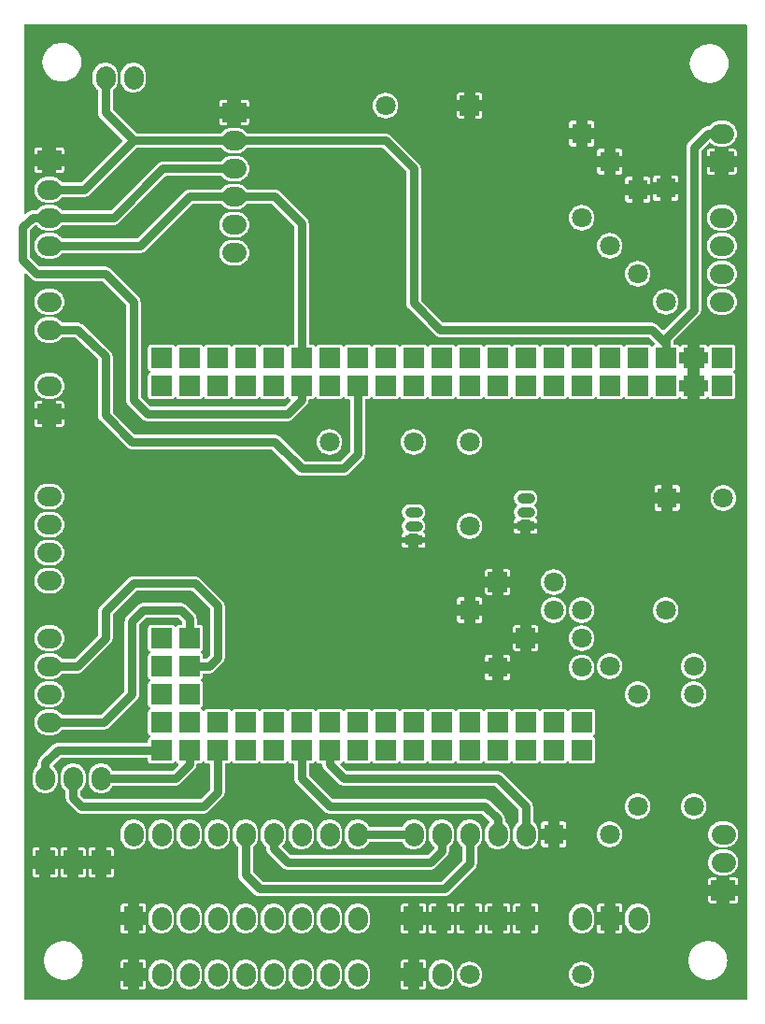
<source format=gtl>
G04 Layer: TopLayer*
G04 EasyEDA v6.4.21, 2021-08-27T10:15:53+02:00*
G04 9e47797760d14a1ba145978a01478d27,3a21a940fc264e4589df007fb316c5b6,10*
G04 Gerber Generator version 0.2*
G04 Scale: 100 percent, Rotated: No, Reflected: No *
G04 Dimensions in millimeters *
G04 leading zeros omitted , absolute positions ,4 integer and 5 decimal *
%FSLAX45Y45*%
%MOMM*%

%ADD11C,0.8000*%
%ADD12R,1.9000X1.9000*%
%ADD14R,1.8000X2.2000*%
%ADD15R,1.8000X1.8000*%
%ADD16C,1.8000*%
%ADD17R,1.6000X0.9000*%
%ADD18C,0.9000*%

%LPD*%
G36*
X3338068Y279908D02*
G01*
X3334156Y280670D01*
X3330905Y282905D01*
X3328670Y286156D01*
X3327908Y290068D01*
X3327908Y6854037D01*
X3328670Y6857949D01*
X3330905Y6861251D01*
X3334156Y6863435D01*
X3338068Y6864197D01*
X3341979Y6863435D01*
X3345230Y6861251D01*
X3394811Y6811670D01*
X3402990Y6804710D01*
X3411778Y6799325D01*
X3421329Y6795363D01*
X3431387Y6792925D01*
X3442106Y6792112D01*
X4032504Y6792112D01*
X4036364Y6791299D01*
X4039666Y6789115D01*
X4249115Y6579666D01*
X4251299Y6576364D01*
X4252112Y6572503D01*
X4252112Y5715406D01*
X4252925Y5704687D01*
X4255363Y5694629D01*
X4259326Y5685078D01*
X4264710Y5676290D01*
X4271670Y5668111D01*
X4398111Y5541670D01*
X4406290Y5534710D01*
X4415078Y5529326D01*
X4424629Y5525363D01*
X4434687Y5522925D01*
X4445406Y5522112D01*
X5714593Y5522112D01*
X5725312Y5522925D01*
X5735370Y5525363D01*
X5744921Y5529326D01*
X5753709Y5534710D01*
X5761888Y5541670D01*
X5888329Y5668111D01*
X5895289Y5676290D01*
X5900674Y5685078D01*
X5904636Y5694629D01*
X5907074Y5704687D01*
X5907633Y5711748D01*
X5908598Y5715355D01*
X5910834Y5718403D01*
X5914034Y5720384D01*
X5917742Y5721096D01*
X5936437Y5721096D01*
X5942736Y5721807D01*
X5948222Y5723737D01*
X5953099Y5726785D01*
X5957214Y5730900D01*
X5960414Y5735980D01*
X5963208Y5738926D01*
X5966968Y5740501D01*
X5971032Y5740501D01*
X5974791Y5738926D01*
X5977585Y5735980D01*
X5980785Y5730900D01*
X5984900Y5726785D01*
X5989777Y5723737D01*
X5995263Y5721807D01*
X6001562Y5721096D01*
X6190437Y5721096D01*
X6196736Y5721807D01*
X6202222Y5723737D01*
X6207099Y5726785D01*
X6211214Y5730900D01*
X6214414Y5735980D01*
X6217208Y5738926D01*
X6220968Y5740501D01*
X6225032Y5740501D01*
X6228791Y5738926D01*
X6231585Y5735980D01*
X6234785Y5730900D01*
X6238900Y5726785D01*
X6243777Y5723737D01*
X6249263Y5721807D01*
X6255562Y5721096D01*
X6273952Y5721096D01*
X6277813Y5720334D01*
X6281115Y5718098D01*
X6283299Y5714796D01*
X6284112Y5710936D01*
X6284112Y5251196D01*
X6283299Y5247335D01*
X6281115Y5244033D01*
X6198666Y5161584D01*
X6195364Y5159400D01*
X6191504Y5158587D01*
X5873496Y5158587D01*
X5869635Y5159400D01*
X5866333Y5161584D01*
X5647588Y5380329D01*
X5639409Y5387289D01*
X5630621Y5392674D01*
X5621070Y5396636D01*
X5611012Y5399074D01*
X5600293Y5399887D01*
X4336796Y5399887D01*
X4332935Y5400700D01*
X4329633Y5402884D01*
X4132884Y5599633D01*
X4130700Y5602935D01*
X4129887Y5606796D01*
X4129887Y6110071D01*
X4128770Y6120688D01*
X4126128Y6130645D01*
X4121912Y6140094D01*
X4116273Y6148781D01*
X4109110Y6156756D01*
X3855669Y6397498D01*
X3847337Y6404254D01*
X3838397Y6409436D01*
X3828745Y6413144D01*
X3818585Y6415328D01*
X3809644Y6415887D01*
X3676243Y6415887D01*
X3673094Y6416395D01*
X3670300Y6417868D01*
X3668014Y6420104D01*
X3665270Y6423863D01*
X3655314Y6434480D01*
X3644137Y6443776D01*
X3631844Y6451549D01*
X3618636Y6457746D01*
X3604818Y6462268D01*
X3590544Y6464960D01*
X3575659Y6465925D01*
X3536340Y6465925D01*
X3521456Y6464960D01*
X3507181Y6462268D01*
X3493312Y6457746D01*
X3480155Y6451549D01*
X3467862Y6443776D01*
X3456686Y6434480D01*
X3446729Y6423863D01*
X3438144Y6412077D01*
X3431133Y6399326D01*
X3425799Y6385814D01*
X3422142Y6371691D01*
X3420313Y6357264D01*
X3420313Y6342735D01*
X3422142Y6328308D01*
X3425799Y6314186D01*
X3431133Y6300673D01*
X3438144Y6287922D01*
X3446729Y6276136D01*
X3456686Y6265519D01*
X3467862Y6256223D01*
X3480155Y6248450D01*
X3493312Y6242253D01*
X3507181Y6237732D01*
X3521456Y6235039D01*
X3536340Y6234074D01*
X3575659Y6234074D01*
X3590544Y6235039D01*
X3604818Y6237732D01*
X3618636Y6242253D01*
X3631844Y6248450D01*
X3644137Y6256223D01*
X3655314Y6265519D01*
X3665270Y6276136D01*
X3668014Y6279896D01*
X3670300Y6282131D01*
X3673094Y6283604D01*
X3676243Y6284112D01*
X3779621Y6284112D01*
X3783380Y6283350D01*
X3786632Y6281318D01*
X3994912Y6083401D01*
X3997248Y6080048D01*
X3998112Y6076035D01*
X3998112Y5575706D01*
X3998925Y5564987D01*
X4001363Y5554929D01*
X4005326Y5545378D01*
X4010710Y5536590D01*
X4017670Y5528411D01*
X4258411Y5287670D01*
X4266590Y5280710D01*
X4275378Y5275326D01*
X4284929Y5271363D01*
X4294987Y5268925D01*
X4305706Y5268112D01*
X5569204Y5268112D01*
X5573064Y5267299D01*
X5576366Y5265115D01*
X5795111Y5046370D01*
X5803290Y5039410D01*
X5812078Y5034026D01*
X5821629Y5030063D01*
X5831687Y5027625D01*
X5842406Y5026812D01*
X6222593Y5026812D01*
X6233312Y5027625D01*
X6243370Y5030063D01*
X6252921Y5034026D01*
X6261709Y5039410D01*
X6269888Y5046370D01*
X6396329Y5172811D01*
X6403289Y5180990D01*
X6408674Y5189778D01*
X6412636Y5199329D01*
X6415074Y5209387D01*
X6415887Y5220106D01*
X6415887Y5710936D01*
X6416700Y5714796D01*
X6418884Y5718098D01*
X6422186Y5720334D01*
X6426047Y5721096D01*
X6444437Y5721096D01*
X6450736Y5721807D01*
X6456222Y5723737D01*
X6461099Y5726785D01*
X6465214Y5730900D01*
X6468414Y5735980D01*
X6471208Y5738926D01*
X6474968Y5740501D01*
X6479032Y5740501D01*
X6482791Y5738926D01*
X6485585Y5735980D01*
X6488785Y5730900D01*
X6492900Y5726785D01*
X6497777Y5723737D01*
X6503263Y5721807D01*
X6509562Y5721096D01*
X6698437Y5721096D01*
X6704736Y5721807D01*
X6710222Y5723737D01*
X6715099Y5726785D01*
X6719214Y5730900D01*
X6722414Y5735980D01*
X6725208Y5738926D01*
X6728968Y5740501D01*
X6733031Y5740501D01*
X6736791Y5738926D01*
X6739585Y5735980D01*
X6742785Y5730900D01*
X6746900Y5726785D01*
X6751777Y5723737D01*
X6757263Y5721807D01*
X6763562Y5721096D01*
X6952437Y5721096D01*
X6958736Y5721807D01*
X6964222Y5723737D01*
X6969099Y5726785D01*
X6973214Y5730900D01*
X6976414Y5735980D01*
X6979208Y5738926D01*
X6982968Y5740501D01*
X6987031Y5740501D01*
X6990791Y5738926D01*
X6993585Y5735980D01*
X6996785Y5730900D01*
X7000900Y5726785D01*
X7005777Y5723737D01*
X7011263Y5721807D01*
X7017562Y5721096D01*
X7206437Y5721096D01*
X7212736Y5721807D01*
X7218222Y5723737D01*
X7223099Y5726785D01*
X7227214Y5730900D01*
X7230414Y5735980D01*
X7233208Y5738926D01*
X7236968Y5740501D01*
X7241031Y5740501D01*
X7244791Y5738926D01*
X7247585Y5735980D01*
X7250785Y5730900D01*
X7254900Y5726785D01*
X7259777Y5723737D01*
X7265263Y5721807D01*
X7271562Y5721096D01*
X7460437Y5721096D01*
X7466736Y5721807D01*
X7472222Y5723737D01*
X7477099Y5726785D01*
X7481214Y5730900D01*
X7484414Y5735980D01*
X7487208Y5738926D01*
X7490968Y5740501D01*
X7495031Y5740501D01*
X7498791Y5738926D01*
X7501585Y5735980D01*
X7504785Y5730900D01*
X7508900Y5726785D01*
X7513777Y5723737D01*
X7519263Y5721807D01*
X7525562Y5721096D01*
X7714437Y5721096D01*
X7720736Y5721807D01*
X7726222Y5723737D01*
X7731099Y5726785D01*
X7735214Y5730900D01*
X7738414Y5735980D01*
X7741208Y5738926D01*
X7744968Y5740501D01*
X7749031Y5740501D01*
X7752791Y5738926D01*
X7755585Y5735980D01*
X7758785Y5730900D01*
X7762900Y5726785D01*
X7767777Y5723737D01*
X7773263Y5721807D01*
X7779562Y5721096D01*
X7968437Y5721096D01*
X7974736Y5721807D01*
X7980222Y5723737D01*
X7985099Y5726785D01*
X7989214Y5730900D01*
X7992414Y5735980D01*
X7995208Y5738926D01*
X7998968Y5740501D01*
X8003031Y5740501D01*
X8006791Y5738926D01*
X8009585Y5735980D01*
X8012785Y5730900D01*
X8016900Y5726785D01*
X8021777Y5723737D01*
X8027263Y5721807D01*
X8033562Y5721096D01*
X8222437Y5721096D01*
X8228736Y5721807D01*
X8234222Y5723737D01*
X8239099Y5726785D01*
X8243214Y5730900D01*
X8246414Y5735980D01*
X8249208Y5738926D01*
X8252968Y5740501D01*
X8257031Y5740501D01*
X8260791Y5738926D01*
X8263585Y5735980D01*
X8266785Y5730900D01*
X8270900Y5726785D01*
X8275777Y5723737D01*
X8281263Y5721807D01*
X8287562Y5721096D01*
X8476437Y5721096D01*
X8482736Y5721807D01*
X8488222Y5723737D01*
X8493099Y5726785D01*
X8497214Y5730900D01*
X8500414Y5735980D01*
X8503208Y5738926D01*
X8506968Y5740501D01*
X8511032Y5740501D01*
X8514791Y5738926D01*
X8517585Y5735980D01*
X8520785Y5730900D01*
X8524900Y5726785D01*
X8529777Y5723737D01*
X8535263Y5721807D01*
X8541562Y5721096D01*
X8730437Y5721096D01*
X8736736Y5721807D01*
X8742222Y5723737D01*
X8747099Y5726785D01*
X8751214Y5730900D01*
X8754414Y5735980D01*
X8757208Y5738926D01*
X8760968Y5740501D01*
X8765032Y5740501D01*
X8768791Y5738926D01*
X8771585Y5735980D01*
X8774785Y5730900D01*
X8778900Y5726785D01*
X8783777Y5723737D01*
X8789263Y5721807D01*
X8795562Y5721096D01*
X8984437Y5721096D01*
X8990736Y5721807D01*
X8996222Y5723737D01*
X9001099Y5726785D01*
X9005214Y5730900D01*
X9008414Y5735980D01*
X9011208Y5738926D01*
X9014968Y5740501D01*
X9019032Y5740501D01*
X9022791Y5738926D01*
X9025585Y5735980D01*
X9028785Y5730900D01*
X9032900Y5726785D01*
X9037777Y5723737D01*
X9043263Y5721807D01*
X9049562Y5721096D01*
X9238437Y5721096D01*
X9244736Y5721807D01*
X9250222Y5723737D01*
X9255099Y5726785D01*
X9259214Y5730900D01*
X9262414Y5735980D01*
X9265208Y5738926D01*
X9268968Y5740501D01*
X9273032Y5740501D01*
X9276791Y5738926D01*
X9279585Y5735980D01*
X9282785Y5730900D01*
X9286900Y5726785D01*
X9291777Y5723737D01*
X9297263Y5721807D01*
X9303562Y5721096D01*
X9344152Y5721096D01*
X9344152Y5788152D01*
X9275064Y5788152D01*
X9271203Y5788914D01*
X9267901Y5791149D01*
X9265666Y5794400D01*
X9264904Y5798312D01*
X9264904Y5885688D01*
X9265666Y5889599D01*
X9267901Y5892850D01*
X9271203Y5895086D01*
X9275064Y5895848D01*
X9344152Y5895848D01*
X9344152Y6042152D01*
X9275064Y6042152D01*
X9271203Y6042914D01*
X9267901Y6045149D01*
X9265666Y6048400D01*
X9264904Y6052312D01*
X9264904Y6139688D01*
X9265666Y6143599D01*
X9267901Y6146850D01*
X9271203Y6149086D01*
X9275064Y6149848D01*
X9344152Y6149848D01*
X9344152Y6216904D01*
X9303562Y6216904D01*
X9297263Y6216192D01*
X9291777Y6214262D01*
X9286900Y6211214D01*
X9282785Y6207099D01*
X9279585Y6202019D01*
X9276791Y6199073D01*
X9273032Y6197498D01*
X9268968Y6197498D01*
X9265208Y6199073D01*
X9262414Y6202019D01*
X9259214Y6207099D01*
X9255099Y6211214D01*
X9250222Y6214262D01*
X9244736Y6216192D01*
X9238437Y6216904D01*
X9220047Y6216904D01*
X9216186Y6217666D01*
X9212884Y6219901D01*
X9210700Y6223203D01*
X9209887Y6227064D01*
X9209887Y6242304D01*
X9210700Y6246164D01*
X9212884Y6249466D01*
X9444329Y6480911D01*
X9451289Y6489090D01*
X9456674Y6497878D01*
X9460636Y6507429D01*
X9463074Y6517487D01*
X9463887Y6528206D01*
X9463887Y7969503D01*
X9464700Y7973364D01*
X9466884Y7976666D01*
X9536074Y8045856D01*
X9539478Y8048091D01*
X9543440Y8048853D01*
X9547352Y8047990D01*
X9550654Y8045653D01*
X9552686Y8043519D01*
X9563862Y8034223D01*
X9576155Y8026450D01*
X9589363Y8020253D01*
X9603181Y8015731D01*
X9617456Y8013039D01*
X9632340Y8012074D01*
X9671659Y8012074D01*
X9686544Y8013039D01*
X9700818Y8015731D01*
X9714687Y8020253D01*
X9727844Y8026450D01*
X9740138Y8034223D01*
X9751314Y8043519D01*
X9761270Y8054136D01*
X9769856Y8065922D01*
X9776866Y8078673D01*
X9782200Y8092186D01*
X9785858Y8106308D01*
X9787686Y8120735D01*
X9787686Y8135264D01*
X9785858Y8149691D01*
X9782200Y8163814D01*
X9776866Y8177326D01*
X9769856Y8190077D01*
X9761270Y8201863D01*
X9751314Y8212480D01*
X9740138Y8221776D01*
X9727844Y8229549D01*
X9714687Y8235746D01*
X9700818Y8240268D01*
X9686544Y8242960D01*
X9671659Y8243925D01*
X9632340Y8243925D01*
X9617456Y8242960D01*
X9603181Y8240268D01*
X9589363Y8235746D01*
X9576155Y8229549D01*
X9563862Y8221776D01*
X9552686Y8212480D01*
X9542729Y8201863D01*
X9539986Y8198103D01*
X9537700Y8195868D01*
X9534906Y8194395D01*
X9531756Y8193887D01*
X9525406Y8193887D01*
X9514687Y8193074D01*
X9504629Y8190636D01*
X9495078Y8186674D01*
X9486290Y8181289D01*
X9478111Y8174329D01*
X9351670Y8047888D01*
X9344710Y8039709D01*
X9339326Y8030921D01*
X9335363Y8021370D01*
X9332925Y8011312D01*
X9332112Y8000593D01*
X9332112Y6559296D01*
X9331299Y6555435D01*
X9329115Y6552133D01*
X9125762Y6348780D01*
X9122511Y6346596D01*
X9118600Y6345834D01*
X9114688Y6346596D01*
X9111437Y6348780D01*
X9063888Y6396329D01*
X9055709Y6403289D01*
X9046921Y6408674D01*
X9037370Y6412636D01*
X9027312Y6415074D01*
X9016593Y6415887D01*
X7130796Y6415887D01*
X7126935Y6416700D01*
X7123633Y6418884D01*
X6926884Y6615633D01*
X6924700Y6618935D01*
X6923887Y6622796D01*
X6923887Y7810093D01*
X6923074Y7820812D01*
X6920636Y7830870D01*
X6916674Y7840421D01*
X6911289Y7849209D01*
X6904329Y7857388D01*
X6650888Y8110829D01*
X6642709Y8117789D01*
X6633921Y8123174D01*
X6624370Y8127136D01*
X6614312Y8129574D01*
X6603593Y8130387D01*
X5352643Y8130387D01*
X5349494Y8130895D01*
X5346700Y8132368D01*
X5344414Y8134603D01*
X5341670Y8138363D01*
X5331714Y8148980D01*
X5320538Y8158276D01*
X5308244Y8166049D01*
X5295036Y8172246D01*
X5281218Y8176768D01*
X5266944Y8179460D01*
X5252059Y8180425D01*
X5212740Y8180425D01*
X5197856Y8179460D01*
X5183581Y8176768D01*
X5169763Y8172246D01*
X5156555Y8166049D01*
X5144262Y8158276D01*
X5133086Y8148980D01*
X5123129Y8138363D01*
X5120386Y8134603D01*
X5118100Y8132368D01*
X5115306Y8130895D01*
X5112156Y8130387D01*
X4349496Y8130387D01*
X4345635Y8131200D01*
X4342333Y8133384D01*
X4132884Y8342833D01*
X4130700Y8346135D01*
X4129887Y8349996D01*
X4129887Y8515756D01*
X4130395Y8518906D01*
X4131868Y8521700D01*
X4134104Y8523986D01*
X4137863Y8526729D01*
X4148480Y8536686D01*
X4157776Y8547862D01*
X4165549Y8560155D01*
X4171746Y8573363D01*
X4176268Y8587181D01*
X4178960Y8601456D01*
X4179925Y8616340D01*
X4179925Y8655659D01*
X4178960Y8670544D01*
X4176268Y8684818D01*
X4171746Y8698636D01*
X4165549Y8711844D01*
X4157776Y8724138D01*
X4148480Y8735314D01*
X4137863Y8745270D01*
X4126077Y8753856D01*
X4113326Y8760866D01*
X4099814Y8766200D01*
X4085691Y8769858D01*
X4071264Y8771636D01*
X4056735Y8771636D01*
X4042308Y8769858D01*
X4028186Y8766200D01*
X4014673Y8760866D01*
X4001922Y8753856D01*
X3990136Y8745270D01*
X3979519Y8735314D01*
X3970223Y8724138D01*
X3962450Y8711844D01*
X3956253Y8698636D01*
X3951732Y8684818D01*
X3949039Y8670544D01*
X3948074Y8655659D01*
X3948074Y8616340D01*
X3949039Y8601456D01*
X3951732Y8587181D01*
X3956253Y8573363D01*
X3962450Y8560155D01*
X3970223Y8547862D01*
X3979519Y8536686D01*
X3990136Y8526729D01*
X3993896Y8523986D01*
X3996131Y8521700D01*
X3997604Y8518906D01*
X3998112Y8515756D01*
X3998112Y8318906D01*
X3998925Y8308187D01*
X4001363Y8298129D01*
X4005326Y8288578D01*
X4010710Y8279790D01*
X4017670Y8271611D01*
X4217619Y8071662D01*
X4219803Y8068411D01*
X4220565Y8064500D01*
X4219803Y8060588D01*
X4217619Y8057337D01*
X3849166Y7688884D01*
X3845864Y7686700D01*
X3842004Y7685887D01*
X3676243Y7685887D01*
X3673094Y7686395D01*
X3670300Y7687868D01*
X3668014Y7690103D01*
X3665270Y7693863D01*
X3655314Y7704480D01*
X3644087Y7713776D01*
X3631844Y7721549D01*
X3618636Y7727746D01*
X3604818Y7732268D01*
X3590544Y7734960D01*
X3575659Y7735925D01*
X3536289Y7735925D01*
X3521456Y7734960D01*
X3507181Y7732268D01*
X3493312Y7727746D01*
X3480155Y7721549D01*
X3467862Y7713776D01*
X3456686Y7704480D01*
X3446678Y7693863D01*
X3438144Y7682077D01*
X3431133Y7669326D01*
X3425799Y7655814D01*
X3422142Y7641691D01*
X3420313Y7627264D01*
X3420313Y7612735D01*
X3422142Y7598308D01*
X3425799Y7584186D01*
X3431133Y7570673D01*
X3438144Y7557922D01*
X3446678Y7546136D01*
X3456686Y7535519D01*
X3467862Y7526223D01*
X3480155Y7518450D01*
X3493312Y7512253D01*
X3507181Y7507731D01*
X3521456Y7505039D01*
X3536289Y7504074D01*
X3575659Y7504074D01*
X3590544Y7505039D01*
X3604818Y7507731D01*
X3618636Y7512253D01*
X3631844Y7518450D01*
X3644087Y7526223D01*
X3655314Y7535519D01*
X3665270Y7546136D01*
X3668014Y7549896D01*
X3670300Y7552131D01*
X3673094Y7553604D01*
X3676243Y7554112D01*
X3873093Y7554112D01*
X3883812Y7554925D01*
X3893870Y7557363D01*
X3903421Y7561325D01*
X3912209Y7566710D01*
X3920388Y7573670D01*
X4342333Y7995615D01*
X4345635Y7997799D01*
X4349496Y7998612D01*
X5112156Y7998612D01*
X5115306Y7998104D01*
X5118100Y7996631D01*
X5120386Y7994396D01*
X5123129Y7990636D01*
X5133086Y7980019D01*
X5144262Y7970723D01*
X5156555Y7962950D01*
X5169763Y7956753D01*
X5183581Y7952231D01*
X5197856Y7949539D01*
X5212740Y7948574D01*
X5252059Y7948574D01*
X5266944Y7949539D01*
X5281218Y7952231D01*
X5295036Y7956753D01*
X5308244Y7962950D01*
X5320538Y7970723D01*
X5331714Y7980019D01*
X5341670Y7990636D01*
X5344414Y7994396D01*
X5346700Y7996631D01*
X5349494Y7998104D01*
X5352643Y7998612D01*
X6572503Y7998612D01*
X6576364Y7997799D01*
X6579666Y7995615D01*
X6789115Y7786166D01*
X6791299Y7782864D01*
X6792112Y7779003D01*
X6792112Y6591706D01*
X6792925Y6580987D01*
X6795363Y6570929D01*
X6799325Y6561378D01*
X6804710Y6552590D01*
X6811670Y6544411D01*
X7052411Y6303670D01*
X7060590Y6296710D01*
X7069378Y6291326D01*
X7078929Y6287363D01*
X7088987Y6284925D01*
X7099706Y6284112D01*
X8985504Y6284112D01*
X8989364Y6283299D01*
X8992666Y6281115D01*
X9042450Y6231331D01*
X9044686Y6227927D01*
X9045397Y6223914D01*
X9044533Y6219952D01*
X9042095Y6216650D01*
X9037777Y6214262D01*
X9032900Y6211214D01*
X9028785Y6207099D01*
X9025585Y6202019D01*
X9022791Y6199073D01*
X9019032Y6197498D01*
X9014968Y6197498D01*
X9011208Y6199073D01*
X9008414Y6202019D01*
X9005214Y6207099D01*
X9001099Y6211214D01*
X8996222Y6214262D01*
X8990736Y6216192D01*
X8984437Y6216904D01*
X8795562Y6216904D01*
X8789263Y6216192D01*
X8783777Y6214262D01*
X8778900Y6211214D01*
X8774785Y6207099D01*
X8771585Y6202019D01*
X8768791Y6199073D01*
X8765032Y6197498D01*
X8760968Y6197498D01*
X8757208Y6199073D01*
X8754414Y6202019D01*
X8751214Y6207099D01*
X8747099Y6211214D01*
X8742222Y6214262D01*
X8736736Y6216192D01*
X8730437Y6216904D01*
X8541562Y6216904D01*
X8535263Y6216192D01*
X8529777Y6214262D01*
X8524900Y6211214D01*
X8520785Y6207099D01*
X8517585Y6202019D01*
X8514791Y6199073D01*
X8511032Y6197498D01*
X8506968Y6197498D01*
X8503208Y6199073D01*
X8500414Y6202019D01*
X8497214Y6207099D01*
X8493099Y6211214D01*
X8488222Y6214262D01*
X8482736Y6216192D01*
X8476437Y6216904D01*
X8287562Y6216904D01*
X8281263Y6216192D01*
X8275777Y6214262D01*
X8270900Y6211214D01*
X8266785Y6207099D01*
X8263585Y6202019D01*
X8260791Y6199073D01*
X8257031Y6197498D01*
X8252968Y6197498D01*
X8249208Y6199073D01*
X8246414Y6202019D01*
X8243214Y6207099D01*
X8239099Y6211214D01*
X8234222Y6214262D01*
X8228736Y6216192D01*
X8222437Y6216904D01*
X8033562Y6216904D01*
X8027263Y6216192D01*
X8021777Y6214262D01*
X8016900Y6211214D01*
X8012785Y6207099D01*
X8009585Y6202019D01*
X8006791Y6199073D01*
X8003031Y6197498D01*
X7998968Y6197498D01*
X7995208Y6199073D01*
X7992414Y6202019D01*
X7989214Y6207099D01*
X7985099Y6211214D01*
X7980222Y6214262D01*
X7974736Y6216192D01*
X7968437Y6216904D01*
X7779562Y6216904D01*
X7773263Y6216192D01*
X7767777Y6214262D01*
X7762900Y6211214D01*
X7758785Y6207099D01*
X7755585Y6202019D01*
X7752791Y6199073D01*
X7749031Y6197498D01*
X7744968Y6197498D01*
X7741208Y6199073D01*
X7738414Y6202019D01*
X7735214Y6207099D01*
X7731099Y6211214D01*
X7726222Y6214262D01*
X7720736Y6216192D01*
X7714437Y6216904D01*
X7525562Y6216904D01*
X7519263Y6216192D01*
X7513777Y6214262D01*
X7508900Y6211214D01*
X7504785Y6207099D01*
X7501585Y6202019D01*
X7498791Y6199073D01*
X7495031Y6197498D01*
X7490968Y6197498D01*
X7487208Y6199073D01*
X7484414Y6202019D01*
X7481214Y6207099D01*
X7477099Y6211214D01*
X7472222Y6214262D01*
X7466736Y6216192D01*
X7460437Y6216904D01*
X7271562Y6216904D01*
X7265263Y6216192D01*
X7259777Y6214262D01*
X7254900Y6211214D01*
X7250785Y6207099D01*
X7247585Y6202019D01*
X7244791Y6199073D01*
X7241031Y6197498D01*
X7236968Y6197498D01*
X7233208Y6199073D01*
X7230414Y6202019D01*
X7227214Y6207099D01*
X7223099Y6211214D01*
X7218222Y6214262D01*
X7212736Y6216192D01*
X7206437Y6216904D01*
X7017562Y6216904D01*
X7011263Y6216192D01*
X7005777Y6214262D01*
X7000900Y6211214D01*
X6996785Y6207099D01*
X6993585Y6202019D01*
X6990791Y6199073D01*
X6987031Y6197498D01*
X6982968Y6197498D01*
X6979208Y6199073D01*
X6976414Y6202019D01*
X6973214Y6207099D01*
X6969099Y6211214D01*
X6964222Y6214262D01*
X6958736Y6216192D01*
X6952437Y6216904D01*
X6763562Y6216904D01*
X6757263Y6216192D01*
X6751777Y6214262D01*
X6746900Y6211214D01*
X6742785Y6207099D01*
X6739585Y6202019D01*
X6736791Y6199073D01*
X6733031Y6197498D01*
X6728968Y6197498D01*
X6725208Y6199073D01*
X6722414Y6202019D01*
X6719214Y6207099D01*
X6715099Y6211214D01*
X6710222Y6214262D01*
X6704736Y6216192D01*
X6698437Y6216904D01*
X6509562Y6216904D01*
X6503263Y6216192D01*
X6497777Y6214262D01*
X6492900Y6211214D01*
X6488785Y6207099D01*
X6485585Y6202019D01*
X6482791Y6199073D01*
X6479032Y6197498D01*
X6474968Y6197498D01*
X6471208Y6199073D01*
X6468414Y6202019D01*
X6465214Y6207099D01*
X6461099Y6211214D01*
X6456222Y6214262D01*
X6450736Y6216192D01*
X6444437Y6216904D01*
X6255562Y6216904D01*
X6249263Y6216192D01*
X6243777Y6214262D01*
X6238900Y6211214D01*
X6234785Y6207099D01*
X6231585Y6202019D01*
X6228791Y6199073D01*
X6225032Y6197498D01*
X6220968Y6197498D01*
X6217208Y6199073D01*
X6214414Y6202019D01*
X6211214Y6207099D01*
X6207099Y6211214D01*
X6202222Y6214262D01*
X6196736Y6216192D01*
X6190437Y6216904D01*
X6001562Y6216904D01*
X5995263Y6216192D01*
X5989777Y6214262D01*
X5984900Y6211214D01*
X5980785Y6207099D01*
X5977585Y6202019D01*
X5974791Y6199073D01*
X5971032Y6197498D01*
X5966968Y6197498D01*
X5963208Y6199073D01*
X5960414Y6202019D01*
X5957214Y6207099D01*
X5953099Y6211214D01*
X5948222Y6214262D01*
X5942736Y6216192D01*
X5936437Y6216904D01*
X5918047Y6216904D01*
X5914186Y6217666D01*
X5910884Y6219901D01*
X5908700Y6223203D01*
X5907887Y6227064D01*
X5907887Y7314793D01*
X5907074Y7325512D01*
X5904636Y7335570D01*
X5900674Y7345121D01*
X5895289Y7353909D01*
X5888329Y7362088D01*
X5647588Y7602829D01*
X5639409Y7609789D01*
X5630621Y7615174D01*
X5621070Y7619136D01*
X5611012Y7621574D01*
X5600293Y7622387D01*
X5352643Y7622387D01*
X5349494Y7622895D01*
X5346700Y7624368D01*
X5344414Y7626603D01*
X5341670Y7630363D01*
X5331714Y7640980D01*
X5320538Y7650276D01*
X5308244Y7658049D01*
X5295036Y7664246D01*
X5281218Y7668768D01*
X5266944Y7671460D01*
X5252059Y7672425D01*
X5212740Y7672425D01*
X5197856Y7671460D01*
X5183581Y7668768D01*
X5169763Y7664246D01*
X5156555Y7658049D01*
X5144262Y7650276D01*
X5133086Y7640980D01*
X5123129Y7630363D01*
X5120386Y7626603D01*
X5118100Y7624368D01*
X5115306Y7622895D01*
X5112156Y7622387D01*
X4826406Y7622387D01*
X4815687Y7621574D01*
X4805629Y7619136D01*
X4796078Y7615174D01*
X4787290Y7609789D01*
X4779111Y7602829D01*
X4357166Y7180884D01*
X4353864Y7178700D01*
X4350004Y7177887D01*
X3676243Y7177887D01*
X3673094Y7178395D01*
X3670300Y7179868D01*
X3668014Y7182103D01*
X3665270Y7185863D01*
X3655314Y7196480D01*
X3644087Y7205776D01*
X3631844Y7213549D01*
X3618636Y7219746D01*
X3604818Y7224268D01*
X3590544Y7226960D01*
X3575659Y7227925D01*
X3536289Y7227925D01*
X3521456Y7226960D01*
X3507181Y7224268D01*
X3493312Y7219746D01*
X3480155Y7213549D01*
X3467862Y7205776D01*
X3456686Y7196480D01*
X3446678Y7185863D01*
X3438144Y7174077D01*
X3431133Y7161326D01*
X3425799Y7147814D01*
X3422142Y7133691D01*
X3420313Y7119264D01*
X3420313Y7104735D01*
X3422142Y7090308D01*
X3425799Y7076186D01*
X3431133Y7062673D01*
X3438144Y7049922D01*
X3446678Y7038136D01*
X3456686Y7027519D01*
X3467862Y7018223D01*
X3480155Y7010450D01*
X3493312Y7004253D01*
X3507181Y6999731D01*
X3521456Y6997039D01*
X3536289Y6996074D01*
X3575659Y6996074D01*
X3590544Y6997039D01*
X3604818Y6999731D01*
X3618636Y7004253D01*
X3631844Y7010450D01*
X3644087Y7018223D01*
X3655314Y7027519D01*
X3665270Y7038136D01*
X3668014Y7041896D01*
X3670300Y7044131D01*
X3673094Y7045604D01*
X3676243Y7046112D01*
X4381093Y7046112D01*
X4391812Y7046925D01*
X4401870Y7049363D01*
X4411421Y7053325D01*
X4420209Y7058710D01*
X4428388Y7065670D01*
X4850333Y7487615D01*
X4853635Y7489799D01*
X4857496Y7490612D01*
X5112156Y7490612D01*
X5115306Y7490104D01*
X5118100Y7488631D01*
X5120386Y7486396D01*
X5123129Y7482636D01*
X5133086Y7472019D01*
X5144262Y7462723D01*
X5156555Y7454950D01*
X5169763Y7448753D01*
X5183581Y7444231D01*
X5197856Y7441539D01*
X5212740Y7440574D01*
X5252059Y7440574D01*
X5266944Y7441539D01*
X5281218Y7444231D01*
X5295036Y7448753D01*
X5308244Y7454950D01*
X5320538Y7462723D01*
X5331714Y7472019D01*
X5341670Y7482636D01*
X5344414Y7486396D01*
X5346700Y7488631D01*
X5349494Y7490104D01*
X5352643Y7490612D01*
X5569204Y7490612D01*
X5573064Y7489799D01*
X5576366Y7487615D01*
X5773115Y7290866D01*
X5775299Y7287564D01*
X5776112Y7283703D01*
X5776112Y6227064D01*
X5775299Y6223203D01*
X5773115Y6219901D01*
X5769813Y6217666D01*
X5765952Y6216904D01*
X5747562Y6216904D01*
X5741263Y6216192D01*
X5735777Y6214262D01*
X5730900Y6211214D01*
X5726785Y6207099D01*
X5723585Y6202019D01*
X5720791Y6199073D01*
X5717032Y6197498D01*
X5712968Y6197498D01*
X5709208Y6199073D01*
X5706414Y6202019D01*
X5703214Y6207099D01*
X5699099Y6211214D01*
X5694222Y6214262D01*
X5688736Y6216192D01*
X5682437Y6216904D01*
X5493562Y6216904D01*
X5487263Y6216192D01*
X5481777Y6214262D01*
X5476900Y6211214D01*
X5472785Y6207099D01*
X5469585Y6202019D01*
X5466791Y6199073D01*
X5463032Y6197498D01*
X5458968Y6197498D01*
X5455208Y6199073D01*
X5452414Y6202019D01*
X5449214Y6207099D01*
X5445099Y6211214D01*
X5440222Y6214262D01*
X5434736Y6216192D01*
X5428437Y6216904D01*
X5239562Y6216904D01*
X5233263Y6216192D01*
X5227777Y6214262D01*
X5222900Y6211214D01*
X5218785Y6207099D01*
X5215585Y6202019D01*
X5212791Y6199073D01*
X5209032Y6197498D01*
X5204968Y6197498D01*
X5201208Y6199073D01*
X5198414Y6202019D01*
X5195214Y6207099D01*
X5191099Y6211214D01*
X5186222Y6214262D01*
X5180736Y6216192D01*
X5174437Y6216904D01*
X4985562Y6216904D01*
X4979263Y6216192D01*
X4973777Y6214262D01*
X4968900Y6211214D01*
X4964785Y6207099D01*
X4961585Y6202019D01*
X4958791Y6199073D01*
X4955032Y6197498D01*
X4950968Y6197498D01*
X4947208Y6199073D01*
X4944414Y6202019D01*
X4941214Y6207099D01*
X4937099Y6211214D01*
X4932222Y6214262D01*
X4926736Y6216192D01*
X4920437Y6216904D01*
X4731562Y6216904D01*
X4725263Y6216192D01*
X4719777Y6214262D01*
X4714900Y6211214D01*
X4710785Y6207099D01*
X4707585Y6202019D01*
X4704791Y6199073D01*
X4701032Y6197498D01*
X4696968Y6197498D01*
X4693208Y6199073D01*
X4690414Y6202019D01*
X4687214Y6207099D01*
X4683099Y6211214D01*
X4678222Y6214262D01*
X4672736Y6216192D01*
X4666437Y6216904D01*
X4477562Y6216904D01*
X4471263Y6216192D01*
X4465777Y6214262D01*
X4460900Y6211214D01*
X4456785Y6207099D01*
X4453737Y6202222D01*
X4451807Y6196736D01*
X4451096Y6190437D01*
X4451096Y6001562D01*
X4451807Y5995263D01*
X4453737Y5989777D01*
X4456785Y5984900D01*
X4460900Y5980785D01*
X4465980Y5977585D01*
X4468926Y5974791D01*
X4470501Y5971032D01*
X4470501Y5966968D01*
X4468926Y5963208D01*
X4465980Y5960414D01*
X4460900Y5957214D01*
X4456785Y5953099D01*
X4453737Y5948222D01*
X4451807Y5942736D01*
X4451096Y5936437D01*
X4451096Y5747562D01*
X4451807Y5741263D01*
X4453737Y5735777D01*
X4456785Y5730900D01*
X4460900Y5726785D01*
X4465777Y5723737D01*
X4471263Y5721807D01*
X4477562Y5721096D01*
X4666437Y5721096D01*
X4672736Y5721807D01*
X4678222Y5723737D01*
X4683099Y5726785D01*
X4687214Y5730900D01*
X4690414Y5735980D01*
X4693208Y5738926D01*
X4696968Y5740501D01*
X4701032Y5740501D01*
X4704791Y5738926D01*
X4707585Y5735980D01*
X4710785Y5730900D01*
X4714900Y5726785D01*
X4719777Y5723737D01*
X4725263Y5721807D01*
X4731562Y5721096D01*
X4920437Y5721096D01*
X4926736Y5721807D01*
X4932222Y5723737D01*
X4937099Y5726785D01*
X4941214Y5730900D01*
X4944414Y5735980D01*
X4947208Y5738926D01*
X4950968Y5740501D01*
X4955032Y5740501D01*
X4958791Y5738926D01*
X4961585Y5735980D01*
X4964785Y5730900D01*
X4968900Y5726785D01*
X4973777Y5723737D01*
X4979263Y5721807D01*
X4985562Y5721096D01*
X5174437Y5721096D01*
X5180736Y5721807D01*
X5186222Y5723737D01*
X5191099Y5726785D01*
X5195214Y5730900D01*
X5198414Y5735980D01*
X5201208Y5738926D01*
X5204968Y5740501D01*
X5209032Y5740501D01*
X5212791Y5738926D01*
X5215585Y5735980D01*
X5218785Y5730900D01*
X5222900Y5726785D01*
X5227777Y5723737D01*
X5233263Y5721807D01*
X5239562Y5721096D01*
X5428437Y5721096D01*
X5434736Y5721807D01*
X5440222Y5723737D01*
X5445099Y5726785D01*
X5449214Y5730900D01*
X5452414Y5735980D01*
X5455208Y5738926D01*
X5458968Y5740501D01*
X5463032Y5740501D01*
X5466791Y5738926D01*
X5469585Y5735980D01*
X5472785Y5730900D01*
X5476900Y5726785D01*
X5481777Y5723737D01*
X5487263Y5721807D01*
X5493562Y5721096D01*
X5682437Y5721096D01*
X5688736Y5721807D01*
X5694222Y5723737D01*
X5699099Y5726785D01*
X5703214Y5730900D01*
X5706414Y5735980D01*
X5709208Y5738926D01*
X5712968Y5740501D01*
X5717032Y5740501D01*
X5720791Y5738926D01*
X5723585Y5735980D01*
X5726785Y5730900D01*
X5730900Y5726785D01*
X5740095Y5721350D01*
X5742533Y5718048D01*
X5743397Y5714085D01*
X5742686Y5710072D01*
X5740450Y5706668D01*
X5690666Y5656884D01*
X5687364Y5654700D01*
X5683504Y5653887D01*
X4476496Y5653887D01*
X4472635Y5654700D01*
X4469333Y5656884D01*
X4386884Y5739333D01*
X4384700Y5742635D01*
X4383887Y5746496D01*
X4383887Y6603593D01*
X4383074Y6614312D01*
X4380636Y6624370D01*
X4376674Y6633921D01*
X4371289Y6642709D01*
X4364329Y6650888D01*
X4110888Y6904329D01*
X4102709Y6911289D01*
X4093921Y6916674D01*
X4084370Y6920636D01*
X4074312Y6923074D01*
X4063593Y6923887D01*
X3473196Y6923887D01*
X3469335Y6924700D01*
X3466033Y6926884D01*
X3383584Y7009333D01*
X3381400Y7012635D01*
X3380587Y7016496D01*
X3380587Y7245603D01*
X3381400Y7249464D01*
X3383584Y7252766D01*
X3427933Y7297115D01*
X3431235Y7299299D01*
X3435756Y7300112D01*
X3438855Y7299604D01*
X3441700Y7298131D01*
X3443935Y7295896D01*
X3446678Y7292136D01*
X3456686Y7281519D01*
X3467862Y7272223D01*
X3480155Y7264450D01*
X3493312Y7258253D01*
X3507181Y7253731D01*
X3521456Y7251039D01*
X3536289Y7250074D01*
X3575659Y7250074D01*
X3590544Y7251039D01*
X3604818Y7253731D01*
X3618636Y7258253D01*
X3631844Y7264450D01*
X3644087Y7272223D01*
X3655314Y7281519D01*
X3665270Y7292136D01*
X3668014Y7295896D01*
X3670300Y7298131D01*
X3673094Y7299604D01*
X3676243Y7300112D01*
X4139793Y7300112D01*
X4150512Y7300925D01*
X4160570Y7303363D01*
X4170121Y7307325D01*
X4178909Y7312710D01*
X4187088Y7319670D01*
X4609033Y7741615D01*
X4612335Y7743799D01*
X4616196Y7744612D01*
X5112156Y7744612D01*
X5115306Y7744104D01*
X5118100Y7742631D01*
X5120386Y7740396D01*
X5123129Y7736636D01*
X5133086Y7726019D01*
X5144262Y7716723D01*
X5156555Y7708950D01*
X5169763Y7702753D01*
X5183581Y7698231D01*
X5197856Y7695539D01*
X5212740Y7694574D01*
X5252059Y7694574D01*
X5266944Y7695539D01*
X5281218Y7698231D01*
X5295036Y7702753D01*
X5308244Y7708950D01*
X5320538Y7716723D01*
X5331714Y7726019D01*
X5341670Y7736636D01*
X5350256Y7748422D01*
X5357266Y7761173D01*
X5362600Y7774686D01*
X5366258Y7788808D01*
X5368036Y7803235D01*
X5368036Y7817764D01*
X5366258Y7832191D01*
X5362600Y7846314D01*
X5357266Y7859826D01*
X5350256Y7872577D01*
X5341670Y7884363D01*
X5331714Y7894980D01*
X5320538Y7904276D01*
X5308244Y7912049D01*
X5295036Y7918246D01*
X5281218Y7922768D01*
X5266944Y7925460D01*
X5252059Y7926425D01*
X5212740Y7926425D01*
X5197856Y7925460D01*
X5183581Y7922768D01*
X5169763Y7918246D01*
X5156555Y7912049D01*
X5144262Y7904276D01*
X5133086Y7894980D01*
X5123129Y7884363D01*
X5120386Y7880603D01*
X5118100Y7878368D01*
X5115306Y7876895D01*
X5112156Y7876387D01*
X4585106Y7876387D01*
X4574387Y7875574D01*
X4564329Y7873136D01*
X4554778Y7869174D01*
X4545990Y7863789D01*
X4537811Y7856829D01*
X4115866Y7434884D01*
X4112564Y7432700D01*
X4108704Y7431887D01*
X3676243Y7431887D01*
X3673094Y7432395D01*
X3670300Y7433868D01*
X3668014Y7436103D01*
X3665270Y7439863D01*
X3655314Y7450480D01*
X3644087Y7459776D01*
X3631844Y7467549D01*
X3618636Y7473746D01*
X3604818Y7478268D01*
X3590544Y7480960D01*
X3575659Y7481925D01*
X3536289Y7481925D01*
X3521456Y7480960D01*
X3507181Y7478268D01*
X3493312Y7473746D01*
X3480155Y7467549D01*
X3467862Y7459776D01*
X3456686Y7450480D01*
X3446678Y7439863D01*
X3443935Y7436103D01*
X3441700Y7433868D01*
X3438855Y7432395D01*
X3435756Y7431887D01*
X3404006Y7431887D01*
X3393287Y7431074D01*
X3383229Y7428636D01*
X3373678Y7424674D01*
X3364890Y7419289D01*
X3356711Y7412329D01*
X3345230Y7400848D01*
X3341979Y7398664D01*
X3338068Y7397902D01*
X3334156Y7398664D01*
X3330905Y7400848D01*
X3328670Y7404150D01*
X3327908Y7408062D01*
X3327908Y9107932D01*
X3328670Y9111843D01*
X3330905Y9115094D01*
X3334156Y9117330D01*
X3338068Y9118092D01*
X9869932Y9118092D01*
X9873843Y9117330D01*
X9877094Y9115094D01*
X9879330Y9111843D01*
X9880092Y9107932D01*
X9880092Y290068D01*
X9879330Y286156D01*
X9877094Y282905D01*
X9873843Y280670D01*
X9869932Y279908D01*
G37*

%LPC*%
G36*
X4369358Y372110D02*
G01*
X4407408Y372110D01*
X4413758Y372821D01*
X4419193Y374700D01*
X4424121Y377799D01*
X4428185Y381863D01*
X4431284Y386791D01*
X4433214Y392226D01*
X4433925Y398576D01*
X4433925Y446633D01*
X4369358Y446633D01*
G37*
G36*
X6909358Y372110D02*
G01*
X6947408Y372110D01*
X6953758Y372821D01*
X6959193Y374700D01*
X6964121Y377799D01*
X6968185Y381863D01*
X6971284Y386791D01*
X6973214Y392226D01*
X6973925Y398576D01*
X6973925Y446633D01*
X6909358Y446633D01*
G37*
G36*
X4228592Y372110D02*
G01*
X4266641Y372110D01*
X4266641Y446633D01*
X4202074Y446633D01*
X4202074Y398576D01*
X4202785Y392226D01*
X4204716Y386791D01*
X4207814Y381863D01*
X4211878Y377799D01*
X4216806Y374700D01*
X4222242Y372821D01*
G37*
G36*
X6768592Y372110D02*
G01*
X6806641Y372110D01*
X6806641Y446633D01*
X6742074Y446633D01*
X6742074Y398576D01*
X6742785Y392226D01*
X6744716Y386791D01*
X6747814Y381863D01*
X6751878Y377799D01*
X6756806Y374700D01*
X6762242Y372821D01*
G37*
G36*
X5580735Y372364D02*
G01*
X5595264Y372364D01*
X5609691Y374142D01*
X5623814Y377799D01*
X5637326Y383133D01*
X5650077Y390144D01*
X5661863Y398729D01*
X5672480Y408686D01*
X5681776Y419862D01*
X5689549Y432155D01*
X5695746Y445363D01*
X5700268Y459181D01*
X5702960Y473456D01*
X5703925Y488340D01*
X5703925Y527659D01*
X5702960Y542544D01*
X5700268Y556818D01*
X5695746Y570636D01*
X5689549Y583844D01*
X5681776Y596138D01*
X5672480Y607314D01*
X5661863Y617270D01*
X5650077Y625856D01*
X5637326Y632866D01*
X5623814Y638200D01*
X5609691Y641858D01*
X5595264Y643636D01*
X5580735Y643636D01*
X5566308Y641858D01*
X5552186Y638200D01*
X5538673Y632866D01*
X5525922Y625856D01*
X5514136Y617270D01*
X5503519Y607314D01*
X5494223Y596138D01*
X5486450Y583844D01*
X5480253Y570636D01*
X5475732Y556818D01*
X5473039Y542544D01*
X5472074Y527659D01*
X5472074Y488340D01*
X5473039Y473456D01*
X5475732Y459181D01*
X5480253Y445363D01*
X5486450Y432155D01*
X5494223Y419862D01*
X5503519Y408686D01*
X5514136Y398729D01*
X5525922Y390144D01*
X5538673Y383133D01*
X5552186Y377799D01*
X5566308Y374142D01*
G37*
G36*
X5834735Y372364D02*
G01*
X5849264Y372364D01*
X5863691Y374142D01*
X5877814Y377799D01*
X5891326Y383133D01*
X5904077Y390144D01*
X5915863Y398729D01*
X5926480Y408686D01*
X5935776Y419862D01*
X5943549Y432155D01*
X5949746Y445363D01*
X5954268Y459181D01*
X5956960Y473456D01*
X5957925Y488340D01*
X5957925Y527659D01*
X5956960Y542544D01*
X5954268Y556818D01*
X5949746Y570636D01*
X5943549Y583844D01*
X5935776Y596138D01*
X5926480Y607314D01*
X5915863Y617270D01*
X5904077Y625856D01*
X5891326Y632866D01*
X5877814Y638200D01*
X5863691Y641858D01*
X5849264Y643636D01*
X5834735Y643636D01*
X5820308Y641858D01*
X5806186Y638200D01*
X5792673Y632866D01*
X5779922Y625856D01*
X5768136Y617270D01*
X5757519Y607314D01*
X5748223Y596138D01*
X5740450Y583844D01*
X5734253Y570636D01*
X5729732Y556818D01*
X5727039Y542544D01*
X5726074Y527659D01*
X5726074Y488340D01*
X5727039Y473456D01*
X5729732Y459181D01*
X5734253Y445363D01*
X5740450Y432155D01*
X5748223Y419862D01*
X5757519Y408686D01*
X5768136Y398729D01*
X5779922Y390144D01*
X5792673Y383133D01*
X5806186Y377799D01*
X5820308Y374142D01*
G37*
G36*
X5326735Y372364D02*
G01*
X5341264Y372364D01*
X5355691Y374142D01*
X5369814Y377799D01*
X5383326Y383133D01*
X5396077Y390144D01*
X5407863Y398729D01*
X5418480Y408686D01*
X5427776Y419862D01*
X5435549Y432155D01*
X5441746Y445363D01*
X5446268Y459181D01*
X5448960Y473456D01*
X5449925Y488340D01*
X5449925Y527659D01*
X5448960Y542544D01*
X5446268Y556818D01*
X5441746Y570636D01*
X5435549Y583844D01*
X5427776Y596138D01*
X5418480Y607314D01*
X5407863Y617270D01*
X5396077Y625856D01*
X5383326Y632866D01*
X5369814Y638200D01*
X5355691Y641858D01*
X5341264Y643636D01*
X5326735Y643636D01*
X5312308Y641858D01*
X5298186Y638200D01*
X5284673Y632866D01*
X5271922Y625856D01*
X5260136Y617270D01*
X5249519Y607314D01*
X5240223Y596138D01*
X5232450Y583844D01*
X5226253Y570636D01*
X5221732Y556818D01*
X5219039Y542544D01*
X5218074Y527659D01*
X5218074Y488340D01*
X5219039Y473456D01*
X5221732Y459181D01*
X5226253Y445363D01*
X5232450Y432155D01*
X5240223Y419862D01*
X5249519Y408686D01*
X5260136Y398729D01*
X5271922Y390144D01*
X5284673Y383133D01*
X5298186Y377799D01*
X5312308Y374142D01*
G37*
G36*
X5072735Y372364D02*
G01*
X5087264Y372364D01*
X5101691Y374142D01*
X5115814Y377799D01*
X5129326Y383133D01*
X5142077Y390144D01*
X5153863Y398729D01*
X5164480Y408686D01*
X5173776Y419862D01*
X5181549Y432155D01*
X5187746Y445363D01*
X5192268Y459181D01*
X5194960Y473456D01*
X5195925Y488340D01*
X5195925Y527659D01*
X5194960Y542544D01*
X5192268Y556818D01*
X5187746Y570636D01*
X5181549Y583844D01*
X5173776Y596138D01*
X5164480Y607314D01*
X5153863Y617270D01*
X5142077Y625856D01*
X5129326Y632866D01*
X5115814Y638200D01*
X5101691Y641858D01*
X5087264Y643636D01*
X5072735Y643636D01*
X5058308Y641858D01*
X5044186Y638200D01*
X5030673Y632866D01*
X5017922Y625856D01*
X5006136Y617270D01*
X4995519Y607314D01*
X4986223Y596138D01*
X4978450Y583844D01*
X4972253Y570636D01*
X4967732Y556818D01*
X4965039Y542544D01*
X4964074Y527659D01*
X4964074Y488340D01*
X4965039Y473456D01*
X4967732Y459181D01*
X4972253Y445363D01*
X4978450Y432155D01*
X4986223Y419862D01*
X4995519Y408686D01*
X5006136Y398729D01*
X5017922Y390144D01*
X5030673Y383133D01*
X5044186Y377799D01*
X5058308Y374142D01*
G37*
G36*
X4818735Y372364D02*
G01*
X4833264Y372364D01*
X4847691Y374142D01*
X4861814Y377799D01*
X4875326Y383133D01*
X4888077Y390144D01*
X4899863Y398729D01*
X4910480Y408686D01*
X4919776Y419862D01*
X4927549Y432155D01*
X4933746Y445363D01*
X4938268Y459181D01*
X4940960Y473456D01*
X4941925Y488340D01*
X4941925Y527659D01*
X4940960Y542544D01*
X4938268Y556818D01*
X4933746Y570636D01*
X4927549Y583844D01*
X4919776Y596138D01*
X4910480Y607314D01*
X4899863Y617270D01*
X4888077Y625856D01*
X4875326Y632866D01*
X4861814Y638200D01*
X4847691Y641858D01*
X4833264Y643636D01*
X4818735Y643636D01*
X4804308Y641858D01*
X4790186Y638200D01*
X4776673Y632866D01*
X4763922Y625856D01*
X4752136Y617270D01*
X4741519Y607314D01*
X4732223Y596138D01*
X4724450Y583844D01*
X4718253Y570636D01*
X4713732Y556818D01*
X4711039Y542544D01*
X4710074Y527659D01*
X4710074Y488340D01*
X4711039Y473456D01*
X4713732Y459181D01*
X4718253Y445363D01*
X4724450Y432155D01*
X4732223Y419862D01*
X4741519Y408686D01*
X4752136Y398729D01*
X4763922Y390144D01*
X4776673Y383133D01*
X4790186Y377799D01*
X4804308Y374142D01*
G37*
G36*
X6088735Y372364D02*
G01*
X6103264Y372364D01*
X6117691Y374142D01*
X6131814Y377799D01*
X6145326Y383133D01*
X6158077Y390144D01*
X6169863Y398729D01*
X6180480Y408686D01*
X6189776Y419862D01*
X6197549Y432155D01*
X6203746Y445363D01*
X6208268Y459181D01*
X6210960Y473456D01*
X6211925Y488340D01*
X6211925Y527659D01*
X6210960Y542544D01*
X6208268Y556818D01*
X6203746Y570636D01*
X6197549Y583844D01*
X6189776Y596138D01*
X6180480Y607314D01*
X6169863Y617270D01*
X6158077Y625856D01*
X6145326Y632866D01*
X6131814Y638200D01*
X6117691Y641858D01*
X6103264Y643636D01*
X6088735Y643636D01*
X6074308Y641858D01*
X6060186Y638200D01*
X6046673Y632866D01*
X6033922Y625856D01*
X6022136Y617270D01*
X6011519Y607314D01*
X6002223Y596138D01*
X5994450Y583844D01*
X5988253Y570636D01*
X5983732Y556818D01*
X5981039Y542544D01*
X5980074Y527659D01*
X5980074Y488340D01*
X5981039Y473456D01*
X5983732Y459181D01*
X5988253Y445363D01*
X5994450Y432155D01*
X6002223Y419862D01*
X6011519Y408686D01*
X6022136Y398729D01*
X6033922Y390144D01*
X6046673Y383133D01*
X6060186Y377799D01*
X6074308Y374142D01*
G37*
G36*
X6342735Y372364D02*
G01*
X6357264Y372364D01*
X6371691Y374142D01*
X6385814Y377799D01*
X6399326Y383133D01*
X6412077Y390144D01*
X6423863Y398729D01*
X6434480Y408686D01*
X6443776Y419862D01*
X6451549Y432155D01*
X6457746Y445363D01*
X6462268Y459181D01*
X6464960Y473456D01*
X6465925Y488340D01*
X6465925Y527659D01*
X6464960Y542544D01*
X6462268Y556818D01*
X6457746Y570636D01*
X6451549Y583844D01*
X6443776Y596138D01*
X6434480Y607314D01*
X6423863Y617270D01*
X6412077Y625856D01*
X6399326Y632866D01*
X6385814Y638200D01*
X6371691Y641858D01*
X6357264Y643636D01*
X6342735Y643636D01*
X6328308Y641858D01*
X6314186Y638200D01*
X6300673Y632866D01*
X6287922Y625856D01*
X6276136Y617270D01*
X6265519Y607314D01*
X6256223Y596138D01*
X6248450Y583844D01*
X6242253Y570636D01*
X6237732Y556818D01*
X6235039Y542544D01*
X6234074Y527659D01*
X6234074Y488340D01*
X6235039Y473456D01*
X6237732Y459181D01*
X6242253Y445363D01*
X6248450Y432155D01*
X6256223Y419862D01*
X6265519Y408686D01*
X6276136Y398729D01*
X6287922Y390144D01*
X6300673Y383133D01*
X6314186Y377799D01*
X6328308Y374142D01*
G37*
G36*
X7104735Y372364D02*
G01*
X7119264Y372364D01*
X7133691Y374142D01*
X7147814Y377799D01*
X7161326Y383133D01*
X7174077Y390144D01*
X7185863Y398729D01*
X7196480Y408686D01*
X7205776Y419862D01*
X7213549Y432155D01*
X7219746Y445363D01*
X7224268Y459181D01*
X7226960Y473456D01*
X7227925Y488340D01*
X7227925Y527659D01*
X7226960Y542544D01*
X7224268Y556818D01*
X7219746Y570636D01*
X7213549Y583844D01*
X7205776Y596138D01*
X7196480Y607314D01*
X7185863Y617270D01*
X7174077Y625856D01*
X7161326Y632866D01*
X7147814Y638200D01*
X7133691Y641858D01*
X7119264Y643636D01*
X7104735Y643636D01*
X7090308Y641858D01*
X7076186Y638200D01*
X7062673Y632866D01*
X7049922Y625856D01*
X7038136Y617270D01*
X7027519Y607314D01*
X7018223Y596138D01*
X7010450Y583844D01*
X7004253Y570636D01*
X6999731Y556818D01*
X6997039Y542544D01*
X6996074Y527659D01*
X6996074Y488340D01*
X6997039Y473456D01*
X6999731Y459181D01*
X7004253Y445363D01*
X7010450Y432155D01*
X7018223Y419862D01*
X7027519Y408686D01*
X7038136Y398729D01*
X7049922Y390144D01*
X7062673Y383133D01*
X7076186Y377799D01*
X7090308Y374142D01*
G37*
G36*
X4564735Y372364D02*
G01*
X4579264Y372364D01*
X4593691Y374142D01*
X4607814Y377799D01*
X4621326Y383133D01*
X4634077Y390144D01*
X4645863Y398729D01*
X4656480Y408686D01*
X4665776Y419862D01*
X4673549Y432155D01*
X4679746Y445363D01*
X4684268Y459181D01*
X4686960Y473456D01*
X4687925Y488340D01*
X4687925Y527659D01*
X4686960Y542544D01*
X4684268Y556818D01*
X4679746Y570636D01*
X4673549Y583844D01*
X4665776Y596138D01*
X4656480Y607314D01*
X4645863Y617270D01*
X4634077Y625856D01*
X4621326Y632866D01*
X4607814Y638200D01*
X4593691Y641858D01*
X4579264Y643636D01*
X4564735Y643636D01*
X4550308Y641858D01*
X4536186Y638200D01*
X4522673Y632866D01*
X4509922Y625856D01*
X4498136Y617270D01*
X4487519Y607314D01*
X4478223Y596138D01*
X4470450Y583844D01*
X4464253Y570636D01*
X4459732Y556818D01*
X4457039Y542544D01*
X4456074Y527659D01*
X4456074Y488340D01*
X4457039Y473456D01*
X4459732Y459181D01*
X4464253Y445363D01*
X4470450Y432155D01*
X4478223Y419862D01*
X4487519Y408686D01*
X4498136Y398729D01*
X4509922Y390144D01*
X4522673Y383133D01*
X4536186Y377799D01*
X4550308Y374142D01*
G37*
G36*
X7358735Y392328D02*
G01*
X7373264Y392328D01*
X7387691Y394157D01*
X7401814Y397764D01*
X7415326Y403148D01*
X7428077Y410159D01*
X7439863Y418693D01*
X7450480Y428650D01*
X7459776Y439877D01*
X7467549Y452170D01*
X7473746Y465328D01*
X7478268Y479196D01*
X7480960Y493471D01*
X7481874Y508000D01*
X7480960Y522528D01*
X7478268Y536803D01*
X7473746Y550672D01*
X7467549Y563829D01*
X7459776Y576122D01*
X7450480Y587349D01*
X7439863Y597306D01*
X7428077Y605840D01*
X7415326Y612851D01*
X7401814Y618236D01*
X7387691Y621842D01*
X7373264Y623671D01*
X7358735Y623671D01*
X7344308Y621842D01*
X7330186Y618236D01*
X7316673Y612851D01*
X7303922Y605840D01*
X7292136Y597306D01*
X7281519Y587349D01*
X7272223Y576122D01*
X7264450Y563829D01*
X7258253Y550672D01*
X7253731Y536803D01*
X7251039Y522528D01*
X7250125Y508000D01*
X7251039Y493471D01*
X7253731Y479196D01*
X7258253Y465328D01*
X7264450Y452170D01*
X7272223Y439877D01*
X7281519Y428650D01*
X7292136Y418693D01*
X7303922Y410159D01*
X7316673Y403148D01*
X7330186Y397764D01*
X7344308Y394157D01*
G37*
G36*
X8374735Y392328D02*
G01*
X8389264Y392328D01*
X8403691Y394157D01*
X8417814Y397764D01*
X8431326Y403148D01*
X8444077Y410159D01*
X8455863Y418693D01*
X8466480Y428650D01*
X8475776Y439877D01*
X8483549Y452170D01*
X8489746Y465328D01*
X8494268Y479196D01*
X8496960Y493471D01*
X8497874Y508000D01*
X8496960Y522528D01*
X8494268Y536803D01*
X8489746Y550672D01*
X8483549Y563829D01*
X8475776Y576122D01*
X8466480Y587349D01*
X8455863Y597306D01*
X8444077Y605840D01*
X8431326Y612851D01*
X8417814Y618236D01*
X8403691Y621842D01*
X8389264Y623671D01*
X8374735Y623671D01*
X8360308Y621842D01*
X8346186Y618236D01*
X8332673Y612851D01*
X8319922Y605840D01*
X8308136Y597306D01*
X8297519Y587349D01*
X8288223Y576122D01*
X8280450Y563829D01*
X8274253Y550672D01*
X8269731Y536803D01*
X8267039Y522528D01*
X8266125Y508000D01*
X8267039Y493471D01*
X8269731Y479196D01*
X8274253Y465328D01*
X8280450Y452170D01*
X8288223Y439877D01*
X8297519Y428650D01*
X8308136Y418693D01*
X8319922Y410159D01*
X8332673Y403148D01*
X8346186Y397764D01*
X8360308Y394157D01*
G37*
G36*
X3687521Y459181D02*
G01*
X3705606Y460552D01*
X3723386Y463804D01*
X3740810Y468884D01*
X3757574Y475691D01*
X3773525Y484225D01*
X3788562Y494334D01*
X3802481Y505917D01*
X3815130Y518871D01*
X3826357Y533095D01*
X3836060Y548386D01*
X3844188Y564540D01*
X3850538Y581507D01*
X3855161Y599033D01*
X3857955Y616915D01*
X3858869Y635000D01*
X3857955Y653084D01*
X3855161Y670966D01*
X3850538Y688492D01*
X3844188Y705459D01*
X3836060Y721614D01*
X3826357Y736904D01*
X3815130Y751128D01*
X3802481Y764082D01*
X3788562Y775665D01*
X3773525Y785774D01*
X3757574Y794308D01*
X3740810Y801116D01*
X3723386Y806196D01*
X3705606Y809447D01*
X3687521Y810818D01*
X3669436Y810361D01*
X3651453Y808024D01*
X3633825Y803910D01*
X3616756Y797915D01*
X3600348Y790244D01*
X3584803Y780948D01*
X3570325Y770077D01*
X3557015Y757783D01*
X3545078Y744169D01*
X3534562Y729386D01*
X3525672Y713638D01*
X3518408Y697026D01*
X3512921Y679805D01*
X3509213Y662076D01*
X3507333Y644042D01*
X3507333Y625957D01*
X3509213Y607923D01*
X3512921Y590194D01*
X3518408Y572973D01*
X3525672Y556361D01*
X3534562Y540613D01*
X3545078Y525830D01*
X3557015Y512216D01*
X3570325Y499922D01*
X3584803Y489051D01*
X3600348Y479755D01*
X3616756Y472084D01*
X3633825Y466090D01*
X3651453Y461975D01*
X3669436Y459638D01*
G37*
G36*
X9529521Y459181D02*
G01*
X9547606Y460552D01*
X9565386Y463804D01*
X9582810Y468884D01*
X9599574Y475691D01*
X9615525Y484225D01*
X9630562Y494334D01*
X9644481Y505917D01*
X9657130Y518871D01*
X9668357Y533095D01*
X9678060Y548386D01*
X9686188Y564540D01*
X9692538Y581507D01*
X9697161Y599033D01*
X9699955Y616915D01*
X9700869Y635000D01*
X9699955Y653084D01*
X9697161Y670966D01*
X9692538Y688492D01*
X9686188Y705459D01*
X9678060Y721614D01*
X9668357Y736904D01*
X9657130Y751128D01*
X9644481Y764082D01*
X9630562Y775665D01*
X9615525Y785774D01*
X9599574Y794308D01*
X9582810Y801116D01*
X9565386Y806196D01*
X9547606Y809447D01*
X9529521Y810818D01*
X9511436Y810361D01*
X9493453Y808024D01*
X9475825Y803910D01*
X9458756Y797915D01*
X9442348Y790244D01*
X9426803Y780948D01*
X9412325Y770077D01*
X9399016Y757783D01*
X9387078Y744169D01*
X9376562Y729386D01*
X9367672Y713638D01*
X9360408Y697026D01*
X9354921Y679805D01*
X9351213Y662076D01*
X9349333Y644042D01*
X9349333Y625957D01*
X9351213Y607923D01*
X9354921Y590194D01*
X9360408Y572973D01*
X9367672Y556361D01*
X9376562Y540613D01*
X9387078Y525830D01*
X9399016Y512216D01*
X9412325Y499922D01*
X9426803Y489051D01*
X9442348Y479755D01*
X9458756Y472084D01*
X9475825Y466090D01*
X9493453Y461975D01*
X9511436Y459638D01*
G37*
G36*
X6742074Y569366D02*
G01*
X6806641Y569366D01*
X6806641Y643890D01*
X6768592Y643890D01*
X6762242Y643178D01*
X6756806Y641299D01*
X6751878Y638200D01*
X6747814Y634136D01*
X6744716Y629208D01*
X6742785Y623773D01*
X6742074Y617423D01*
G37*
G36*
X4202074Y569366D02*
G01*
X4266641Y569366D01*
X4266641Y643890D01*
X4228592Y643890D01*
X4222242Y643178D01*
X4216806Y641299D01*
X4211878Y638200D01*
X4207814Y634136D01*
X4204716Y629208D01*
X4202785Y623773D01*
X4202074Y617423D01*
G37*
G36*
X4369358Y569366D02*
G01*
X4433925Y569366D01*
X4433925Y617423D01*
X4433214Y623773D01*
X4431284Y629208D01*
X4428185Y634136D01*
X4424121Y638200D01*
X4419193Y641299D01*
X4413758Y643178D01*
X4407408Y643890D01*
X4369358Y643890D01*
G37*
G36*
X6909358Y569366D02*
G01*
X6973925Y569366D01*
X6973925Y617423D01*
X6973214Y623773D01*
X6971284Y629208D01*
X6968185Y634136D01*
X6964121Y638200D01*
X6959193Y641299D01*
X6953758Y643178D01*
X6947408Y643890D01*
X6909358Y643890D01*
G37*
G36*
X7530541Y880110D02*
G01*
X7568641Y880110D01*
X7568641Y954633D01*
X7504074Y954633D01*
X7504074Y906576D01*
X7504785Y900226D01*
X7506716Y894791D01*
X7509814Y889863D01*
X7513878Y885799D01*
X7518806Y882700D01*
X7524242Y880821D01*
G37*
G36*
X7163358Y880110D02*
G01*
X7201408Y880110D01*
X7207758Y880821D01*
X7213193Y882700D01*
X7218121Y885799D01*
X7222185Y889863D01*
X7225284Y894791D01*
X7227214Y900226D01*
X7227925Y906576D01*
X7227925Y954633D01*
X7163358Y954633D01*
G37*
G36*
X7417358Y880110D02*
G01*
X7455408Y880110D01*
X7461758Y880821D01*
X7467193Y882700D01*
X7472121Y885799D01*
X7476185Y889863D01*
X7479284Y894791D01*
X7481214Y900226D01*
X7481925Y906576D01*
X7481925Y954633D01*
X7417358Y954633D01*
G37*
G36*
X7276541Y880110D02*
G01*
X7314641Y880110D01*
X7314641Y954633D01*
X7250074Y954633D01*
X7250074Y906576D01*
X7250785Y900226D01*
X7252716Y894791D01*
X7255814Y889863D01*
X7259878Y885799D01*
X7264806Y882700D01*
X7270242Y880821D01*
G37*
G36*
X7671358Y880110D02*
G01*
X7709408Y880110D01*
X7715758Y880821D01*
X7721193Y882700D01*
X7726121Y885799D01*
X7730185Y889863D01*
X7733284Y894791D01*
X7735214Y900226D01*
X7735925Y906576D01*
X7735925Y954633D01*
X7671358Y954633D01*
G37*
G36*
X7022541Y880110D02*
G01*
X7060641Y880110D01*
X7060641Y954633D01*
X6996074Y954633D01*
X6996074Y906576D01*
X6996785Y900226D01*
X6998716Y894791D01*
X7001814Y889863D01*
X7005878Y885799D01*
X7010806Y882700D01*
X7016242Y880821D01*
G37*
G36*
X4369358Y880110D02*
G01*
X4407408Y880110D01*
X4413758Y880821D01*
X4419193Y882700D01*
X4424121Y885799D01*
X4428185Y889863D01*
X4431284Y894791D01*
X4433214Y900226D01*
X4433925Y906576D01*
X4433925Y954633D01*
X4369358Y954633D01*
G37*
G36*
X6768541Y880110D02*
G01*
X6806641Y880110D01*
X6806641Y954633D01*
X6742074Y954633D01*
X6742074Y906576D01*
X6742785Y900226D01*
X6744716Y894791D01*
X6747814Y889863D01*
X6751878Y885799D01*
X6756806Y882700D01*
X6762242Y880821D01*
G37*
G36*
X8546592Y880110D02*
G01*
X8584641Y880110D01*
X8584641Y954633D01*
X8520074Y954633D01*
X8520074Y906576D01*
X8520785Y900226D01*
X8522716Y894791D01*
X8525814Y889863D01*
X8529878Y885799D01*
X8534806Y882700D01*
X8540242Y880821D01*
G37*
G36*
X7784541Y880110D02*
G01*
X7822641Y880110D01*
X7822641Y954633D01*
X7758074Y954633D01*
X7758074Y906576D01*
X7758785Y900226D01*
X7760716Y894791D01*
X7763814Y889863D01*
X7767878Y885799D01*
X7772806Y882700D01*
X7778242Y880821D01*
G37*
G36*
X6909358Y880110D02*
G01*
X6947408Y880110D01*
X6953758Y880821D01*
X6959193Y882700D01*
X6964121Y885799D01*
X6968185Y889863D01*
X6971284Y894791D01*
X6973214Y900226D01*
X6973925Y906576D01*
X6973925Y954633D01*
X6909358Y954633D01*
G37*
G36*
X7925358Y880110D02*
G01*
X7963408Y880110D01*
X7969758Y880821D01*
X7975193Y882700D01*
X7980121Y885799D01*
X7984185Y889863D01*
X7987284Y894791D01*
X7989214Y900226D01*
X7989925Y906576D01*
X7989925Y954633D01*
X7925358Y954633D01*
G37*
G36*
X4228592Y880110D02*
G01*
X4266641Y880110D01*
X4266641Y954633D01*
X4202074Y954633D01*
X4202074Y906576D01*
X4202785Y900226D01*
X4204716Y894791D01*
X4207814Y889863D01*
X4211878Y885799D01*
X4216806Y882700D01*
X4222242Y880821D01*
G37*
G36*
X8687358Y880110D02*
G01*
X8725408Y880110D01*
X8731758Y880821D01*
X8737193Y882700D01*
X8742121Y885799D01*
X8746185Y889863D01*
X8749284Y894791D01*
X8751214Y900226D01*
X8751925Y906576D01*
X8751925Y954633D01*
X8687358Y954633D01*
G37*
G36*
X5072735Y880364D02*
G01*
X5087264Y880364D01*
X5101691Y882142D01*
X5115814Y885799D01*
X5129326Y891133D01*
X5142077Y898144D01*
X5153863Y906729D01*
X5164480Y916686D01*
X5173776Y927862D01*
X5181549Y940155D01*
X5187746Y953363D01*
X5192268Y967181D01*
X5194960Y981456D01*
X5195925Y996340D01*
X5195925Y1035659D01*
X5194960Y1050544D01*
X5192268Y1064818D01*
X5187746Y1078636D01*
X5181549Y1091844D01*
X5173776Y1104138D01*
X5164480Y1115314D01*
X5153863Y1125270D01*
X5142077Y1133856D01*
X5129326Y1140866D01*
X5115814Y1146200D01*
X5101691Y1149858D01*
X5087264Y1151636D01*
X5072735Y1151636D01*
X5058308Y1149858D01*
X5044186Y1146200D01*
X5030673Y1140866D01*
X5017922Y1133856D01*
X5006136Y1125270D01*
X4995519Y1115314D01*
X4986223Y1104138D01*
X4978450Y1091844D01*
X4972253Y1078636D01*
X4967732Y1064818D01*
X4965039Y1050544D01*
X4964074Y1035659D01*
X4964074Y996340D01*
X4965039Y981456D01*
X4967732Y967181D01*
X4972253Y953363D01*
X4978450Y940155D01*
X4986223Y927862D01*
X4995519Y916686D01*
X5006136Y906729D01*
X5017922Y898144D01*
X5030673Y891133D01*
X5044186Y885799D01*
X5058308Y882142D01*
G37*
G36*
X6342735Y880364D02*
G01*
X6357264Y880364D01*
X6371691Y882142D01*
X6385814Y885799D01*
X6399326Y891133D01*
X6412077Y898144D01*
X6423863Y906729D01*
X6434480Y916686D01*
X6443776Y927862D01*
X6451549Y940155D01*
X6457746Y953363D01*
X6462268Y967181D01*
X6464960Y981456D01*
X6465925Y996340D01*
X6465925Y1035659D01*
X6464960Y1050544D01*
X6462268Y1064818D01*
X6457746Y1078636D01*
X6451549Y1091844D01*
X6443776Y1104138D01*
X6434480Y1115314D01*
X6423863Y1125270D01*
X6412077Y1133856D01*
X6399326Y1140866D01*
X6385814Y1146200D01*
X6371691Y1149858D01*
X6357264Y1151636D01*
X6342735Y1151636D01*
X6328308Y1149858D01*
X6314186Y1146200D01*
X6300673Y1140866D01*
X6287922Y1133856D01*
X6276136Y1125270D01*
X6265519Y1115314D01*
X6256223Y1104138D01*
X6248450Y1091844D01*
X6242253Y1078636D01*
X6237732Y1064818D01*
X6235039Y1050544D01*
X6234074Y1035659D01*
X6234074Y996340D01*
X6235039Y981456D01*
X6237732Y967181D01*
X6242253Y953363D01*
X6248450Y940155D01*
X6256223Y927862D01*
X6265519Y916686D01*
X6276136Y906729D01*
X6287922Y898144D01*
X6300673Y891133D01*
X6314186Y885799D01*
X6328308Y882142D01*
G37*
G36*
X6088735Y880364D02*
G01*
X6103264Y880364D01*
X6117691Y882142D01*
X6131814Y885799D01*
X6145326Y891133D01*
X6158077Y898144D01*
X6169863Y906729D01*
X6180480Y916686D01*
X6189776Y927862D01*
X6197549Y940155D01*
X6203746Y953363D01*
X6208268Y967181D01*
X6210960Y981456D01*
X6211925Y996340D01*
X6211925Y1035659D01*
X6210960Y1050544D01*
X6208268Y1064818D01*
X6203746Y1078636D01*
X6197549Y1091844D01*
X6189776Y1104138D01*
X6180480Y1115314D01*
X6169863Y1125270D01*
X6158077Y1133856D01*
X6145326Y1140866D01*
X6131814Y1146200D01*
X6117691Y1149858D01*
X6103264Y1151636D01*
X6088735Y1151636D01*
X6074308Y1149858D01*
X6060186Y1146200D01*
X6046673Y1140866D01*
X6033922Y1133856D01*
X6022136Y1125270D01*
X6011519Y1115314D01*
X6002223Y1104138D01*
X5994450Y1091844D01*
X5988253Y1078636D01*
X5983732Y1064818D01*
X5981039Y1050544D01*
X5980074Y1035659D01*
X5980074Y996340D01*
X5981039Y981456D01*
X5983732Y967181D01*
X5988253Y953363D01*
X5994450Y940155D01*
X6002223Y927862D01*
X6011519Y916686D01*
X6022136Y906729D01*
X6033922Y898144D01*
X6046673Y891133D01*
X6060186Y885799D01*
X6074308Y882142D01*
G37*
G36*
X8374735Y880364D02*
G01*
X8389264Y880364D01*
X8403691Y882142D01*
X8417814Y885799D01*
X8431326Y891133D01*
X8444077Y898144D01*
X8455863Y906729D01*
X8466480Y916686D01*
X8475776Y927862D01*
X8483549Y940155D01*
X8489746Y953363D01*
X8494268Y967181D01*
X8496960Y981456D01*
X8497925Y996340D01*
X8497925Y1035659D01*
X8496960Y1050544D01*
X8494268Y1064818D01*
X8489746Y1078636D01*
X8483549Y1091844D01*
X8475776Y1104138D01*
X8466480Y1115314D01*
X8455863Y1125270D01*
X8444077Y1133856D01*
X8431326Y1140866D01*
X8417814Y1146200D01*
X8403691Y1149858D01*
X8389264Y1151636D01*
X8374735Y1151636D01*
X8360308Y1149858D01*
X8346186Y1146200D01*
X8332673Y1140866D01*
X8319922Y1133856D01*
X8308136Y1125270D01*
X8297519Y1115314D01*
X8288223Y1104138D01*
X8280450Y1091844D01*
X8274253Y1078636D01*
X8269731Y1064818D01*
X8267039Y1050544D01*
X8266074Y1035659D01*
X8266074Y996340D01*
X8267039Y981456D01*
X8269731Y967181D01*
X8274253Y953363D01*
X8280450Y940155D01*
X8288223Y927862D01*
X8297519Y916686D01*
X8308136Y906729D01*
X8319922Y898144D01*
X8332673Y891133D01*
X8346186Y885799D01*
X8360308Y882142D01*
G37*
G36*
X5326735Y880364D02*
G01*
X5341264Y880364D01*
X5355691Y882142D01*
X5369814Y885799D01*
X5383326Y891133D01*
X5396077Y898144D01*
X5407863Y906729D01*
X5418480Y916686D01*
X5427776Y927862D01*
X5435549Y940155D01*
X5441746Y953363D01*
X5446268Y967181D01*
X5448960Y981456D01*
X5449925Y996340D01*
X5449925Y1035659D01*
X5448960Y1050544D01*
X5446268Y1064818D01*
X5441746Y1078636D01*
X5435549Y1091844D01*
X5427776Y1104138D01*
X5418480Y1115314D01*
X5407863Y1125270D01*
X5396077Y1133856D01*
X5383326Y1140866D01*
X5369814Y1146200D01*
X5355691Y1149858D01*
X5341264Y1151636D01*
X5326735Y1151636D01*
X5312308Y1149858D01*
X5298186Y1146200D01*
X5284673Y1140866D01*
X5271922Y1133856D01*
X5260136Y1125270D01*
X5249519Y1115314D01*
X5240223Y1104138D01*
X5232450Y1091844D01*
X5226253Y1078636D01*
X5221732Y1064818D01*
X5219039Y1050544D01*
X5218074Y1035659D01*
X5218074Y996340D01*
X5219039Y981456D01*
X5221732Y967181D01*
X5226253Y953363D01*
X5232450Y940155D01*
X5240223Y927862D01*
X5249519Y916686D01*
X5260136Y906729D01*
X5271922Y898144D01*
X5284673Y891133D01*
X5298186Y885799D01*
X5312308Y882142D01*
G37*
G36*
X4818735Y880364D02*
G01*
X4833264Y880364D01*
X4847691Y882142D01*
X4861814Y885799D01*
X4875326Y891133D01*
X4888077Y898144D01*
X4899863Y906729D01*
X4910480Y916686D01*
X4919776Y927862D01*
X4927549Y940155D01*
X4933746Y953363D01*
X4938268Y967181D01*
X4940960Y981456D01*
X4941925Y996340D01*
X4941925Y1035659D01*
X4940960Y1050544D01*
X4938268Y1064818D01*
X4933746Y1078636D01*
X4927549Y1091844D01*
X4919776Y1104138D01*
X4910480Y1115314D01*
X4899863Y1125270D01*
X4888077Y1133856D01*
X4875326Y1140866D01*
X4861814Y1146200D01*
X4847691Y1149858D01*
X4833264Y1151636D01*
X4818735Y1151636D01*
X4804308Y1149858D01*
X4790186Y1146200D01*
X4776673Y1140866D01*
X4763922Y1133856D01*
X4752136Y1125270D01*
X4741519Y1115314D01*
X4732223Y1104138D01*
X4724450Y1091844D01*
X4718253Y1078636D01*
X4713732Y1064818D01*
X4711039Y1050544D01*
X4710074Y1035659D01*
X4710074Y996340D01*
X4711039Y981456D01*
X4713732Y967181D01*
X4718253Y953363D01*
X4724450Y940155D01*
X4732223Y927862D01*
X4741519Y916686D01*
X4752136Y906729D01*
X4763922Y898144D01*
X4776673Y891133D01*
X4790186Y885799D01*
X4804308Y882142D01*
G37*
G36*
X8882735Y880364D02*
G01*
X8897264Y880364D01*
X8911691Y882142D01*
X8925814Y885799D01*
X8939326Y891133D01*
X8952077Y898144D01*
X8963863Y906729D01*
X8974480Y916686D01*
X8983776Y927862D01*
X8991549Y940155D01*
X8997746Y953363D01*
X9002268Y967181D01*
X9004960Y981456D01*
X9005925Y996340D01*
X9005925Y1035659D01*
X9004960Y1050544D01*
X9002268Y1064818D01*
X8997746Y1078636D01*
X8991549Y1091844D01*
X8983776Y1104138D01*
X8974480Y1115314D01*
X8963863Y1125270D01*
X8952077Y1133856D01*
X8939326Y1140866D01*
X8925814Y1146200D01*
X8911691Y1149858D01*
X8897264Y1151636D01*
X8882735Y1151636D01*
X8868308Y1149858D01*
X8854186Y1146200D01*
X8840673Y1140866D01*
X8827922Y1133856D01*
X8816136Y1125270D01*
X8805519Y1115314D01*
X8796223Y1104138D01*
X8788450Y1091844D01*
X8782253Y1078636D01*
X8777732Y1064818D01*
X8775039Y1050544D01*
X8774074Y1035659D01*
X8774074Y996340D01*
X8775039Y981456D01*
X8777732Y967181D01*
X8782253Y953363D01*
X8788450Y940155D01*
X8796223Y927862D01*
X8805519Y916686D01*
X8816136Y906729D01*
X8827922Y898144D01*
X8840673Y891133D01*
X8854186Y885799D01*
X8868308Y882142D01*
G37*
G36*
X4564735Y880364D02*
G01*
X4579264Y880364D01*
X4593691Y882142D01*
X4607814Y885799D01*
X4621326Y891133D01*
X4634077Y898144D01*
X4645863Y906729D01*
X4656480Y916686D01*
X4665776Y927862D01*
X4673549Y940155D01*
X4679746Y953363D01*
X4684268Y967181D01*
X4686960Y981456D01*
X4687925Y996340D01*
X4687925Y1035659D01*
X4686960Y1050544D01*
X4684268Y1064818D01*
X4679746Y1078636D01*
X4673549Y1091844D01*
X4665776Y1104138D01*
X4656480Y1115314D01*
X4645863Y1125270D01*
X4634077Y1133856D01*
X4621326Y1140866D01*
X4607814Y1146200D01*
X4593691Y1149858D01*
X4579264Y1151636D01*
X4564735Y1151636D01*
X4550308Y1149858D01*
X4536186Y1146200D01*
X4522673Y1140866D01*
X4509922Y1133856D01*
X4498136Y1125270D01*
X4487519Y1115314D01*
X4478223Y1104138D01*
X4470450Y1091844D01*
X4464253Y1078636D01*
X4459732Y1064818D01*
X4457039Y1050544D01*
X4456074Y1035659D01*
X4456074Y996340D01*
X4457039Y981456D01*
X4459732Y967181D01*
X4464253Y953363D01*
X4470450Y940155D01*
X4478223Y927862D01*
X4487519Y916686D01*
X4498136Y906729D01*
X4509922Y898144D01*
X4522673Y891133D01*
X4536186Y885799D01*
X4550308Y882142D01*
G37*
G36*
X5834735Y880364D02*
G01*
X5849264Y880364D01*
X5863691Y882142D01*
X5877814Y885799D01*
X5891326Y891133D01*
X5904077Y898144D01*
X5915863Y906729D01*
X5926480Y916686D01*
X5935776Y927862D01*
X5943549Y940155D01*
X5949746Y953363D01*
X5954268Y967181D01*
X5956960Y981456D01*
X5957925Y996340D01*
X5957925Y1035659D01*
X5956960Y1050544D01*
X5954268Y1064818D01*
X5949746Y1078636D01*
X5943549Y1091844D01*
X5935776Y1104138D01*
X5926480Y1115314D01*
X5915863Y1125270D01*
X5904077Y1133856D01*
X5891326Y1140866D01*
X5877814Y1146200D01*
X5863691Y1149858D01*
X5849264Y1151636D01*
X5834735Y1151636D01*
X5820308Y1149858D01*
X5806186Y1146200D01*
X5792673Y1140866D01*
X5779922Y1133856D01*
X5768136Y1125270D01*
X5757519Y1115314D01*
X5748223Y1104138D01*
X5740450Y1091844D01*
X5734253Y1078636D01*
X5729732Y1064818D01*
X5727039Y1050544D01*
X5726074Y1035659D01*
X5726074Y996340D01*
X5727039Y981456D01*
X5729732Y967181D01*
X5734253Y953363D01*
X5740450Y940155D01*
X5748223Y927862D01*
X5757519Y916686D01*
X5768136Y906729D01*
X5779922Y898144D01*
X5792673Y891133D01*
X5806186Y885799D01*
X5820308Y882142D01*
G37*
G36*
X5580735Y880364D02*
G01*
X5595264Y880364D01*
X5609691Y882142D01*
X5623814Y885799D01*
X5637326Y891133D01*
X5650077Y898144D01*
X5661863Y906729D01*
X5672480Y916686D01*
X5681776Y927862D01*
X5689549Y940155D01*
X5695746Y953363D01*
X5700268Y967181D01*
X5702960Y981456D01*
X5703925Y996340D01*
X5703925Y1035659D01*
X5702960Y1050544D01*
X5700268Y1064818D01*
X5695746Y1078636D01*
X5689549Y1091844D01*
X5681776Y1104138D01*
X5672480Y1115314D01*
X5661863Y1125270D01*
X5650077Y1133856D01*
X5637326Y1140866D01*
X5623814Y1146200D01*
X5609691Y1149858D01*
X5595264Y1151636D01*
X5580735Y1151636D01*
X5566308Y1149858D01*
X5552186Y1146200D01*
X5538673Y1140866D01*
X5525922Y1133856D01*
X5514136Y1125270D01*
X5503519Y1115314D01*
X5494223Y1104138D01*
X5486450Y1091844D01*
X5480253Y1078636D01*
X5475732Y1064818D01*
X5473039Y1050544D01*
X5472074Y1035659D01*
X5472074Y996340D01*
X5473039Y981456D01*
X5475732Y967181D01*
X5480253Y953363D01*
X5486450Y940155D01*
X5494223Y927862D01*
X5503519Y916686D01*
X5514136Y906729D01*
X5525922Y898144D01*
X5538673Y891133D01*
X5552186Y885799D01*
X5566308Y882142D01*
G37*
G36*
X7504074Y1077366D02*
G01*
X7568641Y1077366D01*
X7568641Y1151890D01*
X7530541Y1151890D01*
X7524242Y1151178D01*
X7518806Y1149299D01*
X7513878Y1146200D01*
X7509814Y1142136D01*
X7506716Y1137208D01*
X7504785Y1131773D01*
X7504074Y1125423D01*
G37*
G36*
X6996074Y1077366D02*
G01*
X7060641Y1077366D01*
X7060641Y1151890D01*
X7022541Y1151890D01*
X7016242Y1151178D01*
X7010806Y1149299D01*
X7005878Y1146200D01*
X7001814Y1142136D01*
X6998716Y1137208D01*
X6996785Y1131773D01*
X6996074Y1125423D01*
G37*
G36*
X7671358Y1077366D02*
G01*
X7735925Y1077366D01*
X7735925Y1125423D01*
X7735214Y1131773D01*
X7733284Y1137208D01*
X7730185Y1142136D01*
X7726121Y1146200D01*
X7721193Y1149299D01*
X7715758Y1151178D01*
X7709408Y1151890D01*
X7671358Y1151890D01*
G37*
G36*
X6909358Y1077366D02*
G01*
X6973925Y1077366D01*
X6973925Y1125423D01*
X6973214Y1131773D01*
X6971284Y1137208D01*
X6968185Y1142136D01*
X6964121Y1146200D01*
X6959193Y1149299D01*
X6953758Y1151178D01*
X6947408Y1151890D01*
X6909358Y1151890D01*
G37*
G36*
X7163358Y1077366D02*
G01*
X7227925Y1077366D01*
X7227925Y1125423D01*
X7227214Y1131773D01*
X7225284Y1137208D01*
X7222185Y1142136D01*
X7218121Y1146200D01*
X7213193Y1149299D01*
X7207758Y1151178D01*
X7201408Y1151890D01*
X7163358Y1151890D01*
G37*
G36*
X7250074Y1077366D02*
G01*
X7314641Y1077366D01*
X7314641Y1151890D01*
X7276541Y1151890D01*
X7270242Y1151178D01*
X7264806Y1149299D01*
X7259878Y1146200D01*
X7255814Y1142136D01*
X7252716Y1137208D01*
X7250785Y1131773D01*
X7250074Y1125423D01*
G37*
G36*
X7758074Y1077366D02*
G01*
X7822641Y1077366D01*
X7822641Y1151890D01*
X7784541Y1151890D01*
X7778242Y1151178D01*
X7772806Y1149299D01*
X7767878Y1146200D01*
X7763814Y1142136D01*
X7760716Y1137208D01*
X7758785Y1131773D01*
X7758074Y1125423D01*
G37*
G36*
X6742074Y1077366D02*
G01*
X6806641Y1077366D01*
X6806641Y1151890D01*
X6768541Y1151890D01*
X6762242Y1151178D01*
X6756806Y1149299D01*
X6751878Y1146200D01*
X6747814Y1142136D01*
X6744716Y1137208D01*
X6742785Y1131773D01*
X6742074Y1125423D01*
G37*
G36*
X8687358Y1077366D02*
G01*
X8751925Y1077366D01*
X8751925Y1125423D01*
X8751214Y1131773D01*
X8749284Y1137208D01*
X8746185Y1142136D01*
X8742121Y1146200D01*
X8737193Y1149299D01*
X8731758Y1151178D01*
X8725408Y1151890D01*
X8687358Y1151890D01*
G37*
G36*
X7925358Y1077366D02*
G01*
X7989925Y1077366D01*
X7989925Y1125423D01*
X7989214Y1131773D01*
X7987284Y1137208D01*
X7984185Y1142136D01*
X7980121Y1146200D01*
X7975193Y1149299D01*
X7969758Y1151178D01*
X7963408Y1151890D01*
X7925358Y1151890D01*
G37*
G36*
X7417358Y1077366D02*
G01*
X7481925Y1077366D01*
X7481925Y1125423D01*
X7481214Y1131773D01*
X7479284Y1137208D01*
X7476185Y1142136D01*
X7472121Y1146200D01*
X7467193Y1149299D01*
X7461758Y1151178D01*
X7455408Y1151890D01*
X7417358Y1151890D01*
G37*
G36*
X8520074Y1077366D02*
G01*
X8584641Y1077366D01*
X8584641Y1151890D01*
X8546592Y1151890D01*
X8540242Y1151178D01*
X8534806Y1149299D01*
X8529878Y1146200D01*
X8525814Y1142136D01*
X8522716Y1137208D01*
X8520785Y1131773D01*
X8520074Y1125423D01*
G37*
G36*
X4369358Y1077366D02*
G01*
X4433925Y1077366D01*
X4433925Y1125423D01*
X4433214Y1131773D01*
X4431284Y1137208D01*
X4428185Y1142136D01*
X4424121Y1146200D01*
X4419193Y1149299D01*
X4413758Y1151178D01*
X4407408Y1151890D01*
X4369358Y1151890D01*
G37*
G36*
X4202074Y1077366D02*
G01*
X4266641Y1077366D01*
X4266641Y1151890D01*
X4228592Y1151890D01*
X4222242Y1151178D01*
X4216806Y1149299D01*
X4211878Y1146200D01*
X4207814Y1142136D01*
X4204716Y1137208D01*
X4202785Y1131773D01*
X4202074Y1125423D01*
G37*
G36*
X9726066Y1154074D02*
G01*
X9774123Y1154074D01*
X9780473Y1154785D01*
X9785908Y1156716D01*
X9790836Y1159814D01*
X9794900Y1163878D01*
X9797999Y1168806D01*
X9799878Y1174242D01*
X9800590Y1180592D01*
X9800590Y1218641D01*
X9726066Y1218641D01*
G37*
G36*
X9555276Y1154074D02*
G01*
X9603333Y1154074D01*
X9603333Y1218641D01*
X9528810Y1218641D01*
X9528810Y1180592D01*
X9529521Y1174242D01*
X9531400Y1168806D01*
X9534499Y1163878D01*
X9538563Y1159814D01*
X9543491Y1156716D01*
X9548926Y1154785D01*
G37*
G36*
X5461406Y1216812D02*
G01*
X7136993Y1216812D01*
X7147712Y1217625D01*
X7157770Y1220063D01*
X7167321Y1224026D01*
X7176109Y1229410D01*
X7184288Y1236370D01*
X7412329Y1464411D01*
X7419289Y1472590D01*
X7424674Y1481378D01*
X7428636Y1490929D01*
X7431074Y1500987D01*
X7431887Y1511706D01*
X7431887Y1657756D01*
X7432395Y1660906D01*
X7433868Y1663700D01*
X7436103Y1665986D01*
X7439863Y1668729D01*
X7450480Y1678686D01*
X7459776Y1689862D01*
X7467549Y1702155D01*
X7473746Y1715363D01*
X7478268Y1729181D01*
X7480960Y1743456D01*
X7481925Y1758340D01*
X7481925Y1797659D01*
X7480960Y1812543D01*
X7478268Y1826818D01*
X7473746Y1840636D01*
X7467549Y1853844D01*
X7459776Y1866138D01*
X7450480Y1877314D01*
X7439863Y1887270D01*
X7428077Y1895856D01*
X7415326Y1902866D01*
X7401814Y1908200D01*
X7387691Y1911857D01*
X7373264Y1913636D01*
X7358735Y1913636D01*
X7344308Y1911857D01*
X7330186Y1908200D01*
X7316673Y1902866D01*
X7303922Y1895856D01*
X7292136Y1887270D01*
X7281519Y1877314D01*
X7272223Y1866138D01*
X7264450Y1853844D01*
X7258253Y1840636D01*
X7253731Y1826818D01*
X7251039Y1812543D01*
X7250074Y1797659D01*
X7250074Y1758340D01*
X7251039Y1743456D01*
X7253731Y1729181D01*
X7258253Y1715363D01*
X7264450Y1702155D01*
X7272223Y1689862D01*
X7281519Y1678686D01*
X7292136Y1668729D01*
X7295896Y1665986D01*
X7298131Y1663700D01*
X7299604Y1660906D01*
X7300112Y1657756D01*
X7300112Y1542796D01*
X7299299Y1538935D01*
X7297115Y1535633D01*
X7113066Y1351584D01*
X7109764Y1349400D01*
X7105903Y1348587D01*
X5492496Y1348587D01*
X5488635Y1349400D01*
X5485333Y1351584D01*
X5402884Y1434033D01*
X5400700Y1437335D01*
X5399887Y1441196D01*
X5399887Y1657756D01*
X5400395Y1660906D01*
X5401868Y1663700D01*
X5404104Y1665986D01*
X5407863Y1668729D01*
X5418480Y1678686D01*
X5427776Y1689862D01*
X5435549Y1702155D01*
X5441746Y1715363D01*
X5446268Y1729181D01*
X5448960Y1743456D01*
X5449925Y1758340D01*
X5449925Y1797659D01*
X5448960Y1812543D01*
X5446268Y1826818D01*
X5441746Y1840636D01*
X5435549Y1853844D01*
X5427776Y1866138D01*
X5418480Y1877314D01*
X5407863Y1887270D01*
X5396077Y1895856D01*
X5383326Y1902866D01*
X5369814Y1908200D01*
X5355691Y1911857D01*
X5341264Y1913636D01*
X5326735Y1913636D01*
X5312308Y1911857D01*
X5298186Y1908200D01*
X5284673Y1902866D01*
X5271922Y1895856D01*
X5260136Y1887270D01*
X5249519Y1877314D01*
X5240223Y1866138D01*
X5232450Y1853844D01*
X5226253Y1840636D01*
X5221732Y1826818D01*
X5219039Y1812543D01*
X5218074Y1797659D01*
X5218074Y1758340D01*
X5219039Y1743456D01*
X5221732Y1729181D01*
X5226253Y1715363D01*
X5232450Y1702155D01*
X5240223Y1689862D01*
X5249519Y1678686D01*
X5260136Y1668729D01*
X5263896Y1665986D01*
X5266131Y1663700D01*
X5267604Y1660906D01*
X5268112Y1657756D01*
X5268112Y1410106D01*
X5268925Y1399387D01*
X5271363Y1389329D01*
X5275326Y1379778D01*
X5280710Y1370990D01*
X5287670Y1362811D01*
X5414111Y1236370D01*
X5422290Y1229410D01*
X5431078Y1224026D01*
X5440629Y1220063D01*
X5450687Y1217625D01*
G37*
G36*
X9528810Y1321358D02*
G01*
X9603333Y1321358D01*
X9603333Y1385925D01*
X9555276Y1385925D01*
X9548926Y1385214D01*
X9543491Y1383284D01*
X9538563Y1380185D01*
X9534499Y1376121D01*
X9531400Y1371193D01*
X9529521Y1365758D01*
X9528810Y1359408D01*
G37*
G36*
X9726066Y1321358D02*
G01*
X9800590Y1321358D01*
X9800590Y1359408D01*
X9799878Y1365758D01*
X9797999Y1371193D01*
X9794900Y1376121D01*
X9790836Y1380185D01*
X9785908Y1383284D01*
X9780473Y1385214D01*
X9774123Y1385925D01*
X9726066Y1385925D01*
G37*
G36*
X3823258Y1388110D02*
G01*
X3861308Y1388110D01*
X3867658Y1388821D01*
X3873093Y1390700D01*
X3878021Y1393799D01*
X3882085Y1397863D01*
X3885184Y1402791D01*
X3887114Y1408226D01*
X3887825Y1414576D01*
X3887825Y1462633D01*
X3823258Y1462633D01*
G37*
G36*
X3569258Y1388110D02*
G01*
X3607308Y1388110D01*
X3613658Y1388821D01*
X3619093Y1390700D01*
X3624021Y1393799D01*
X3628085Y1397863D01*
X3631184Y1402791D01*
X3633114Y1408226D01*
X3633825Y1414576D01*
X3633825Y1462633D01*
X3569258Y1462633D01*
G37*
G36*
X3936492Y1388110D02*
G01*
X3974541Y1388110D01*
X3974541Y1462633D01*
X3909974Y1462633D01*
X3909974Y1414576D01*
X3910685Y1408226D01*
X3912615Y1402791D01*
X3915714Y1397863D01*
X3919778Y1393799D01*
X3924706Y1390700D01*
X3930142Y1388821D01*
G37*
G36*
X3682492Y1388110D02*
G01*
X3720541Y1388110D01*
X3720541Y1462633D01*
X3655974Y1462633D01*
X3655974Y1414576D01*
X3656685Y1408226D01*
X3658615Y1402791D01*
X3661714Y1397863D01*
X3665778Y1393799D01*
X3670706Y1390700D01*
X3676142Y1388821D01*
G37*
G36*
X4077258Y1388110D02*
G01*
X4115308Y1388110D01*
X4121658Y1388821D01*
X4127093Y1390700D01*
X4132021Y1393799D01*
X4136085Y1397863D01*
X4139184Y1402791D01*
X4141114Y1408226D01*
X4141825Y1414576D01*
X4141825Y1462633D01*
X4077258Y1462633D01*
G37*
G36*
X3428492Y1388110D02*
G01*
X3466541Y1388110D01*
X3466541Y1462633D01*
X3401974Y1462633D01*
X3401974Y1414576D01*
X3402685Y1408226D01*
X3404615Y1402791D01*
X3407714Y1397863D01*
X3411778Y1393799D01*
X3416706Y1390700D01*
X3422142Y1388821D01*
G37*
G36*
X9645040Y1408074D02*
G01*
X9684359Y1408074D01*
X9699244Y1409039D01*
X9713518Y1411732D01*
X9727336Y1416253D01*
X9740544Y1422450D01*
X9752838Y1430223D01*
X9764014Y1439519D01*
X9773970Y1450136D01*
X9782556Y1461922D01*
X9789566Y1474673D01*
X9794900Y1488186D01*
X9798558Y1502308D01*
X9800336Y1516735D01*
X9800336Y1531264D01*
X9798558Y1545691D01*
X9794900Y1559814D01*
X9789566Y1573326D01*
X9782556Y1586077D01*
X9773970Y1597863D01*
X9764014Y1608480D01*
X9752838Y1617776D01*
X9740544Y1625549D01*
X9727336Y1631746D01*
X9713518Y1636268D01*
X9699244Y1638960D01*
X9684359Y1639925D01*
X9645040Y1639925D01*
X9630156Y1638960D01*
X9615881Y1636268D01*
X9602063Y1631746D01*
X9588855Y1625549D01*
X9576562Y1617776D01*
X9565386Y1608480D01*
X9555429Y1597863D01*
X9546844Y1586077D01*
X9539833Y1573326D01*
X9534499Y1559814D01*
X9530842Y1545691D01*
X9529064Y1531264D01*
X9529064Y1516735D01*
X9530842Y1502308D01*
X9534499Y1488186D01*
X9539833Y1474673D01*
X9546844Y1461922D01*
X9555429Y1450136D01*
X9565386Y1439519D01*
X9576562Y1430223D01*
X9588855Y1422450D01*
X9602063Y1416253D01*
X9615881Y1411732D01*
X9630156Y1409039D01*
G37*
G36*
X5715406Y1458112D02*
G01*
X7009993Y1458112D01*
X7020712Y1458925D01*
X7030770Y1461363D01*
X7040321Y1465326D01*
X7049109Y1470710D01*
X7057288Y1477670D01*
X7158329Y1578711D01*
X7165289Y1586890D01*
X7170674Y1595678D01*
X7174636Y1605229D01*
X7177074Y1615287D01*
X7177887Y1626006D01*
X7177887Y1657756D01*
X7178395Y1660906D01*
X7179868Y1663700D01*
X7182103Y1665986D01*
X7185863Y1668729D01*
X7196480Y1678686D01*
X7205776Y1689862D01*
X7213549Y1702155D01*
X7219746Y1715363D01*
X7224268Y1729181D01*
X7226960Y1743456D01*
X7227925Y1758340D01*
X7227925Y1797659D01*
X7226960Y1812543D01*
X7224268Y1826818D01*
X7219746Y1840636D01*
X7213549Y1853844D01*
X7205776Y1866138D01*
X7196480Y1877314D01*
X7185863Y1887270D01*
X7174077Y1895856D01*
X7161326Y1902866D01*
X7147814Y1908200D01*
X7133691Y1911857D01*
X7119264Y1913636D01*
X7104735Y1913636D01*
X7090308Y1911857D01*
X7076186Y1908200D01*
X7062673Y1902866D01*
X7049922Y1895856D01*
X7038136Y1887270D01*
X7027519Y1877314D01*
X7018223Y1866138D01*
X7010450Y1853844D01*
X7004253Y1840636D01*
X6999731Y1826818D01*
X6997039Y1812543D01*
X6996074Y1797659D01*
X6996074Y1758340D01*
X6997039Y1743456D01*
X6999731Y1729181D01*
X7004253Y1715363D01*
X7010450Y1702155D01*
X7018223Y1689862D01*
X7027519Y1678686D01*
X7038136Y1668729D01*
X7041896Y1665986D01*
X7044131Y1663700D01*
X7045604Y1660906D01*
X7046112Y1657096D01*
X7045299Y1653235D01*
X7043115Y1649933D01*
X6986066Y1592884D01*
X6982764Y1590700D01*
X6978903Y1589887D01*
X5746496Y1589887D01*
X5742635Y1590700D01*
X5739333Y1592884D01*
X5670143Y1662074D01*
X5667908Y1665478D01*
X5667146Y1669440D01*
X5668010Y1673352D01*
X5670346Y1676654D01*
X5672480Y1678686D01*
X5681776Y1689862D01*
X5689549Y1702155D01*
X5695746Y1715363D01*
X5700268Y1729181D01*
X5702960Y1743456D01*
X5703925Y1758340D01*
X5703925Y1797659D01*
X5702960Y1812543D01*
X5700268Y1826818D01*
X5695746Y1840636D01*
X5689549Y1853844D01*
X5681776Y1866138D01*
X5672480Y1877314D01*
X5661863Y1887270D01*
X5650077Y1895856D01*
X5637326Y1902866D01*
X5623814Y1908200D01*
X5609691Y1911857D01*
X5595264Y1913636D01*
X5580735Y1913636D01*
X5566308Y1911857D01*
X5552186Y1908200D01*
X5538673Y1902866D01*
X5525922Y1895856D01*
X5514136Y1887270D01*
X5503519Y1877314D01*
X5494223Y1866138D01*
X5486450Y1853844D01*
X5480253Y1840636D01*
X5475732Y1826818D01*
X5473039Y1812543D01*
X5472074Y1797659D01*
X5472074Y1758340D01*
X5473039Y1743456D01*
X5475732Y1729181D01*
X5480253Y1715363D01*
X5486450Y1702155D01*
X5494223Y1689862D01*
X5503519Y1678686D01*
X5514136Y1668729D01*
X5517896Y1665986D01*
X5520131Y1663700D01*
X5521604Y1660906D01*
X5522112Y1657756D01*
X5522112Y1651406D01*
X5522925Y1640687D01*
X5525363Y1630629D01*
X5529326Y1621078D01*
X5534710Y1612290D01*
X5541670Y1604111D01*
X5668111Y1477670D01*
X5676290Y1470710D01*
X5685078Y1465326D01*
X5694629Y1461363D01*
X5704687Y1458925D01*
G37*
G36*
X3823258Y1585366D02*
G01*
X3887825Y1585366D01*
X3887825Y1633423D01*
X3887114Y1639773D01*
X3885184Y1645208D01*
X3882085Y1650136D01*
X3878021Y1654200D01*
X3873093Y1657299D01*
X3867658Y1659178D01*
X3861308Y1659889D01*
X3823258Y1659889D01*
G37*
G36*
X3569258Y1585366D02*
G01*
X3633825Y1585366D01*
X3633825Y1633423D01*
X3633114Y1639773D01*
X3631184Y1645208D01*
X3628085Y1650136D01*
X3624021Y1654200D01*
X3619093Y1657299D01*
X3613658Y1659178D01*
X3607308Y1659889D01*
X3569258Y1659889D01*
G37*
G36*
X4077258Y1585366D02*
G01*
X4141825Y1585366D01*
X4141825Y1633423D01*
X4141114Y1639773D01*
X4139184Y1645208D01*
X4136085Y1650136D01*
X4132021Y1654200D01*
X4127093Y1657299D01*
X4121658Y1659178D01*
X4115308Y1659889D01*
X4077258Y1659889D01*
G37*
G36*
X3655974Y1585366D02*
G01*
X3720541Y1585366D01*
X3720541Y1659889D01*
X3682492Y1659889D01*
X3676142Y1659178D01*
X3670706Y1657299D01*
X3665778Y1654200D01*
X3661714Y1650136D01*
X3658615Y1645208D01*
X3656685Y1639773D01*
X3655974Y1633423D01*
G37*
G36*
X3909974Y1585366D02*
G01*
X3974541Y1585366D01*
X3974541Y1659889D01*
X3936492Y1659889D01*
X3930142Y1659178D01*
X3924706Y1657299D01*
X3919778Y1654200D01*
X3915714Y1650136D01*
X3912615Y1645208D01*
X3910685Y1639773D01*
X3909974Y1633423D01*
G37*
G36*
X3401974Y1585366D02*
G01*
X3466541Y1585366D01*
X3466541Y1659889D01*
X3428492Y1659889D01*
X3422142Y1659178D01*
X3416706Y1657299D01*
X3411778Y1654200D01*
X3407714Y1650136D01*
X3404615Y1645208D01*
X3402685Y1639773D01*
X3401974Y1633423D01*
G37*
G36*
X5834735Y1642364D02*
G01*
X5849264Y1642364D01*
X5863691Y1644142D01*
X5877814Y1647799D01*
X5891326Y1653133D01*
X5904077Y1660143D01*
X5915863Y1668729D01*
X5926480Y1678686D01*
X5935776Y1689862D01*
X5943549Y1702155D01*
X5949746Y1715363D01*
X5954268Y1729181D01*
X5956960Y1743456D01*
X5957925Y1758340D01*
X5957925Y1797659D01*
X5956960Y1812543D01*
X5954268Y1826818D01*
X5949746Y1840636D01*
X5943549Y1853844D01*
X5935776Y1866138D01*
X5926480Y1877314D01*
X5915863Y1887270D01*
X5904077Y1895856D01*
X5891326Y1902866D01*
X5877814Y1908200D01*
X5863691Y1911857D01*
X5849264Y1913636D01*
X5834735Y1913636D01*
X5820308Y1911857D01*
X5806186Y1908200D01*
X5792673Y1902866D01*
X5779922Y1895856D01*
X5768136Y1887270D01*
X5757519Y1877314D01*
X5748223Y1866138D01*
X5740450Y1853844D01*
X5734253Y1840636D01*
X5729732Y1826818D01*
X5727039Y1812543D01*
X5726074Y1797659D01*
X5726074Y1758340D01*
X5727039Y1743456D01*
X5729732Y1729181D01*
X5734253Y1715363D01*
X5740450Y1702155D01*
X5748223Y1689862D01*
X5757519Y1678686D01*
X5768136Y1668729D01*
X5779922Y1660143D01*
X5792673Y1653133D01*
X5806186Y1647799D01*
X5820308Y1644142D01*
G37*
G36*
X4818735Y1642364D02*
G01*
X4833264Y1642364D01*
X4847691Y1644142D01*
X4861814Y1647799D01*
X4875326Y1653133D01*
X4888077Y1660143D01*
X4899863Y1668729D01*
X4910480Y1678686D01*
X4919776Y1689862D01*
X4927549Y1702155D01*
X4933746Y1715363D01*
X4938268Y1729181D01*
X4940960Y1743456D01*
X4941925Y1758340D01*
X4941925Y1797659D01*
X4940960Y1812543D01*
X4938268Y1826818D01*
X4933746Y1840636D01*
X4927549Y1853844D01*
X4919776Y1866138D01*
X4910480Y1877314D01*
X4899863Y1887270D01*
X4888077Y1895856D01*
X4875326Y1902866D01*
X4861814Y1908200D01*
X4847691Y1911857D01*
X4833264Y1913636D01*
X4818735Y1913636D01*
X4804308Y1911857D01*
X4790186Y1908200D01*
X4776673Y1902866D01*
X4763922Y1895856D01*
X4752136Y1887270D01*
X4741519Y1877314D01*
X4732223Y1866138D01*
X4724450Y1853844D01*
X4718253Y1840636D01*
X4713732Y1826818D01*
X4711039Y1812543D01*
X4710074Y1797659D01*
X4710074Y1758340D01*
X4711039Y1743456D01*
X4713732Y1729181D01*
X4718253Y1715363D01*
X4724450Y1702155D01*
X4732223Y1689862D01*
X4741519Y1678686D01*
X4752136Y1668729D01*
X4763922Y1660143D01*
X4776673Y1653133D01*
X4790186Y1647799D01*
X4804308Y1644142D01*
G37*
G36*
X6088735Y1642364D02*
G01*
X6103264Y1642364D01*
X6117691Y1644142D01*
X6131814Y1647799D01*
X6145326Y1653133D01*
X6158077Y1660143D01*
X6169863Y1668729D01*
X6180480Y1678686D01*
X6189776Y1689862D01*
X6197549Y1702155D01*
X6203746Y1715363D01*
X6208268Y1729181D01*
X6210960Y1743456D01*
X6211925Y1758340D01*
X6211925Y1797659D01*
X6210960Y1812543D01*
X6208268Y1826818D01*
X6203746Y1840636D01*
X6197549Y1853844D01*
X6189776Y1866138D01*
X6180480Y1877314D01*
X6169863Y1887270D01*
X6158077Y1895856D01*
X6145326Y1902866D01*
X6131814Y1908200D01*
X6117691Y1911857D01*
X6103264Y1913636D01*
X6088735Y1913636D01*
X6074308Y1911857D01*
X6060186Y1908200D01*
X6046673Y1902866D01*
X6033922Y1895856D01*
X6022136Y1887270D01*
X6011519Y1877314D01*
X6002223Y1866138D01*
X5994450Y1853844D01*
X5988253Y1840636D01*
X5983732Y1826818D01*
X5981039Y1812543D01*
X5980074Y1797659D01*
X5980074Y1758340D01*
X5981039Y1743456D01*
X5983732Y1729181D01*
X5988253Y1715363D01*
X5994450Y1702155D01*
X6002223Y1689862D01*
X6011519Y1678686D01*
X6022136Y1668729D01*
X6033922Y1660143D01*
X6046673Y1653133D01*
X6060186Y1647799D01*
X6074308Y1644142D01*
G37*
G36*
X4564735Y1642364D02*
G01*
X4579264Y1642364D01*
X4593691Y1644142D01*
X4607814Y1647799D01*
X4621326Y1653133D01*
X4634077Y1660143D01*
X4645863Y1668729D01*
X4656480Y1678686D01*
X4665776Y1689862D01*
X4673549Y1702155D01*
X4679746Y1715363D01*
X4684268Y1729181D01*
X4686960Y1743456D01*
X4687925Y1758340D01*
X4687925Y1797659D01*
X4686960Y1812543D01*
X4684268Y1826818D01*
X4679746Y1840636D01*
X4673549Y1853844D01*
X4665776Y1866138D01*
X4656480Y1877314D01*
X4645863Y1887270D01*
X4634077Y1895856D01*
X4621326Y1902866D01*
X4607814Y1908200D01*
X4593691Y1911857D01*
X4579264Y1913636D01*
X4564735Y1913636D01*
X4550308Y1911857D01*
X4536186Y1908200D01*
X4522673Y1902866D01*
X4509922Y1895856D01*
X4498136Y1887270D01*
X4487519Y1877314D01*
X4478223Y1866138D01*
X4470450Y1853844D01*
X4464253Y1840636D01*
X4459732Y1826818D01*
X4457039Y1812543D01*
X4456074Y1797659D01*
X4456074Y1758340D01*
X4457039Y1743456D01*
X4459732Y1729181D01*
X4464253Y1715363D01*
X4470450Y1702155D01*
X4478223Y1689862D01*
X4487519Y1678686D01*
X4498136Y1668729D01*
X4509922Y1660143D01*
X4522673Y1653133D01*
X4536186Y1647799D01*
X4550308Y1644142D01*
G37*
G36*
X4310735Y1642364D02*
G01*
X4325264Y1642364D01*
X4339691Y1644142D01*
X4353814Y1647799D01*
X4367326Y1653133D01*
X4380077Y1660143D01*
X4391863Y1668729D01*
X4402480Y1678686D01*
X4411776Y1689862D01*
X4419549Y1702155D01*
X4425746Y1715363D01*
X4430268Y1729181D01*
X4432960Y1743456D01*
X4433925Y1758340D01*
X4433925Y1797659D01*
X4432960Y1812543D01*
X4430268Y1826818D01*
X4425746Y1840636D01*
X4419549Y1853844D01*
X4411776Y1866138D01*
X4402480Y1877314D01*
X4391863Y1887270D01*
X4380077Y1895856D01*
X4367326Y1902866D01*
X4353814Y1908200D01*
X4339691Y1911857D01*
X4325264Y1913636D01*
X4310735Y1913636D01*
X4296308Y1911857D01*
X4282186Y1908200D01*
X4268673Y1902866D01*
X4255922Y1895856D01*
X4244136Y1887270D01*
X4233519Y1877314D01*
X4224223Y1866138D01*
X4216450Y1853844D01*
X4210253Y1840636D01*
X4205732Y1826818D01*
X4203039Y1812543D01*
X4202074Y1797659D01*
X4202074Y1758340D01*
X4203039Y1743456D01*
X4205732Y1729181D01*
X4210253Y1715363D01*
X4216450Y1702155D01*
X4224223Y1689862D01*
X4233519Y1678686D01*
X4244136Y1668729D01*
X4255922Y1660143D01*
X4268673Y1653133D01*
X4282186Y1647799D01*
X4296308Y1644142D01*
G37*
G36*
X5072735Y1642364D02*
G01*
X5087264Y1642364D01*
X5101691Y1644142D01*
X5115814Y1647799D01*
X5129326Y1653133D01*
X5142077Y1660143D01*
X5153863Y1668729D01*
X5164480Y1678686D01*
X5173776Y1689862D01*
X5181549Y1702155D01*
X5187746Y1715363D01*
X5192268Y1729181D01*
X5194960Y1743456D01*
X5195925Y1758340D01*
X5195925Y1797659D01*
X5194960Y1812543D01*
X5192268Y1826818D01*
X5187746Y1840636D01*
X5181549Y1853844D01*
X5173776Y1866138D01*
X5164480Y1877314D01*
X5153863Y1887270D01*
X5142077Y1895856D01*
X5129326Y1902866D01*
X5115814Y1908200D01*
X5101691Y1911857D01*
X5087264Y1913636D01*
X5072735Y1913636D01*
X5058308Y1911857D01*
X5044186Y1908200D01*
X5030673Y1902866D01*
X5017922Y1895856D01*
X5006136Y1887270D01*
X4995519Y1877314D01*
X4986223Y1866138D01*
X4978450Y1853844D01*
X4972253Y1840636D01*
X4967732Y1826818D01*
X4965039Y1812543D01*
X4964074Y1797659D01*
X4964074Y1758340D01*
X4965039Y1743456D01*
X4967732Y1729181D01*
X4972253Y1715363D01*
X4978450Y1702155D01*
X4986223Y1689862D01*
X4995519Y1678686D01*
X5006136Y1668729D01*
X5017922Y1660143D01*
X5030673Y1653133D01*
X5044186Y1647799D01*
X5058308Y1644142D01*
G37*
G36*
X6342735Y1642364D02*
G01*
X6357264Y1642364D01*
X6371691Y1644142D01*
X6385814Y1647799D01*
X6399326Y1653133D01*
X6412077Y1660143D01*
X6423863Y1668729D01*
X6434480Y1678686D01*
X6443776Y1689862D01*
X6451549Y1702155D01*
X6453479Y1706270D01*
X6455714Y1709318D01*
X6458915Y1711401D01*
X6462674Y1712112D01*
X6745325Y1712112D01*
X6749084Y1711401D01*
X6752285Y1709318D01*
X6754520Y1706270D01*
X6756450Y1702155D01*
X6764223Y1689862D01*
X6773519Y1678686D01*
X6784136Y1668729D01*
X6795922Y1660143D01*
X6808673Y1653133D01*
X6822186Y1647799D01*
X6836308Y1644142D01*
X6850735Y1642364D01*
X6865264Y1642364D01*
X6879691Y1644142D01*
X6893814Y1647799D01*
X6907326Y1653133D01*
X6920077Y1660143D01*
X6931863Y1668729D01*
X6942480Y1678686D01*
X6951776Y1689862D01*
X6959549Y1702155D01*
X6965746Y1715363D01*
X6970268Y1729181D01*
X6972960Y1743456D01*
X6973925Y1758340D01*
X6973925Y1797659D01*
X6972960Y1812543D01*
X6970268Y1826818D01*
X6965746Y1840636D01*
X6959549Y1853844D01*
X6951776Y1866138D01*
X6942480Y1877314D01*
X6931863Y1887270D01*
X6920077Y1895856D01*
X6907326Y1902866D01*
X6893814Y1908200D01*
X6879691Y1911857D01*
X6865264Y1913636D01*
X6850735Y1913636D01*
X6836308Y1911857D01*
X6822186Y1908200D01*
X6808673Y1902866D01*
X6795922Y1895856D01*
X6784136Y1887270D01*
X6773519Y1877314D01*
X6764223Y1866138D01*
X6756450Y1853844D01*
X6754520Y1849729D01*
X6752285Y1846681D01*
X6749084Y1844598D01*
X6745325Y1843887D01*
X6462674Y1843887D01*
X6458915Y1844598D01*
X6455714Y1846681D01*
X6453479Y1849729D01*
X6451549Y1853844D01*
X6443776Y1866138D01*
X6434480Y1877314D01*
X6423863Y1887270D01*
X6412077Y1895856D01*
X6399326Y1902866D01*
X6385814Y1908200D01*
X6371691Y1911857D01*
X6357264Y1913636D01*
X6342735Y1913636D01*
X6328308Y1911857D01*
X6314186Y1908200D01*
X6300673Y1902866D01*
X6287922Y1895856D01*
X6276136Y1887270D01*
X6265519Y1877314D01*
X6256223Y1866138D01*
X6248450Y1853844D01*
X6242253Y1840636D01*
X6237732Y1826818D01*
X6235039Y1812543D01*
X6234074Y1797659D01*
X6234074Y1758340D01*
X6235039Y1743456D01*
X6237732Y1729181D01*
X6242253Y1715363D01*
X6248450Y1702155D01*
X6256223Y1689862D01*
X6265519Y1678686D01*
X6276136Y1668729D01*
X6287922Y1660143D01*
X6300673Y1653133D01*
X6314186Y1647799D01*
X6328308Y1644142D01*
G37*
G36*
X7612735Y1642364D02*
G01*
X7627264Y1642364D01*
X7641691Y1644142D01*
X7655814Y1647799D01*
X7669326Y1653133D01*
X7682077Y1660143D01*
X7693863Y1668729D01*
X7704480Y1678686D01*
X7713776Y1689862D01*
X7721549Y1702155D01*
X7727746Y1715363D01*
X7732268Y1729181D01*
X7734960Y1743456D01*
X7735925Y1758340D01*
X7735925Y1797659D01*
X7734960Y1812543D01*
X7732268Y1826818D01*
X7727746Y1840636D01*
X7721549Y1853844D01*
X7713776Y1866138D01*
X7704480Y1877314D01*
X7693863Y1887270D01*
X7690103Y1890014D01*
X7687868Y1892300D01*
X7686395Y1895093D01*
X7685887Y1898243D01*
X7685887Y1917293D01*
X7685074Y1928012D01*
X7682636Y1938070D01*
X7678674Y1947621D01*
X7673289Y1956409D01*
X7666329Y1964588D01*
X7552588Y2078329D01*
X7544409Y2085289D01*
X7535621Y2090674D01*
X7526070Y2094636D01*
X7516012Y2097074D01*
X7505293Y2097887D01*
X6127496Y2097887D01*
X6123635Y2098700D01*
X6120333Y2100884D01*
X5910884Y2310333D01*
X5908700Y2313635D01*
X5907887Y2317496D01*
X5907887Y2408936D01*
X5908700Y2412796D01*
X5910884Y2416098D01*
X5914186Y2418334D01*
X5918047Y2419096D01*
X5936437Y2419096D01*
X5942736Y2419807D01*
X5948222Y2421737D01*
X5953099Y2424785D01*
X5957214Y2428900D01*
X5960414Y2433980D01*
X5963208Y2436926D01*
X5966968Y2438501D01*
X5971032Y2438501D01*
X5974791Y2436926D01*
X5977585Y2433980D01*
X5980785Y2428900D01*
X5984900Y2424785D01*
X5989777Y2421737D01*
X5995263Y2419807D01*
X6001562Y2419096D01*
X6020257Y2419096D01*
X6023965Y2418384D01*
X6027166Y2416403D01*
X6029401Y2413355D01*
X6030366Y2409748D01*
X6030925Y2402687D01*
X6033363Y2392629D01*
X6037326Y2383078D01*
X6042710Y2374290D01*
X6049670Y2366111D01*
X6176111Y2239670D01*
X6184290Y2232710D01*
X6193078Y2227326D01*
X6202629Y2223363D01*
X6212687Y2220925D01*
X6223406Y2220112D01*
X7588503Y2220112D01*
X7592364Y2219299D01*
X7595666Y2217115D01*
X7805115Y2007666D01*
X7807299Y2004364D01*
X7808112Y2000504D01*
X7808112Y1898243D01*
X7807604Y1895093D01*
X7806131Y1892300D01*
X7803896Y1890014D01*
X7800136Y1887270D01*
X7789519Y1877314D01*
X7780223Y1866138D01*
X7772450Y1853844D01*
X7766253Y1840636D01*
X7761731Y1826818D01*
X7759039Y1812543D01*
X7758074Y1797659D01*
X7758074Y1758340D01*
X7759039Y1743456D01*
X7761731Y1729181D01*
X7766253Y1715363D01*
X7772450Y1702155D01*
X7780223Y1689862D01*
X7789519Y1678686D01*
X7800136Y1668729D01*
X7811922Y1660143D01*
X7824673Y1653133D01*
X7838186Y1647799D01*
X7852308Y1644142D01*
X7866735Y1642364D01*
X7881264Y1642364D01*
X7895691Y1644142D01*
X7909814Y1647799D01*
X7923326Y1653133D01*
X7936077Y1660143D01*
X7947863Y1668729D01*
X7958480Y1678686D01*
X7967776Y1689862D01*
X7975549Y1702155D01*
X7981746Y1715363D01*
X7986268Y1729181D01*
X7988960Y1743456D01*
X7989925Y1758340D01*
X7989925Y1797659D01*
X7988960Y1812543D01*
X7986268Y1826818D01*
X7981746Y1840636D01*
X7975549Y1853844D01*
X7967776Y1866138D01*
X7958480Y1877314D01*
X7947863Y1887270D01*
X7944103Y1890014D01*
X7941868Y1892300D01*
X7940395Y1895093D01*
X7939887Y1898243D01*
X7939887Y2031593D01*
X7939074Y2042312D01*
X7936636Y2052370D01*
X7932674Y2061921D01*
X7927289Y2070709D01*
X7920329Y2078888D01*
X7666888Y2332329D01*
X7658709Y2339289D01*
X7649921Y2344674D01*
X7640370Y2348636D01*
X7630312Y2351074D01*
X7619593Y2351887D01*
X6254496Y2351887D01*
X6250635Y2352700D01*
X6247333Y2354884D01*
X6197549Y2404668D01*
X6195314Y2408072D01*
X6194602Y2412085D01*
X6195466Y2416048D01*
X6197904Y2419350D01*
X6202222Y2421737D01*
X6207099Y2424785D01*
X6211214Y2428900D01*
X6214414Y2433980D01*
X6217208Y2436926D01*
X6220968Y2438501D01*
X6225032Y2438501D01*
X6228791Y2436926D01*
X6231585Y2433980D01*
X6234785Y2428900D01*
X6238900Y2424785D01*
X6243777Y2421737D01*
X6249263Y2419807D01*
X6255562Y2419096D01*
X6444437Y2419096D01*
X6450736Y2419807D01*
X6456222Y2421737D01*
X6461099Y2424785D01*
X6465214Y2428900D01*
X6468414Y2433980D01*
X6471208Y2436926D01*
X6474968Y2438501D01*
X6479032Y2438501D01*
X6482791Y2436926D01*
X6485585Y2433980D01*
X6488785Y2428900D01*
X6492900Y2424785D01*
X6497777Y2421737D01*
X6503263Y2419807D01*
X6509562Y2419096D01*
X6698437Y2419096D01*
X6704736Y2419807D01*
X6710222Y2421737D01*
X6715099Y2424785D01*
X6719214Y2428900D01*
X6722414Y2433980D01*
X6725208Y2436926D01*
X6728968Y2438501D01*
X6733031Y2438501D01*
X6736791Y2436926D01*
X6739585Y2433980D01*
X6742785Y2428900D01*
X6746900Y2424785D01*
X6751777Y2421737D01*
X6757263Y2419807D01*
X6763562Y2419096D01*
X6952437Y2419096D01*
X6958736Y2419807D01*
X6964222Y2421737D01*
X6969099Y2424785D01*
X6973214Y2428900D01*
X6976414Y2433980D01*
X6979208Y2436926D01*
X6982968Y2438501D01*
X6987031Y2438501D01*
X6990791Y2436926D01*
X6993585Y2433980D01*
X6996785Y2428900D01*
X7000900Y2424785D01*
X7005777Y2421737D01*
X7011263Y2419807D01*
X7017562Y2419096D01*
X7206437Y2419096D01*
X7212736Y2419807D01*
X7218222Y2421737D01*
X7223099Y2424785D01*
X7227214Y2428900D01*
X7230414Y2433980D01*
X7233208Y2436926D01*
X7236968Y2438501D01*
X7241031Y2438501D01*
X7244791Y2436926D01*
X7247585Y2433980D01*
X7250785Y2428900D01*
X7254900Y2424785D01*
X7259777Y2421737D01*
X7265263Y2419807D01*
X7271562Y2419096D01*
X7460437Y2419096D01*
X7466736Y2419807D01*
X7472222Y2421737D01*
X7477099Y2424785D01*
X7481214Y2428900D01*
X7484414Y2433980D01*
X7487208Y2436926D01*
X7490968Y2438501D01*
X7495031Y2438501D01*
X7498791Y2436926D01*
X7501585Y2433980D01*
X7504785Y2428900D01*
X7508900Y2424785D01*
X7513777Y2421737D01*
X7519263Y2419807D01*
X7525562Y2419096D01*
X7714437Y2419096D01*
X7720736Y2419807D01*
X7726222Y2421737D01*
X7731099Y2424785D01*
X7735214Y2428900D01*
X7738414Y2433980D01*
X7741208Y2436926D01*
X7744968Y2438501D01*
X7749031Y2438501D01*
X7752791Y2436926D01*
X7755585Y2433980D01*
X7758785Y2428900D01*
X7762900Y2424785D01*
X7767777Y2421737D01*
X7773263Y2419807D01*
X7779562Y2419096D01*
X7968437Y2419096D01*
X7974736Y2419807D01*
X7980222Y2421737D01*
X7985099Y2424785D01*
X7989214Y2428900D01*
X7992414Y2433980D01*
X7995208Y2436926D01*
X7998968Y2438501D01*
X8003031Y2438501D01*
X8006791Y2436926D01*
X8009585Y2433980D01*
X8012785Y2428900D01*
X8016900Y2424785D01*
X8021777Y2421737D01*
X8027263Y2419807D01*
X8033562Y2419096D01*
X8222437Y2419096D01*
X8228736Y2419807D01*
X8234222Y2421737D01*
X8239099Y2424785D01*
X8243214Y2428900D01*
X8246414Y2433980D01*
X8249208Y2436926D01*
X8252968Y2438501D01*
X8257031Y2438501D01*
X8260791Y2436926D01*
X8263585Y2433980D01*
X8266785Y2428900D01*
X8270900Y2424785D01*
X8275777Y2421737D01*
X8281263Y2419807D01*
X8287562Y2419096D01*
X8476437Y2419096D01*
X8482736Y2419807D01*
X8488222Y2421737D01*
X8493099Y2424785D01*
X8497214Y2428900D01*
X8500262Y2433777D01*
X8502192Y2439263D01*
X8502904Y2445562D01*
X8502904Y2634437D01*
X8502192Y2640736D01*
X8500262Y2646222D01*
X8497214Y2651099D01*
X8493099Y2655214D01*
X8488019Y2658414D01*
X8485073Y2661208D01*
X8483498Y2664968D01*
X8483498Y2669032D01*
X8485073Y2672791D01*
X8488019Y2675585D01*
X8493099Y2678785D01*
X8497214Y2682900D01*
X8500262Y2687777D01*
X8502192Y2693263D01*
X8502904Y2699562D01*
X8502904Y2888437D01*
X8502192Y2894736D01*
X8500262Y2900222D01*
X8497214Y2905099D01*
X8493099Y2909214D01*
X8488222Y2912262D01*
X8482736Y2914192D01*
X8476437Y2914904D01*
X8287562Y2914904D01*
X8281263Y2914192D01*
X8275777Y2912262D01*
X8270900Y2909214D01*
X8266785Y2905099D01*
X8263585Y2900019D01*
X8260791Y2897073D01*
X8257031Y2895498D01*
X8252968Y2895498D01*
X8249208Y2897073D01*
X8246414Y2900019D01*
X8243214Y2905099D01*
X8239099Y2909214D01*
X8234222Y2912262D01*
X8228736Y2914192D01*
X8222437Y2914904D01*
X8033562Y2914904D01*
X8027263Y2914192D01*
X8021777Y2912262D01*
X8016900Y2909214D01*
X8012785Y2905099D01*
X8009585Y2900019D01*
X8006791Y2897073D01*
X8003031Y2895498D01*
X7998968Y2895498D01*
X7995208Y2897073D01*
X7992414Y2900019D01*
X7989214Y2905099D01*
X7985099Y2909214D01*
X7980222Y2912262D01*
X7974736Y2914192D01*
X7968437Y2914904D01*
X7779562Y2914904D01*
X7773263Y2914192D01*
X7767777Y2912262D01*
X7762900Y2909214D01*
X7758785Y2905099D01*
X7755585Y2900019D01*
X7752791Y2897073D01*
X7749031Y2895498D01*
X7744968Y2895498D01*
X7741208Y2897073D01*
X7738414Y2900019D01*
X7735214Y2905099D01*
X7731099Y2909214D01*
X7726222Y2912262D01*
X7720736Y2914192D01*
X7714437Y2914904D01*
X7525562Y2914904D01*
X7519263Y2914192D01*
X7513777Y2912262D01*
X7508900Y2909214D01*
X7504785Y2905099D01*
X7501585Y2900019D01*
X7498791Y2897073D01*
X7495031Y2895498D01*
X7490968Y2895498D01*
X7487208Y2897073D01*
X7484414Y2900019D01*
X7481214Y2905099D01*
X7477099Y2909214D01*
X7472222Y2912262D01*
X7466736Y2914192D01*
X7460437Y2914904D01*
X7271562Y2914904D01*
X7265263Y2914192D01*
X7259777Y2912262D01*
X7254900Y2909214D01*
X7250785Y2905099D01*
X7247585Y2900019D01*
X7244791Y2897073D01*
X7241031Y2895498D01*
X7236968Y2895498D01*
X7233208Y2897073D01*
X7230414Y2900019D01*
X7227214Y2905099D01*
X7223099Y2909214D01*
X7218222Y2912262D01*
X7212736Y2914192D01*
X7206437Y2914904D01*
X7017562Y2914904D01*
X7011263Y2914192D01*
X7005777Y2912262D01*
X7000900Y2909214D01*
X6996785Y2905099D01*
X6993585Y2900019D01*
X6990791Y2897073D01*
X6987031Y2895498D01*
X6982968Y2895498D01*
X6979208Y2897073D01*
X6976414Y2900019D01*
X6973214Y2905099D01*
X6969099Y2909214D01*
X6964222Y2912262D01*
X6958736Y2914192D01*
X6952437Y2914904D01*
X6763562Y2914904D01*
X6757263Y2914192D01*
X6751777Y2912262D01*
X6746900Y2909214D01*
X6742785Y2905099D01*
X6739585Y2900019D01*
X6736791Y2897073D01*
X6733031Y2895498D01*
X6728968Y2895498D01*
X6725208Y2897073D01*
X6722414Y2900019D01*
X6719214Y2905099D01*
X6715099Y2909214D01*
X6710222Y2912262D01*
X6704736Y2914192D01*
X6698437Y2914904D01*
X6509562Y2914904D01*
X6503263Y2914192D01*
X6497777Y2912262D01*
X6492900Y2909214D01*
X6488785Y2905099D01*
X6485585Y2900019D01*
X6482791Y2897073D01*
X6479032Y2895498D01*
X6474968Y2895498D01*
X6471208Y2897073D01*
X6468414Y2900019D01*
X6465214Y2905099D01*
X6461099Y2909214D01*
X6456222Y2912262D01*
X6450736Y2914192D01*
X6444437Y2914904D01*
X6255562Y2914904D01*
X6249263Y2914192D01*
X6243777Y2912262D01*
X6238900Y2909214D01*
X6234785Y2905099D01*
X6231585Y2900019D01*
X6228791Y2897073D01*
X6225032Y2895498D01*
X6220968Y2895498D01*
X6217208Y2897073D01*
X6214414Y2900019D01*
X6211214Y2905099D01*
X6207099Y2909214D01*
X6202222Y2912262D01*
X6196736Y2914192D01*
X6190437Y2914904D01*
X6001562Y2914904D01*
X5995263Y2914192D01*
X5989777Y2912262D01*
X5984900Y2909214D01*
X5980785Y2905099D01*
X5977585Y2900019D01*
X5974791Y2897073D01*
X5971032Y2895498D01*
X5966968Y2895498D01*
X5963208Y2897073D01*
X5960414Y2900019D01*
X5957214Y2905099D01*
X5953099Y2909214D01*
X5948222Y2912262D01*
X5942736Y2914192D01*
X5936437Y2914904D01*
X5747562Y2914904D01*
X5741263Y2914192D01*
X5735777Y2912262D01*
X5730900Y2909214D01*
X5726785Y2905099D01*
X5723585Y2900019D01*
X5720791Y2897073D01*
X5717032Y2895498D01*
X5712968Y2895498D01*
X5709208Y2897073D01*
X5706414Y2900019D01*
X5703214Y2905099D01*
X5699099Y2909214D01*
X5694222Y2912262D01*
X5688736Y2914192D01*
X5682437Y2914904D01*
X5493562Y2914904D01*
X5487263Y2914192D01*
X5481777Y2912262D01*
X5476900Y2909214D01*
X5472785Y2905099D01*
X5469585Y2900019D01*
X5466791Y2897073D01*
X5463032Y2895498D01*
X5458968Y2895498D01*
X5455208Y2897073D01*
X5452414Y2900019D01*
X5449214Y2905099D01*
X5445099Y2909214D01*
X5440222Y2912262D01*
X5434736Y2914192D01*
X5428437Y2914904D01*
X5239562Y2914904D01*
X5233263Y2914192D01*
X5227777Y2912262D01*
X5222900Y2909214D01*
X5218785Y2905099D01*
X5215585Y2900019D01*
X5212791Y2897073D01*
X5209032Y2895498D01*
X5204968Y2895498D01*
X5201208Y2897073D01*
X5198414Y2900019D01*
X5195214Y2905099D01*
X5191099Y2909214D01*
X5186222Y2912262D01*
X5180736Y2914192D01*
X5174437Y2914904D01*
X4985562Y2914904D01*
X4979263Y2914192D01*
X4973777Y2912262D01*
X4968900Y2909214D01*
X4964785Y2905099D01*
X4961585Y2900019D01*
X4958791Y2897073D01*
X4955032Y2895498D01*
X4950968Y2895498D01*
X4947208Y2897073D01*
X4944414Y2900019D01*
X4941214Y2905099D01*
X4937099Y2909214D01*
X4932019Y2912414D01*
X4929073Y2915208D01*
X4927498Y2918968D01*
X4927498Y2923032D01*
X4929073Y2926791D01*
X4932019Y2929585D01*
X4937099Y2932785D01*
X4941214Y2936900D01*
X4944262Y2941777D01*
X4946192Y2947263D01*
X4946904Y2953562D01*
X4946904Y3142437D01*
X4946192Y3148736D01*
X4944262Y3154222D01*
X4941214Y3159099D01*
X4937099Y3163214D01*
X4932019Y3166414D01*
X4929073Y3169208D01*
X4927498Y3172968D01*
X4927498Y3177032D01*
X4929073Y3180791D01*
X4932019Y3183585D01*
X4937099Y3186785D01*
X4941214Y3190900D01*
X4944262Y3195777D01*
X4946192Y3201263D01*
X4946904Y3207562D01*
X4946904Y3225952D01*
X4947666Y3229813D01*
X4949901Y3233115D01*
X4953203Y3235299D01*
X4957064Y3236112D01*
X5003393Y3236112D01*
X5014112Y3236925D01*
X5024170Y3239363D01*
X5033721Y3243326D01*
X5042509Y3248710D01*
X5050688Y3255670D01*
X5126329Y3331311D01*
X5133289Y3339490D01*
X5138674Y3348278D01*
X5142636Y3357829D01*
X5145074Y3367887D01*
X5145887Y3378606D01*
X5145887Y3847693D01*
X5145074Y3858412D01*
X5142636Y3868470D01*
X5138674Y3878021D01*
X5133289Y3886809D01*
X5126329Y3894988D01*
X4923688Y4097629D01*
X4915509Y4104589D01*
X4906721Y4109974D01*
X4897170Y4113936D01*
X4887112Y4116374D01*
X4876393Y4117187D01*
X4318406Y4117187D01*
X4307687Y4116374D01*
X4297629Y4113936D01*
X4288078Y4109974D01*
X4279290Y4104589D01*
X4271111Y4097629D01*
X4017670Y3844188D01*
X4010710Y3836009D01*
X4005326Y3827221D01*
X4001363Y3817670D01*
X3998925Y3807612D01*
X3998112Y3796893D01*
X3998112Y3587496D01*
X3997299Y3583635D01*
X3995115Y3580333D01*
X3785666Y3370884D01*
X3782364Y3368700D01*
X3778504Y3367887D01*
X3676243Y3367887D01*
X3673094Y3368395D01*
X3670300Y3369868D01*
X3668014Y3372104D01*
X3665270Y3375863D01*
X3655314Y3386480D01*
X3644137Y3395776D01*
X3631844Y3403549D01*
X3618636Y3409746D01*
X3604818Y3414268D01*
X3590544Y3416960D01*
X3575659Y3417925D01*
X3536340Y3417925D01*
X3521456Y3416960D01*
X3507181Y3414268D01*
X3493363Y3409746D01*
X3480155Y3403549D01*
X3467862Y3395776D01*
X3456686Y3386480D01*
X3446729Y3375863D01*
X3438144Y3364077D01*
X3431133Y3351326D01*
X3425799Y3337814D01*
X3422142Y3323691D01*
X3420364Y3309264D01*
X3420364Y3294735D01*
X3422142Y3280308D01*
X3425799Y3266186D01*
X3431133Y3252673D01*
X3438144Y3239922D01*
X3446729Y3228136D01*
X3456686Y3217519D01*
X3467862Y3208223D01*
X3480155Y3200450D01*
X3493363Y3194253D01*
X3507181Y3189732D01*
X3521456Y3187039D01*
X3536340Y3186074D01*
X3575659Y3186074D01*
X3590544Y3187039D01*
X3604818Y3189732D01*
X3618636Y3194253D01*
X3631844Y3200450D01*
X3644137Y3208223D01*
X3655314Y3217519D01*
X3665270Y3228136D01*
X3668014Y3231896D01*
X3670300Y3234131D01*
X3673094Y3235604D01*
X3676243Y3236112D01*
X3809593Y3236112D01*
X3820312Y3236925D01*
X3830370Y3239363D01*
X3839921Y3243326D01*
X3848709Y3248710D01*
X3856888Y3255670D01*
X4110329Y3509111D01*
X4117289Y3517290D01*
X4122674Y3526078D01*
X4126636Y3535629D01*
X4129074Y3545687D01*
X4129887Y3556406D01*
X4129887Y3765804D01*
X4130700Y3769664D01*
X4132884Y3772966D01*
X4342333Y3982415D01*
X4345635Y3984599D01*
X4349496Y3985412D01*
X4845304Y3985412D01*
X4849164Y3984599D01*
X4852466Y3982415D01*
X5011115Y3823766D01*
X5013299Y3820464D01*
X5014112Y3816604D01*
X5014112Y3409696D01*
X5013299Y3405835D01*
X5011115Y3402533D01*
X4979466Y3370884D01*
X4976164Y3368700D01*
X4972304Y3367887D01*
X4957064Y3367887D01*
X4953203Y3368700D01*
X4949901Y3370884D01*
X4947666Y3374186D01*
X4946904Y3378047D01*
X4946904Y3396437D01*
X4946192Y3402736D01*
X4944262Y3408222D01*
X4941214Y3413099D01*
X4937099Y3417214D01*
X4932019Y3420414D01*
X4929073Y3423208D01*
X4927498Y3426968D01*
X4927498Y3431032D01*
X4929073Y3434791D01*
X4932019Y3437585D01*
X4937099Y3440785D01*
X4941214Y3444900D01*
X4944262Y3449777D01*
X4946192Y3455263D01*
X4946904Y3461562D01*
X4946904Y3650437D01*
X4946192Y3656736D01*
X4944262Y3662222D01*
X4941214Y3667099D01*
X4937099Y3671214D01*
X4932222Y3674262D01*
X4926736Y3676192D01*
X4920437Y3676904D01*
X4902047Y3676904D01*
X4898186Y3677665D01*
X4894884Y3679901D01*
X4892700Y3683203D01*
X4891887Y3687064D01*
X4891887Y3733393D01*
X4891074Y3744112D01*
X4888636Y3754170D01*
X4884674Y3763721D01*
X4879289Y3772509D01*
X4872329Y3780688D01*
X4796688Y3856329D01*
X4788509Y3863289D01*
X4779721Y3868674D01*
X4770170Y3872636D01*
X4760112Y3875074D01*
X4749393Y3875887D01*
X4407306Y3875887D01*
X4396587Y3875074D01*
X4386529Y3872636D01*
X4376978Y3868674D01*
X4368190Y3863289D01*
X4360011Y3856329D01*
X4258970Y3755288D01*
X4252010Y3747109D01*
X4246626Y3738321D01*
X4242663Y3728770D01*
X4240225Y3718712D01*
X4239412Y3707993D01*
X4239412Y3079496D01*
X4238599Y3075635D01*
X4236415Y3072333D01*
X4026966Y2862884D01*
X4023664Y2860700D01*
X4019804Y2859887D01*
X3676243Y2859887D01*
X3673094Y2860395D01*
X3670300Y2861868D01*
X3668014Y2864104D01*
X3665270Y2867863D01*
X3655314Y2878480D01*
X3644137Y2887776D01*
X3631844Y2895549D01*
X3618636Y2901746D01*
X3604818Y2906268D01*
X3590544Y2908960D01*
X3575659Y2909925D01*
X3536340Y2909925D01*
X3521456Y2908960D01*
X3507181Y2906268D01*
X3493363Y2901746D01*
X3480155Y2895549D01*
X3467862Y2887776D01*
X3456686Y2878480D01*
X3446729Y2867863D01*
X3438144Y2856077D01*
X3431133Y2843326D01*
X3425799Y2829814D01*
X3422142Y2815691D01*
X3420364Y2801264D01*
X3420364Y2786735D01*
X3422142Y2772308D01*
X3425799Y2758186D01*
X3431133Y2744673D01*
X3438144Y2731922D01*
X3446729Y2720136D01*
X3456686Y2709519D01*
X3467862Y2700223D01*
X3480155Y2692450D01*
X3493363Y2686253D01*
X3507181Y2681732D01*
X3521456Y2679039D01*
X3536340Y2678074D01*
X3575659Y2678074D01*
X3590544Y2679039D01*
X3604818Y2681732D01*
X3618636Y2686253D01*
X3631844Y2692450D01*
X3644137Y2700223D01*
X3655314Y2709519D01*
X3665270Y2720136D01*
X3668014Y2723896D01*
X3670300Y2726131D01*
X3673094Y2727604D01*
X3676243Y2728112D01*
X4050893Y2728112D01*
X4061612Y2728925D01*
X4071670Y2731363D01*
X4081221Y2735326D01*
X4090009Y2740710D01*
X4098188Y2747670D01*
X4351629Y3001111D01*
X4358589Y3009290D01*
X4363974Y3018078D01*
X4367936Y3027629D01*
X4370374Y3037687D01*
X4371187Y3048406D01*
X4371187Y3676904D01*
X4372000Y3680764D01*
X4374184Y3684066D01*
X4431233Y3741115D01*
X4434535Y3743299D01*
X4438396Y3744112D01*
X4718304Y3744112D01*
X4722164Y3743299D01*
X4725466Y3741115D01*
X4757115Y3709466D01*
X4759299Y3706164D01*
X4760112Y3702304D01*
X4760112Y3687064D01*
X4759299Y3683203D01*
X4757115Y3679901D01*
X4753813Y3677665D01*
X4749952Y3676904D01*
X4731562Y3676904D01*
X4725263Y3676192D01*
X4719777Y3674262D01*
X4714900Y3671214D01*
X4710785Y3667099D01*
X4707585Y3662019D01*
X4704791Y3659073D01*
X4701032Y3657498D01*
X4696968Y3657498D01*
X4693208Y3659073D01*
X4690414Y3662019D01*
X4687214Y3667099D01*
X4683099Y3671214D01*
X4678222Y3674262D01*
X4672736Y3676192D01*
X4666437Y3676904D01*
X4477562Y3676904D01*
X4471263Y3676192D01*
X4465777Y3674262D01*
X4460900Y3671214D01*
X4456785Y3667099D01*
X4453737Y3662222D01*
X4451807Y3656736D01*
X4451096Y3650437D01*
X4451096Y3461562D01*
X4451807Y3455263D01*
X4453737Y3449777D01*
X4456785Y3444900D01*
X4460900Y3440785D01*
X4465980Y3437585D01*
X4468926Y3434791D01*
X4470501Y3431032D01*
X4470501Y3426968D01*
X4468926Y3423208D01*
X4465980Y3420414D01*
X4460900Y3417214D01*
X4456785Y3413099D01*
X4453737Y3408222D01*
X4451807Y3402736D01*
X4451096Y3396437D01*
X4451096Y3207562D01*
X4451807Y3201263D01*
X4453737Y3195777D01*
X4456785Y3190900D01*
X4460900Y3186785D01*
X4465980Y3183585D01*
X4468926Y3180791D01*
X4470501Y3177032D01*
X4470501Y3172968D01*
X4468926Y3169208D01*
X4465980Y3166414D01*
X4460900Y3163214D01*
X4456785Y3159099D01*
X4453737Y3154222D01*
X4451807Y3148736D01*
X4451096Y3142437D01*
X4451096Y2953562D01*
X4451807Y2947263D01*
X4453737Y2941777D01*
X4456785Y2936900D01*
X4460900Y2932785D01*
X4465980Y2929585D01*
X4468926Y2926791D01*
X4470501Y2923032D01*
X4470501Y2918968D01*
X4468926Y2915208D01*
X4465980Y2912414D01*
X4460900Y2909214D01*
X4456785Y2905099D01*
X4453737Y2900222D01*
X4451807Y2894736D01*
X4451096Y2888437D01*
X4451096Y2699562D01*
X4451807Y2693263D01*
X4453737Y2687777D01*
X4456785Y2682900D01*
X4460900Y2678785D01*
X4465980Y2675585D01*
X4468926Y2672791D01*
X4470501Y2669032D01*
X4470501Y2664968D01*
X4468926Y2661208D01*
X4465980Y2658414D01*
X4460900Y2655214D01*
X4456785Y2651099D01*
X4453737Y2646222D01*
X4451807Y2640736D01*
X4451096Y2634437D01*
X4451096Y2616047D01*
X4450334Y2612186D01*
X4448098Y2608884D01*
X4444796Y2606700D01*
X4440936Y2605887D01*
X3632606Y2605887D01*
X3621887Y2605074D01*
X3611829Y2602636D01*
X3602278Y2598674D01*
X3593490Y2593289D01*
X3585311Y2586329D01*
X3471570Y2472588D01*
X3464610Y2464409D01*
X3459226Y2455621D01*
X3455263Y2446070D01*
X3452825Y2436012D01*
X3452012Y2425293D01*
X3452012Y2406243D01*
X3451504Y2403094D01*
X3450031Y2400300D01*
X3447796Y2398014D01*
X3444036Y2395270D01*
X3433419Y2385314D01*
X3424123Y2374138D01*
X3416350Y2361844D01*
X3410153Y2348636D01*
X3405632Y2334818D01*
X3402939Y2320544D01*
X3401974Y2305659D01*
X3401974Y2266340D01*
X3402939Y2251456D01*
X3405632Y2237181D01*
X3410153Y2223363D01*
X3416350Y2210155D01*
X3424123Y2197862D01*
X3433419Y2186686D01*
X3444036Y2176729D01*
X3455822Y2168144D01*
X3468573Y2161133D01*
X3482086Y2155799D01*
X3496208Y2152142D01*
X3510635Y2150364D01*
X3525164Y2150364D01*
X3539591Y2152142D01*
X3553714Y2155799D01*
X3567226Y2161133D01*
X3579977Y2168144D01*
X3591763Y2176729D01*
X3602380Y2186686D01*
X3611676Y2197862D01*
X3619449Y2210155D01*
X3625646Y2223363D01*
X3630168Y2237181D01*
X3632860Y2251456D01*
X3633825Y2266340D01*
X3633825Y2305659D01*
X3632860Y2320544D01*
X3630168Y2334818D01*
X3625646Y2348636D01*
X3619449Y2361844D01*
X3611676Y2374138D01*
X3602380Y2385314D01*
X3593693Y2393492D01*
X3591356Y2396794D01*
X3590493Y2400706D01*
X3591255Y2404719D01*
X3593490Y2408072D01*
X3656533Y2471115D01*
X3659835Y2473299D01*
X3663696Y2474112D01*
X4440936Y2474112D01*
X4444796Y2473299D01*
X4448098Y2471115D01*
X4450334Y2467813D01*
X4451096Y2463952D01*
X4451096Y2445562D01*
X4451807Y2439263D01*
X4453737Y2433777D01*
X4456785Y2428900D01*
X4460900Y2424785D01*
X4465777Y2421737D01*
X4471263Y2419807D01*
X4477562Y2419096D01*
X4666437Y2419096D01*
X4672736Y2419807D01*
X4678222Y2421737D01*
X4683099Y2424785D01*
X4687214Y2428900D01*
X4690414Y2433980D01*
X4693208Y2436926D01*
X4696968Y2438501D01*
X4701032Y2438501D01*
X4704791Y2436926D01*
X4707585Y2433980D01*
X4710785Y2428900D01*
X4714900Y2424785D01*
X4724095Y2419350D01*
X4726533Y2416048D01*
X4727397Y2412085D01*
X4726686Y2408072D01*
X4724450Y2404668D01*
X4674666Y2354884D01*
X4671364Y2352700D01*
X4667504Y2351887D01*
X4138574Y2351887D01*
X4134815Y2352598D01*
X4131614Y2354681D01*
X4129379Y2357729D01*
X4127449Y2361844D01*
X4119676Y2374138D01*
X4110380Y2385314D01*
X4099763Y2395270D01*
X4087977Y2403856D01*
X4075226Y2410866D01*
X4061714Y2416200D01*
X4047591Y2419858D01*
X4033164Y2421636D01*
X4018635Y2421636D01*
X4004208Y2419858D01*
X3990086Y2416200D01*
X3976573Y2410866D01*
X3963822Y2403856D01*
X3952036Y2395270D01*
X3941419Y2385314D01*
X3932123Y2374138D01*
X3924350Y2361844D01*
X3918153Y2348636D01*
X3913632Y2334818D01*
X3910939Y2320544D01*
X3909974Y2305659D01*
X3909974Y2266340D01*
X3910939Y2251456D01*
X3913632Y2237181D01*
X3918153Y2223363D01*
X3924350Y2210155D01*
X3932123Y2197862D01*
X3941419Y2186686D01*
X3952036Y2176729D01*
X3963822Y2168144D01*
X3976573Y2161133D01*
X3990086Y2155799D01*
X4004208Y2152142D01*
X4018635Y2150364D01*
X4033164Y2150364D01*
X4047591Y2152142D01*
X4061714Y2155799D01*
X4075226Y2161133D01*
X4087977Y2168144D01*
X4099763Y2176729D01*
X4110380Y2186686D01*
X4119676Y2197862D01*
X4127449Y2210155D01*
X4129379Y2214270D01*
X4131614Y2217318D01*
X4134815Y2219401D01*
X4138574Y2220112D01*
X4698593Y2220112D01*
X4709312Y2220925D01*
X4719370Y2223363D01*
X4728921Y2227326D01*
X4737709Y2232710D01*
X4745888Y2239670D01*
X4872329Y2366111D01*
X4879289Y2374290D01*
X4884674Y2383078D01*
X4888636Y2392629D01*
X4891074Y2402687D01*
X4891633Y2409748D01*
X4892598Y2413355D01*
X4894834Y2416403D01*
X4898034Y2418384D01*
X4901742Y2419096D01*
X4920437Y2419096D01*
X4926736Y2419807D01*
X4932222Y2421737D01*
X4937099Y2424785D01*
X4941214Y2428900D01*
X4944414Y2433980D01*
X4947208Y2436926D01*
X4950968Y2438501D01*
X4955032Y2438501D01*
X4958791Y2436926D01*
X4961585Y2433980D01*
X4964785Y2428900D01*
X4968900Y2424785D01*
X4973777Y2421737D01*
X4979263Y2419807D01*
X4985562Y2419096D01*
X5003952Y2419096D01*
X5007813Y2418334D01*
X5011115Y2416098D01*
X5013299Y2412796D01*
X5014112Y2408936D01*
X5014112Y2190496D01*
X5013299Y2186635D01*
X5011115Y2183333D01*
X4928666Y2100884D01*
X4925364Y2098700D01*
X4921504Y2097887D01*
X3879596Y2097887D01*
X3875735Y2098700D01*
X3872433Y2100884D01*
X3840784Y2132533D01*
X3838600Y2135835D01*
X3837787Y2139696D01*
X3837787Y2165756D01*
X3838295Y2168906D01*
X3839768Y2171700D01*
X3842004Y2173986D01*
X3845763Y2176729D01*
X3856380Y2186686D01*
X3865676Y2197862D01*
X3873449Y2210155D01*
X3879646Y2223363D01*
X3884168Y2237181D01*
X3886860Y2251456D01*
X3887825Y2266340D01*
X3887825Y2305659D01*
X3886860Y2320544D01*
X3884168Y2334818D01*
X3879646Y2348636D01*
X3873449Y2361844D01*
X3865676Y2374138D01*
X3856380Y2385314D01*
X3845763Y2395270D01*
X3833977Y2403856D01*
X3821226Y2410866D01*
X3807714Y2416200D01*
X3793591Y2419858D01*
X3779164Y2421636D01*
X3764635Y2421636D01*
X3750208Y2419858D01*
X3736086Y2416200D01*
X3722573Y2410866D01*
X3709822Y2403856D01*
X3698036Y2395270D01*
X3687419Y2385314D01*
X3678123Y2374138D01*
X3670350Y2361844D01*
X3664153Y2348636D01*
X3659632Y2334818D01*
X3656939Y2320544D01*
X3655974Y2305659D01*
X3655974Y2266340D01*
X3656939Y2251456D01*
X3659632Y2237181D01*
X3664153Y2223363D01*
X3670350Y2210155D01*
X3678123Y2197862D01*
X3687419Y2186686D01*
X3698036Y2176729D01*
X3701796Y2173986D01*
X3704031Y2171700D01*
X3705504Y2168906D01*
X3706012Y2165756D01*
X3706012Y2108606D01*
X3706825Y2097887D01*
X3709263Y2087829D01*
X3713226Y2078278D01*
X3718610Y2069490D01*
X3725570Y2061311D01*
X3801211Y1985670D01*
X3809390Y1978710D01*
X3818178Y1973325D01*
X3827729Y1969363D01*
X3837787Y1966925D01*
X3848506Y1966112D01*
X4952593Y1966112D01*
X4963312Y1966925D01*
X4973370Y1969363D01*
X4982921Y1973325D01*
X4991709Y1978710D01*
X4999888Y1985670D01*
X5126329Y2112111D01*
X5133289Y2120290D01*
X5138674Y2129078D01*
X5142636Y2138629D01*
X5145074Y2148687D01*
X5145887Y2159406D01*
X5145887Y2408936D01*
X5146700Y2412796D01*
X5148884Y2416098D01*
X5152186Y2418334D01*
X5156047Y2419096D01*
X5174437Y2419096D01*
X5180736Y2419807D01*
X5186222Y2421737D01*
X5191099Y2424785D01*
X5195214Y2428900D01*
X5198414Y2433980D01*
X5201208Y2436926D01*
X5204968Y2438501D01*
X5209032Y2438501D01*
X5212791Y2436926D01*
X5215585Y2433980D01*
X5218785Y2428900D01*
X5222900Y2424785D01*
X5227777Y2421737D01*
X5233263Y2419807D01*
X5239562Y2419096D01*
X5428437Y2419096D01*
X5434736Y2419807D01*
X5440222Y2421737D01*
X5445099Y2424785D01*
X5449214Y2428900D01*
X5452414Y2433980D01*
X5455208Y2436926D01*
X5458968Y2438501D01*
X5463032Y2438501D01*
X5466791Y2436926D01*
X5469585Y2433980D01*
X5472785Y2428900D01*
X5476900Y2424785D01*
X5481777Y2421737D01*
X5487263Y2419807D01*
X5493562Y2419096D01*
X5682437Y2419096D01*
X5688736Y2419807D01*
X5694222Y2421737D01*
X5699099Y2424785D01*
X5703214Y2428900D01*
X5706414Y2433980D01*
X5709208Y2436926D01*
X5712968Y2438501D01*
X5717032Y2438501D01*
X5720791Y2436926D01*
X5723585Y2433980D01*
X5726785Y2428900D01*
X5730900Y2424785D01*
X5735777Y2421737D01*
X5741263Y2419807D01*
X5747562Y2419096D01*
X5765952Y2419096D01*
X5769813Y2418334D01*
X5773115Y2416098D01*
X5775299Y2412796D01*
X5776112Y2408936D01*
X5776112Y2286406D01*
X5776925Y2275687D01*
X5779363Y2265629D01*
X5783326Y2256078D01*
X5788710Y2247290D01*
X5795670Y2239111D01*
X6049111Y1985670D01*
X6057290Y1978710D01*
X6066078Y1973325D01*
X6075629Y1969363D01*
X6085687Y1966925D01*
X6096406Y1966112D01*
X7474203Y1966112D01*
X7478064Y1965299D01*
X7481366Y1963115D01*
X7544409Y1900072D01*
X7546644Y1896719D01*
X7547406Y1892706D01*
X7546543Y1888794D01*
X7544206Y1885492D01*
X7535519Y1877314D01*
X7526223Y1866138D01*
X7518450Y1853844D01*
X7512253Y1840636D01*
X7507731Y1826818D01*
X7505039Y1812543D01*
X7504074Y1797659D01*
X7504074Y1758340D01*
X7505039Y1743456D01*
X7507731Y1729181D01*
X7512253Y1715363D01*
X7518450Y1702155D01*
X7526223Y1689862D01*
X7535519Y1678686D01*
X7546136Y1668729D01*
X7557922Y1660143D01*
X7570673Y1653133D01*
X7584186Y1647799D01*
X7598308Y1644142D01*
G37*
G36*
X8038592Y1662074D02*
G01*
X8076641Y1662074D01*
X8076641Y1726641D01*
X8012074Y1726641D01*
X8012074Y1688541D01*
X8012785Y1682242D01*
X8014716Y1676806D01*
X8017814Y1671878D01*
X8021878Y1667814D01*
X8026806Y1664716D01*
X8032242Y1662785D01*
G37*
G36*
X8179358Y1662074D02*
G01*
X8217408Y1662074D01*
X8223758Y1662785D01*
X8229193Y1664716D01*
X8234121Y1667814D01*
X8238185Y1671878D01*
X8241284Y1676806D01*
X8243214Y1682242D01*
X8243925Y1688541D01*
X8243925Y1726641D01*
X8179358Y1726641D01*
G37*
G36*
X9645040Y1662074D02*
G01*
X9684359Y1662074D01*
X9699244Y1663039D01*
X9713518Y1665732D01*
X9727336Y1670253D01*
X9740544Y1676450D01*
X9752838Y1684223D01*
X9764014Y1693519D01*
X9773970Y1704136D01*
X9782556Y1715922D01*
X9789566Y1728673D01*
X9794900Y1742186D01*
X9798558Y1756308D01*
X9800336Y1770735D01*
X9800336Y1785264D01*
X9798558Y1799691D01*
X9794900Y1813814D01*
X9789566Y1827326D01*
X9782556Y1840077D01*
X9773970Y1851863D01*
X9764014Y1862480D01*
X9752838Y1871776D01*
X9740544Y1879549D01*
X9727336Y1885746D01*
X9713518Y1890268D01*
X9699244Y1892960D01*
X9684359Y1893925D01*
X9645040Y1893925D01*
X9630156Y1892960D01*
X9615881Y1890268D01*
X9602063Y1885746D01*
X9588855Y1879549D01*
X9576562Y1871776D01*
X9565386Y1862480D01*
X9555429Y1851863D01*
X9546844Y1840077D01*
X9539833Y1827326D01*
X9534499Y1813814D01*
X9530842Y1799691D01*
X9529064Y1785264D01*
X9529064Y1770735D01*
X9530842Y1756308D01*
X9534499Y1742186D01*
X9539833Y1728673D01*
X9546844Y1715922D01*
X9555429Y1704136D01*
X9565386Y1693519D01*
X9576562Y1684223D01*
X9588855Y1676450D01*
X9602063Y1670253D01*
X9615881Y1665732D01*
X9630156Y1663039D01*
G37*
G36*
X8636000Y1662125D02*
G01*
X8650528Y1663039D01*
X8664803Y1665732D01*
X8678672Y1670253D01*
X8691829Y1676450D01*
X8704122Y1684223D01*
X8715349Y1693519D01*
X8725306Y1704136D01*
X8733840Y1715922D01*
X8740851Y1728673D01*
X8746236Y1742186D01*
X8749842Y1756257D01*
X8751671Y1770735D01*
X8751671Y1785264D01*
X8749842Y1799691D01*
X8746236Y1813814D01*
X8740851Y1827326D01*
X8733840Y1840077D01*
X8725306Y1851863D01*
X8715349Y1862480D01*
X8704122Y1871776D01*
X8691829Y1879549D01*
X8678672Y1885746D01*
X8664803Y1890268D01*
X8650528Y1892960D01*
X8636000Y1893874D01*
X8621471Y1892960D01*
X8607196Y1890268D01*
X8593328Y1885746D01*
X8580170Y1879549D01*
X8567877Y1871776D01*
X8556650Y1862480D01*
X8546693Y1851863D01*
X8538159Y1840077D01*
X8531148Y1827326D01*
X8525764Y1813814D01*
X8522157Y1799691D01*
X8520328Y1785264D01*
X8520328Y1770735D01*
X8522157Y1756257D01*
X8525764Y1742186D01*
X8531148Y1728673D01*
X8538159Y1715922D01*
X8546693Y1704136D01*
X8556650Y1693519D01*
X8567877Y1684223D01*
X8580170Y1676450D01*
X8593328Y1670253D01*
X8607196Y1665732D01*
X8621471Y1663039D01*
G37*
G36*
X8179358Y1829358D02*
G01*
X8243925Y1829358D01*
X8243925Y1867407D01*
X8243214Y1873757D01*
X8241284Y1879193D01*
X8238185Y1884121D01*
X8234121Y1888185D01*
X8229193Y1891284D01*
X8223758Y1893214D01*
X8217408Y1893925D01*
X8179358Y1893925D01*
G37*
G36*
X8012074Y1829358D02*
G01*
X8076641Y1829358D01*
X8076641Y1893925D01*
X8038592Y1893925D01*
X8032242Y1893214D01*
X8026806Y1891284D01*
X8021878Y1888185D01*
X8017814Y1884121D01*
X8014716Y1879193D01*
X8012785Y1873757D01*
X8012074Y1867407D01*
G37*
G36*
X9398000Y1916125D02*
G01*
X9412528Y1917039D01*
X9426803Y1919732D01*
X9440672Y1924253D01*
X9453829Y1930450D01*
X9466122Y1938223D01*
X9477349Y1947519D01*
X9487306Y1958136D01*
X9495840Y1969922D01*
X9502851Y1982673D01*
X9508236Y1996186D01*
X9511842Y2010308D01*
X9513671Y2024735D01*
X9513671Y2039264D01*
X9511842Y2053691D01*
X9508236Y2067814D01*
X9502851Y2081326D01*
X9495840Y2094077D01*
X9487306Y2105863D01*
X9477349Y2116480D01*
X9466122Y2125776D01*
X9453829Y2133549D01*
X9440672Y2139746D01*
X9426803Y2144268D01*
X9412528Y2146960D01*
X9398000Y2147874D01*
X9383471Y2146960D01*
X9369196Y2144268D01*
X9355328Y2139746D01*
X9342170Y2133549D01*
X9329877Y2125776D01*
X9318650Y2116480D01*
X9308693Y2105863D01*
X9300159Y2094077D01*
X9293148Y2081326D01*
X9287764Y2067814D01*
X9284157Y2053691D01*
X9282328Y2039264D01*
X9282328Y2024735D01*
X9284157Y2010308D01*
X9287764Y1996186D01*
X9293148Y1982673D01*
X9300159Y1969922D01*
X9308693Y1958136D01*
X9318650Y1947519D01*
X9329877Y1938223D01*
X9342170Y1930450D01*
X9355328Y1924253D01*
X9369196Y1919732D01*
X9383471Y1917039D01*
G37*
G36*
X8890000Y1916125D02*
G01*
X8904528Y1917039D01*
X8918803Y1919732D01*
X8932672Y1924253D01*
X8945829Y1930450D01*
X8958122Y1938223D01*
X8969349Y1947519D01*
X8979306Y1958136D01*
X8987840Y1969922D01*
X8994851Y1982673D01*
X9000236Y1996186D01*
X9003842Y2010308D01*
X9005671Y2024735D01*
X9005671Y2039264D01*
X9003842Y2053691D01*
X9000236Y2067814D01*
X8994851Y2081326D01*
X8987840Y2094077D01*
X8979306Y2105863D01*
X8969349Y2116480D01*
X8958122Y2125776D01*
X8945829Y2133549D01*
X8932672Y2139746D01*
X8918803Y2144268D01*
X8904528Y2146960D01*
X8890000Y2147874D01*
X8875471Y2146960D01*
X8861196Y2144268D01*
X8847328Y2139746D01*
X8834170Y2133549D01*
X8821877Y2125776D01*
X8810650Y2116480D01*
X8800693Y2105863D01*
X8792159Y2094077D01*
X8785148Y2081326D01*
X8779764Y2067814D01*
X8776157Y2053691D01*
X8774328Y2039264D01*
X8774328Y2024735D01*
X8776157Y2010308D01*
X8779764Y1996186D01*
X8785148Y1982673D01*
X8792159Y1969922D01*
X8800693Y1958136D01*
X8810650Y1947519D01*
X8821877Y1938223D01*
X8834170Y1930450D01*
X8847328Y1924253D01*
X8861196Y1919732D01*
X8875471Y1917039D01*
G37*
G36*
X3536340Y2932074D02*
G01*
X3575659Y2932074D01*
X3590544Y2933039D01*
X3604818Y2935732D01*
X3618636Y2940253D01*
X3631844Y2946450D01*
X3644137Y2954223D01*
X3655314Y2963519D01*
X3665270Y2974136D01*
X3673856Y2985922D01*
X3680866Y2998673D01*
X3686200Y3012186D01*
X3689858Y3026308D01*
X3691636Y3040735D01*
X3691636Y3055264D01*
X3689858Y3069691D01*
X3686200Y3083814D01*
X3680866Y3097326D01*
X3673856Y3110077D01*
X3665270Y3121863D01*
X3655314Y3132480D01*
X3644137Y3141776D01*
X3631844Y3149549D01*
X3618636Y3155746D01*
X3604818Y3160268D01*
X3590544Y3162960D01*
X3575659Y3163925D01*
X3536340Y3163925D01*
X3521456Y3162960D01*
X3507181Y3160268D01*
X3493363Y3155746D01*
X3480155Y3149549D01*
X3467862Y3141776D01*
X3456686Y3132480D01*
X3446729Y3121863D01*
X3438144Y3110077D01*
X3431133Y3097326D01*
X3425799Y3083814D01*
X3422142Y3069691D01*
X3420364Y3055264D01*
X3420364Y3040735D01*
X3422142Y3026308D01*
X3425799Y3012186D01*
X3431133Y2998673D01*
X3438144Y2985922D01*
X3446729Y2974136D01*
X3456686Y2963519D01*
X3467862Y2954223D01*
X3480155Y2946450D01*
X3493363Y2940253D01*
X3507181Y2935732D01*
X3521456Y2933039D01*
G37*
G36*
X9398000Y2932125D02*
G01*
X9412528Y2933039D01*
X9426803Y2935732D01*
X9440672Y2940253D01*
X9453829Y2946450D01*
X9466122Y2954223D01*
X9477349Y2963519D01*
X9487306Y2974136D01*
X9495840Y2985922D01*
X9502851Y2998673D01*
X9508236Y3012186D01*
X9511842Y3026308D01*
X9513671Y3040735D01*
X9513671Y3055264D01*
X9511842Y3069691D01*
X9508236Y3083814D01*
X9502851Y3097326D01*
X9495840Y3110077D01*
X9487306Y3121863D01*
X9477349Y3132480D01*
X9466122Y3141776D01*
X9453829Y3149549D01*
X9440672Y3155746D01*
X9426803Y3160268D01*
X9412528Y3162960D01*
X9398000Y3163874D01*
X9383471Y3162960D01*
X9369196Y3160268D01*
X9355328Y3155746D01*
X9342170Y3149549D01*
X9329877Y3141776D01*
X9318650Y3132480D01*
X9308693Y3121863D01*
X9300159Y3110077D01*
X9293148Y3097326D01*
X9287764Y3083814D01*
X9284157Y3069691D01*
X9282328Y3055264D01*
X9282328Y3040735D01*
X9284157Y3026308D01*
X9287764Y3012186D01*
X9293148Y2998673D01*
X9300159Y2985922D01*
X9308693Y2974136D01*
X9318650Y2963519D01*
X9329877Y2954223D01*
X9342170Y2946450D01*
X9355328Y2940253D01*
X9369196Y2935732D01*
X9383471Y2933039D01*
G37*
G36*
X8890000Y2932125D02*
G01*
X8904528Y2933039D01*
X8918803Y2935732D01*
X8932672Y2940253D01*
X8945829Y2946450D01*
X8958122Y2954223D01*
X8969349Y2963519D01*
X8979306Y2974136D01*
X8987840Y2985922D01*
X8994851Y2998673D01*
X9000236Y3012186D01*
X9003842Y3026308D01*
X9005671Y3040735D01*
X9005671Y3055264D01*
X9003842Y3069691D01*
X9000236Y3083814D01*
X8994851Y3097326D01*
X8987840Y3110077D01*
X8979306Y3121863D01*
X8969349Y3132480D01*
X8958122Y3141776D01*
X8945829Y3149549D01*
X8932672Y3155746D01*
X8918803Y3160268D01*
X8904528Y3162960D01*
X8890000Y3163874D01*
X8875471Y3162960D01*
X8861196Y3160268D01*
X8847328Y3155746D01*
X8834170Y3149549D01*
X8821877Y3141776D01*
X8810650Y3132480D01*
X8800693Y3121863D01*
X8792159Y3110077D01*
X8785148Y3097326D01*
X8779764Y3083814D01*
X8776157Y3069691D01*
X8774328Y3055264D01*
X8774328Y3040735D01*
X8776157Y3026308D01*
X8779764Y3012186D01*
X8785148Y2998673D01*
X8792159Y2985922D01*
X8800693Y2974136D01*
X8810650Y2963519D01*
X8821877Y2954223D01*
X8834170Y2946450D01*
X8847328Y2940253D01*
X8861196Y2935732D01*
X8875471Y2933039D01*
G37*
G36*
X7530592Y3173374D02*
G01*
X7568641Y3173374D01*
X7568641Y3237941D01*
X7504074Y3237941D01*
X7504074Y3199892D01*
X7504785Y3193542D01*
X7506716Y3188106D01*
X7509814Y3183178D01*
X7513878Y3179114D01*
X7518806Y3176016D01*
X7524242Y3174085D01*
G37*
G36*
X7671358Y3173374D02*
G01*
X7709408Y3173374D01*
X7715758Y3174085D01*
X7721193Y3176016D01*
X7726121Y3179114D01*
X7730185Y3183178D01*
X7733284Y3188106D01*
X7735214Y3193542D01*
X7735925Y3199892D01*
X7735925Y3237941D01*
X7671358Y3237941D01*
G37*
G36*
X8382000Y3173425D02*
G01*
X8396528Y3174339D01*
X8410803Y3177032D01*
X8424672Y3181553D01*
X8437829Y3187750D01*
X8450122Y3195523D01*
X8461349Y3204819D01*
X8471306Y3215436D01*
X8479840Y3227222D01*
X8486851Y3239973D01*
X8492236Y3253486D01*
X8495842Y3267557D01*
X8497671Y3282035D01*
X8497671Y3296564D01*
X8495842Y3310991D01*
X8492236Y3325114D01*
X8486851Y3338626D01*
X8479840Y3351377D01*
X8471306Y3363163D01*
X8461349Y3373780D01*
X8450122Y3383076D01*
X8437829Y3390849D01*
X8424672Y3397046D01*
X8410803Y3401568D01*
X8396528Y3404260D01*
X8382000Y3405174D01*
X8367471Y3404260D01*
X8353196Y3401568D01*
X8339328Y3397046D01*
X8326170Y3390849D01*
X8313877Y3383076D01*
X8302650Y3373780D01*
X8292693Y3363163D01*
X8284159Y3351377D01*
X8277148Y3338626D01*
X8271764Y3325114D01*
X8268157Y3310991D01*
X8266328Y3296564D01*
X8266328Y3282035D01*
X8268157Y3267557D01*
X8271764Y3253486D01*
X8277148Y3239973D01*
X8284159Y3227222D01*
X8292693Y3215436D01*
X8302650Y3204819D01*
X8313877Y3195523D01*
X8326170Y3187750D01*
X8339328Y3181553D01*
X8353196Y3177032D01*
X8367471Y3174339D01*
G37*
G36*
X9398000Y3186125D02*
G01*
X9412528Y3187039D01*
X9426803Y3189732D01*
X9440672Y3194253D01*
X9453829Y3200450D01*
X9466122Y3208223D01*
X9477349Y3217519D01*
X9487306Y3228136D01*
X9495840Y3239922D01*
X9502851Y3252673D01*
X9508236Y3266186D01*
X9511842Y3280257D01*
X9513671Y3294735D01*
X9513671Y3309264D01*
X9511842Y3323691D01*
X9508236Y3337814D01*
X9502851Y3351326D01*
X9495840Y3364077D01*
X9487306Y3375863D01*
X9477349Y3386480D01*
X9466122Y3395776D01*
X9453829Y3403549D01*
X9440672Y3409746D01*
X9426803Y3414268D01*
X9412528Y3416960D01*
X9398000Y3417874D01*
X9383471Y3416960D01*
X9369196Y3414268D01*
X9355328Y3409746D01*
X9342170Y3403549D01*
X9329877Y3395776D01*
X9318650Y3386480D01*
X9308693Y3375863D01*
X9300159Y3364077D01*
X9293148Y3351326D01*
X9287764Y3337814D01*
X9284157Y3323691D01*
X9282328Y3309264D01*
X9282328Y3294735D01*
X9284157Y3280257D01*
X9287764Y3266186D01*
X9293148Y3252673D01*
X9300159Y3239922D01*
X9308693Y3228136D01*
X9318650Y3217519D01*
X9329877Y3208223D01*
X9342170Y3200450D01*
X9355328Y3194253D01*
X9369196Y3189732D01*
X9383471Y3187039D01*
G37*
G36*
X8636000Y3186125D02*
G01*
X8650528Y3187039D01*
X8664803Y3189732D01*
X8678672Y3194253D01*
X8691829Y3200450D01*
X8704122Y3208223D01*
X8715349Y3217519D01*
X8725306Y3228136D01*
X8733840Y3239922D01*
X8740851Y3252673D01*
X8746236Y3266186D01*
X8749842Y3280308D01*
X8751671Y3294735D01*
X8751671Y3309264D01*
X8749842Y3323691D01*
X8746236Y3337814D01*
X8740851Y3351326D01*
X8733840Y3364077D01*
X8725306Y3375863D01*
X8715349Y3386480D01*
X8704122Y3395776D01*
X8691829Y3403549D01*
X8678672Y3409746D01*
X8664803Y3414268D01*
X8650528Y3416960D01*
X8636000Y3417874D01*
X8621471Y3416960D01*
X8607196Y3414268D01*
X8593328Y3409746D01*
X8580170Y3403549D01*
X8567877Y3395776D01*
X8556650Y3386480D01*
X8546693Y3375863D01*
X8538159Y3364077D01*
X8531148Y3351326D01*
X8525764Y3337814D01*
X8522157Y3323691D01*
X8520328Y3309264D01*
X8520328Y3294735D01*
X8522157Y3280308D01*
X8525764Y3266186D01*
X8531148Y3252673D01*
X8538159Y3239922D01*
X8546693Y3228136D01*
X8556650Y3217519D01*
X8567877Y3208223D01*
X8580170Y3200450D01*
X8593328Y3194253D01*
X8607196Y3189732D01*
X8621471Y3187039D01*
G37*
G36*
X7504074Y3340658D02*
G01*
X7568641Y3340658D01*
X7568641Y3405225D01*
X7530592Y3405225D01*
X7524242Y3404514D01*
X7518806Y3402584D01*
X7513878Y3399485D01*
X7509814Y3395421D01*
X7506716Y3390493D01*
X7504785Y3385058D01*
X7504074Y3378708D01*
G37*
G36*
X7671358Y3340658D02*
G01*
X7735925Y3340658D01*
X7735925Y3378708D01*
X7735214Y3385058D01*
X7733284Y3390493D01*
X7730185Y3395421D01*
X7726121Y3399485D01*
X7721193Y3402584D01*
X7715758Y3404514D01*
X7709408Y3405225D01*
X7671358Y3405225D01*
G37*
G36*
X7784592Y3440074D02*
G01*
X7822641Y3440074D01*
X7822641Y3504641D01*
X7758074Y3504641D01*
X7758074Y3466592D01*
X7758785Y3460242D01*
X7760716Y3454806D01*
X7763814Y3449878D01*
X7767878Y3445814D01*
X7772806Y3442715D01*
X7778242Y3440785D01*
G37*
G36*
X7925358Y3440074D02*
G01*
X7963408Y3440074D01*
X7969758Y3440785D01*
X7975193Y3442715D01*
X7980121Y3445814D01*
X7984185Y3449878D01*
X7987284Y3454806D01*
X7989214Y3460242D01*
X7989925Y3466592D01*
X7989925Y3504641D01*
X7925358Y3504641D01*
G37*
G36*
X3536340Y3440074D02*
G01*
X3575659Y3440074D01*
X3590544Y3441039D01*
X3604818Y3443732D01*
X3618636Y3448253D01*
X3631844Y3454450D01*
X3644137Y3462223D01*
X3655314Y3471519D01*
X3665270Y3482136D01*
X3673856Y3493922D01*
X3680866Y3506673D01*
X3686200Y3520186D01*
X3689858Y3534308D01*
X3691636Y3548735D01*
X3691636Y3563264D01*
X3689858Y3577691D01*
X3686200Y3591814D01*
X3680866Y3605326D01*
X3673856Y3618077D01*
X3665270Y3629863D01*
X3655314Y3640480D01*
X3644137Y3649776D01*
X3631844Y3657549D01*
X3618636Y3663746D01*
X3604818Y3668268D01*
X3590544Y3670960D01*
X3575659Y3671925D01*
X3536340Y3671925D01*
X3521456Y3670960D01*
X3507181Y3668268D01*
X3493363Y3663746D01*
X3480155Y3657549D01*
X3467862Y3649776D01*
X3456686Y3640480D01*
X3446729Y3629863D01*
X3438144Y3618077D01*
X3431133Y3605326D01*
X3425799Y3591814D01*
X3422142Y3577691D01*
X3420364Y3563264D01*
X3420364Y3548735D01*
X3422142Y3534308D01*
X3425799Y3520186D01*
X3431133Y3506673D01*
X3438144Y3493922D01*
X3446729Y3482136D01*
X3456686Y3471519D01*
X3467862Y3462223D01*
X3480155Y3454450D01*
X3493363Y3448253D01*
X3507181Y3443732D01*
X3521456Y3441039D01*
G37*
G36*
X8374735Y3440328D02*
G01*
X8389264Y3440328D01*
X8403691Y3442157D01*
X8417814Y3445764D01*
X8431326Y3451148D01*
X8444077Y3458159D01*
X8455863Y3466693D01*
X8466480Y3476650D01*
X8475776Y3487877D01*
X8483549Y3500170D01*
X8489746Y3513328D01*
X8494268Y3527196D01*
X8496960Y3541471D01*
X8497874Y3556000D01*
X8496960Y3570528D01*
X8494268Y3584803D01*
X8489746Y3598672D01*
X8483549Y3611829D01*
X8475776Y3624122D01*
X8466480Y3635349D01*
X8455863Y3645306D01*
X8444077Y3653840D01*
X8431326Y3660851D01*
X8417814Y3666236D01*
X8403691Y3669842D01*
X8389264Y3671671D01*
X8374735Y3671671D01*
X8360308Y3669842D01*
X8346186Y3666236D01*
X8332673Y3660851D01*
X8319922Y3653840D01*
X8308136Y3645306D01*
X8297519Y3635349D01*
X8288223Y3624122D01*
X8280450Y3611829D01*
X8274253Y3598672D01*
X8269731Y3584803D01*
X8267039Y3570528D01*
X8266125Y3556000D01*
X8267039Y3541471D01*
X8269731Y3527196D01*
X8274253Y3513328D01*
X8280450Y3500170D01*
X8288223Y3487877D01*
X8297519Y3476650D01*
X8308136Y3466693D01*
X8319922Y3458159D01*
X8332673Y3451148D01*
X8346186Y3445764D01*
X8360308Y3442157D01*
G37*
G36*
X7925358Y3607358D02*
G01*
X7989925Y3607358D01*
X7989925Y3645408D01*
X7989214Y3651758D01*
X7987284Y3657193D01*
X7984185Y3662121D01*
X7980121Y3666185D01*
X7975193Y3669284D01*
X7969758Y3671214D01*
X7963408Y3671925D01*
X7925358Y3671925D01*
G37*
G36*
X7758074Y3607358D02*
G01*
X7822641Y3607358D01*
X7822641Y3671925D01*
X7784592Y3671925D01*
X7778242Y3671214D01*
X7772806Y3669284D01*
X7767878Y3666185D01*
X7763814Y3662121D01*
X7760716Y3657193D01*
X7758785Y3651758D01*
X7758074Y3645408D01*
G37*
G36*
X7276592Y3694074D02*
G01*
X7314641Y3694074D01*
X7314641Y3758641D01*
X7250074Y3758641D01*
X7250074Y3720592D01*
X7250785Y3714242D01*
X7252716Y3708806D01*
X7255814Y3703878D01*
X7259878Y3699814D01*
X7264806Y3696715D01*
X7270242Y3694785D01*
G37*
G36*
X7417358Y3694074D02*
G01*
X7455408Y3694074D01*
X7461758Y3694785D01*
X7467193Y3696715D01*
X7472121Y3699814D01*
X7476185Y3703878D01*
X7479284Y3708806D01*
X7481214Y3714242D01*
X7481925Y3720592D01*
X7481925Y3758641D01*
X7417358Y3758641D01*
G37*
G36*
X8128000Y3694125D02*
G01*
X8142528Y3695039D01*
X8156803Y3697732D01*
X8170672Y3702253D01*
X8183829Y3708450D01*
X8196122Y3716223D01*
X8207349Y3725519D01*
X8217306Y3736136D01*
X8225840Y3747922D01*
X8232851Y3760673D01*
X8238236Y3774186D01*
X8241842Y3788257D01*
X8243671Y3802735D01*
X8243671Y3817264D01*
X8241842Y3831691D01*
X8238236Y3845814D01*
X8232851Y3859326D01*
X8225840Y3872077D01*
X8217306Y3883863D01*
X8207349Y3894480D01*
X8196122Y3903776D01*
X8183829Y3911549D01*
X8170672Y3917746D01*
X8156803Y3922268D01*
X8142528Y3924960D01*
X8128000Y3925874D01*
X8113471Y3924960D01*
X8099196Y3922268D01*
X8085328Y3917746D01*
X8072170Y3911549D01*
X8059877Y3903776D01*
X8048650Y3894480D01*
X8038693Y3883863D01*
X8030159Y3872077D01*
X8023148Y3859326D01*
X8017764Y3845814D01*
X8014157Y3831691D01*
X8012328Y3817264D01*
X8012328Y3802735D01*
X8014157Y3788257D01*
X8017764Y3774186D01*
X8023148Y3760673D01*
X8030159Y3747922D01*
X8038693Y3736136D01*
X8048650Y3725519D01*
X8059877Y3716223D01*
X8072170Y3708450D01*
X8085328Y3702253D01*
X8099196Y3697732D01*
X8113471Y3695039D01*
G37*
G36*
X8382000Y3694125D02*
G01*
X8396528Y3695039D01*
X8410803Y3697732D01*
X8424672Y3702253D01*
X8437829Y3708450D01*
X8450122Y3716223D01*
X8461349Y3725519D01*
X8471306Y3736136D01*
X8479840Y3747922D01*
X8486851Y3760673D01*
X8492236Y3774186D01*
X8495842Y3788308D01*
X8497671Y3802735D01*
X8497671Y3817264D01*
X8495842Y3831691D01*
X8492236Y3845814D01*
X8486851Y3859326D01*
X8479840Y3872077D01*
X8471306Y3883863D01*
X8461349Y3894480D01*
X8450122Y3903776D01*
X8437829Y3911549D01*
X8424672Y3917746D01*
X8410803Y3922268D01*
X8396528Y3924960D01*
X8382000Y3925874D01*
X8367471Y3924960D01*
X8353196Y3922268D01*
X8339328Y3917746D01*
X8326170Y3911549D01*
X8313877Y3903776D01*
X8302650Y3894480D01*
X8292693Y3883863D01*
X8284159Y3872077D01*
X8277148Y3859326D01*
X8271764Y3845814D01*
X8268157Y3831691D01*
X8266328Y3817264D01*
X8266328Y3802735D01*
X8268157Y3788308D01*
X8271764Y3774186D01*
X8277148Y3760673D01*
X8284159Y3747922D01*
X8292693Y3736136D01*
X8302650Y3725519D01*
X8313877Y3716223D01*
X8326170Y3708450D01*
X8339328Y3702253D01*
X8353196Y3697732D01*
X8367471Y3695039D01*
G37*
G36*
X9144000Y3694125D02*
G01*
X9158528Y3695039D01*
X9172803Y3697732D01*
X9186672Y3702253D01*
X9199829Y3708450D01*
X9212122Y3716223D01*
X9223349Y3725519D01*
X9233306Y3736136D01*
X9241840Y3747922D01*
X9248851Y3760673D01*
X9254236Y3774186D01*
X9257842Y3788257D01*
X9259671Y3802735D01*
X9259671Y3817264D01*
X9257842Y3831691D01*
X9254236Y3845814D01*
X9248851Y3859326D01*
X9241840Y3872077D01*
X9233306Y3883863D01*
X9223349Y3894480D01*
X9212122Y3903776D01*
X9199829Y3911549D01*
X9186672Y3917746D01*
X9172803Y3922268D01*
X9158528Y3924960D01*
X9144000Y3925874D01*
X9129471Y3924960D01*
X9115196Y3922268D01*
X9101328Y3917746D01*
X9088170Y3911549D01*
X9075877Y3903776D01*
X9064650Y3894480D01*
X9054693Y3883863D01*
X9046159Y3872077D01*
X9039148Y3859326D01*
X9033764Y3845814D01*
X9030157Y3831691D01*
X9028328Y3817264D01*
X9028328Y3802735D01*
X9030157Y3788257D01*
X9033764Y3774186D01*
X9039148Y3760673D01*
X9046159Y3747922D01*
X9054693Y3736136D01*
X9064650Y3725519D01*
X9075877Y3716223D01*
X9088170Y3708450D01*
X9101328Y3702253D01*
X9115196Y3697732D01*
X9129471Y3695039D01*
G37*
G36*
X7417358Y3861358D02*
G01*
X7481925Y3861358D01*
X7481925Y3899408D01*
X7481214Y3905758D01*
X7479284Y3911193D01*
X7476185Y3916121D01*
X7472121Y3920185D01*
X7467193Y3923284D01*
X7461758Y3925214D01*
X7455408Y3925925D01*
X7417358Y3925925D01*
G37*
G36*
X7250074Y3861358D02*
G01*
X7314641Y3861358D01*
X7314641Y3925925D01*
X7276592Y3925925D01*
X7270242Y3925214D01*
X7264806Y3923284D01*
X7259878Y3920185D01*
X7255814Y3916121D01*
X7252716Y3911193D01*
X7250785Y3905758D01*
X7250074Y3899408D01*
G37*
G36*
X7530592Y3948074D02*
G01*
X7568641Y3948074D01*
X7568641Y4012641D01*
X7504074Y4012641D01*
X7504074Y3974592D01*
X7504785Y3968242D01*
X7506716Y3962806D01*
X7509814Y3957878D01*
X7513878Y3953814D01*
X7518806Y3950715D01*
X7524242Y3948785D01*
G37*
G36*
X7671358Y3948074D02*
G01*
X7709408Y3948074D01*
X7715758Y3948785D01*
X7721193Y3950715D01*
X7726121Y3953814D01*
X7730185Y3957878D01*
X7733284Y3962806D01*
X7735214Y3968242D01*
X7735925Y3974592D01*
X7735925Y4012641D01*
X7671358Y4012641D01*
G37*
G36*
X8120735Y3948328D02*
G01*
X8135264Y3948328D01*
X8149691Y3950157D01*
X8163814Y3953764D01*
X8177326Y3959148D01*
X8190077Y3966159D01*
X8201863Y3974693D01*
X8212480Y3984650D01*
X8221776Y3995877D01*
X8229549Y4008170D01*
X8235746Y4021328D01*
X8240268Y4035196D01*
X8242960Y4049471D01*
X8243874Y4064000D01*
X8242960Y4078528D01*
X8240268Y4092803D01*
X8235746Y4106672D01*
X8229549Y4119829D01*
X8221776Y4132122D01*
X8212480Y4143349D01*
X8201863Y4153306D01*
X8190077Y4161840D01*
X8177326Y4168851D01*
X8163814Y4174236D01*
X8149691Y4177842D01*
X8135264Y4179671D01*
X8120735Y4179671D01*
X8106308Y4177842D01*
X8092186Y4174236D01*
X8078673Y4168851D01*
X8065922Y4161840D01*
X8054136Y4153306D01*
X8043519Y4143349D01*
X8034223Y4132122D01*
X8026450Y4119829D01*
X8020253Y4106672D01*
X8015731Y4092803D01*
X8013039Y4078528D01*
X8012125Y4064000D01*
X8013039Y4049471D01*
X8015731Y4035196D01*
X8020253Y4021328D01*
X8026450Y4008170D01*
X8034223Y3995877D01*
X8043519Y3984650D01*
X8054136Y3974693D01*
X8065922Y3966159D01*
X8078673Y3959148D01*
X8092186Y3953764D01*
X8106308Y3950157D01*
G37*
G36*
X3536340Y3960774D02*
G01*
X3575659Y3960774D01*
X3590544Y3961739D01*
X3604818Y3964432D01*
X3618636Y3968953D01*
X3631844Y3975150D01*
X3644137Y3982923D01*
X3655314Y3992219D01*
X3665270Y4002836D01*
X3673856Y4014622D01*
X3680866Y4027373D01*
X3686200Y4040886D01*
X3689858Y4055008D01*
X3691636Y4069435D01*
X3691636Y4083964D01*
X3689858Y4098391D01*
X3686200Y4112514D01*
X3680866Y4126026D01*
X3673856Y4138777D01*
X3665270Y4150563D01*
X3655314Y4161180D01*
X3644137Y4170476D01*
X3631844Y4178249D01*
X3618636Y4184446D01*
X3604818Y4188968D01*
X3590544Y4191660D01*
X3575659Y4192625D01*
X3536340Y4192625D01*
X3521456Y4191660D01*
X3507181Y4188968D01*
X3493363Y4184446D01*
X3480155Y4178249D01*
X3467862Y4170476D01*
X3456686Y4161180D01*
X3446729Y4150563D01*
X3438144Y4138777D01*
X3431133Y4126026D01*
X3425799Y4112514D01*
X3422142Y4098391D01*
X3420364Y4083964D01*
X3420364Y4069435D01*
X3422142Y4055008D01*
X3425799Y4040886D01*
X3431133Y4027373D01*
X3438144Y4014622D01*
X3446729Y4002836D01*
X3456686Y3992219D01*
X3467862Y3982923D01*
X3480155Y3975150D01*
X3493363Y3968953D01*
X3507181Y3964432D01*
X3521456Y3961739D01*
G37*
G36*
X7504074Y4115358D02*
G01*
X7568641Y4115358D01*
X7568641Y4179925D01*
X7530592Y4179925D01*
X7524242Y4179214D01*
X7518806Y4177284D01*
X7513878Y4174185D01*
X7509814Y4170121D01*
X7506716Y4165193D01*
X7504785Y4159758D01*
X7504074Y4153408D01*
G37*
G36*
X7671358Y4115358D02*
G01*
X7735925Y4115358D01*
X7735925Y4153408D01*
X7735214Y4159758D01*
X7733284Y4165193D01*
X7730185Y4170121D01*
X7726121Y4174185D01*
X7721193Y4177284D01*
X7715758Y4179214D01*
X7709408Y4179925D01*
X7671358Y4179925D01*
G37*
G36*
X3536340Y4214774D02*
G01*
X3575659Y4214774D01*
X3590544Y4215739D01*
X3604818Y4218432D01*
X3618636Y4222953D01*
X3631844Y4229150D01*
X3644137Y4236923D01*
X3655314Y4246219D01*
X3665270Y4256836D01*
X3673856Y4268622D01*
X3680866Y4281373D01*
X3686200Y4294886D01*
X3689858Y4309008D01*
X3691636Y4323435D01*
X3691636Y4337964D01*
X3689858Y4352391D01*
X3686200Y4366514D01*
X3680866Y4380026D01*
X3673856Y4392777D01*
X3665270Y4404563D01*
X3655314Y4415180D01*
X3644137Y4424476D01*
X3631844Y4432249D01*
X3618636Y4438446D01*
X3604818Y4442968D01*
X3590544Y4445660D01*
X3575659Y4446625D01*
X3536340Y4446625D01*
X3521456Y4445660D01*
X3507181Y4442968D01*
X3493363Y4438446D01*
X3480155Y4432249D01*
X3467862Y4424476D01*
X3456686Y4415180D01*
X3446729Y4404563D01*
X3438144Y4392777D01*
X3431133Y4380026D01*
X3425799Y4366514D01*
X3422142Y4352391D01*
X3420364Y4337964D01*
X3420364Y4323435D01*
X3422142Y4309008D01*
X3425799Y4294886D01*
X3431133Y4281373D01*
X3438144Y4268622D01*
X3446729Y4256836D01*
X3456686Y4246219D01*
X3467862Y4236923D01*
X3480155Y4229150D01*
X3493363Y4222953D01*
X3507181Y4218432D01*
X3521456Y4215739D01*
G37*
G36*
X6778548Y4374083D02*
G01*
X6811670Y4374083D01*
X6811670Y4416145D01*
X6752081Y4416145D01*
X6752081Y4400550D01*
X6752793Y4394250D01*
X6754723Y4388764D01*
X6757771Y4383887D01*
X6761886Y4379772D01*
X6766763Y4376724D01*
X6772249Y4374794D01*
G37*
G36*
X6904329Y4374083D02*
G01*
X6937451Y4374083D01*
X6943750Y4374794D01*
X6949236Y4376724D01*
X6954113Y4379772D01*
X6958228Y4383887D01*
X6961276Y4388764D01*
X6963206Y4394250D01*
X6963918Y4400550D01*
X6963918Y4416145D01*
X6904329Y4416145D01*
G37*
G36*
X7366000Y4456125D02*
G01*
X7380528Y4457039D01*
X7394803Y4459732D01*
X7408672Y4464253D01*
X7421829Y4470450D01*
X7434122Y4478223D01*
X7445349Y4487519D01*
X7455306Y4498136D01*
X7463840Y4509922D01*
X7470851Y4522673D01*
X7476236Y4536186D01*
X7479842Y4550308D01*
X7481671Y4564735D01*
X7481671Y4579264D01*
X7479842Y4593691D01*
X7476236Y4607814D01*
X7470851Y4621326D01*
X7463840Y4634077D01*
X7455306Y4645863D01*
X7445349Y4656480D01*
X7434122Y4665776D01*
X7421829Y4673549D01*
X7408672Y4679746D01*
X7394803Y4684268D01*
X7380528Y4686960D01*
X7366000Y4687874D01*
X7351471Y4686960D01*
X7337196Y4684268D01*
X7323328Y4679746D01*
X7310170Y4673549D01*
X7297877Y4665776D01*
X7286650Y4656480D01*
X7276693Y4645863D01*
X7268159Y4634077D01*
X7261148Y4621326D01*
X7255814Y4607814D01*
X7252157Y4593691D01*
X7250328Y4579264D01*
X7250328Y4564735D01*
X7252157Y4550308D01*
X7255814Y4536186D01*
X7261148Y4522673D01*
X7268159Y4509922D01*
X7276693Y4498136D01*
X7286650Y4487519D01*
X7297877Y4478223D01*
X7310170Y4470450D01*
X7323328Y4464253D01*
X7337196Y4459732D01*
X7351471Y4457039D01*
G37*
G36*
X3536340Y4468774D02*
G01*
X3575659Y4468774D01*
X3590544Y4469739D01*
X3604818Y4472432D01*
X3618636Y4476953D01*
X3631844Y4483150D01*
X3644137Y4490923D01*
X3655314Y4500219D01*
X3665270Y4510836D01*
X3673856Y4522622D01*
X3680866Y4535373D01*
X3686200Y4548886D01*
X3689858Y4563008D01*
X3691636Y4577435D01*
X3691636Y4591964D01*
X3689858Y4606391D01*
X3686200Y4620514D01*
X3680866Y4634026D01*
X3673856Y4646777D01*
X3665270Y4658563D01*
X3655314Y4669180D01*
X3644137Y4678476D01*
X3631844Y4686249D01*
X3618636Y4692446D01*
X3604818Y4696968D01*
X3590544Y4699660D01*
X3575659Y4700625D01*
X3536340Y4700625D01*
X3521456Y4699660D01*
X3507181Y4696968D01*
X3493363Y4692446D01*
X3480155Y4686249D01*
X3467862Y4678476D01*
X3456686Y4669180D01*
X3446729Y4658563D01*
X3438144Y4646777D01*
X3431133Y4634026D01*
X3425799Y4620514D01*
X3422142Y4606391D01*
X3420364Y4591964D01*
X3420364Y4577435D01*
X3422142Y4563008D01*
X3425799Y4548886D01*
X3431133Y4535373D01*
X3438144Y4522622D01*
X3446729Y4510836D01*
X3456686Y4500219D01*
X3467862Y4490923D01*
X3480155Y4483150D01*
X3493363Y4476953D01*
X3507181Y4472432D01*
X3521456Y4469739D01*
G37*
G36*
X6752081Y4473854D02*
G01*
X6811670Y4473854D01*
X6811670Y4491024D01*
X6812483Y4495088D01*
X6814921Y4498492D01*
X6818477Y4500626D01*
X6823405Y4501083D01*
X6892594Y4501083D01*
X6897522Y4500626D01*
X6901078Y4498492D01*
X6903516Y4495088D01*
X6904329Y4491024D01*
X6904329Y4473854D01*
X6963918Y4473854D01*
X6963918Y4489450D01*
X6963206Y4495749D01*
X6961276Y4501235D01*
X6958228Y4506112D01*
X6954113Y4510227D01*
X6950405Y4512513D01*
X6947357Y4515561D01*
X6945782Y4519574D01*
X6946036Y4523892D01*
X6948119Y4527702D01*
X6950354Y4530344D01*
X6956145Y4539843D01*
X6960412Y4550105D01*
X6963003Y4560925D01*
X6963867Y4572000D01*
X6963003Y4583074D01*
X6960412Y4593894D01*
X6956145Y4604156D01*
X6950354Y4613656D01*
X6943140Y4622139D01*
X6936486Y4627778D01*
X6933844Y4631232D01*
X6932930Y4635500D01*
X6933844Y4639767D01*
X6936486Y4643221D01*
X6943140Y4648860D01*
X6950354Y4657344D01*
X6956145Y4666843D01*
X6960412Y4677105D01*
X6963003Y4687925D01*
X6963867Y4699000D01*
X6963003Y4710074D01*
X6960412Y4720894D01*
X6956145Y4731156D01*
X6950354Y4740656D01*
X6943140Y4749139D01*
X6934657Y4756353D01*
X6925157Y4762144D01*
X6914896Y4766411D01*
X6904075Y4769002D01*
X6892594Y4769916D01*
X6823405Y4769916D01*
X6811924Y4769002D01*
X6801103Y4766411D01*
X6790842Y4762144D01*
X6781342Y4756353D01*
X6772859Y4749139D01*
X6765645Y4740656D01*
X6759854Y4731156D01*
X6755587Y4720894D01*
X6752996Y4710074D01*
X6752132Y4699000D01*
X6752996Y4687925D01*
X6755587Y4677105D01*
X6759854Y4666843D01*
X6765645Y4657344D01*
X6772859Y4648860D01*
X6779514Y4643221D01*
X6782155Y4639767D01*
X6783070Y4635500D01*
X6782155Y4631232D01*
X6779514Y4627778D01*
X6772859Y4622139D01*
X6765645Y4613656D01*
X6759854Y4604156D01*
X6755587Y4593894D01*
X6752996Y4583074D01*
X6752132Y4572000D01*
X6752996Y4560925D01*
X6755587Y4550105D01*
X6759854Y4539843D01*
X6765645Y4530344D01*
X6767880Y4527702D01*
X6769963Y4523892D01*
X6770217Y4519574D01*
X6768642Y4515561D01*
X6765594Y4512513D01*
X6761886Y4510227D01*
X6757771Y4506112D01*
X6754723Y4501235D01*
X6752793Y4495749D01*
X6752081Y4489450D01*
G37*
G36*
X7794294Y4501083D02*
G01*
X7827365Y4501083D01*
X7827365Y4543145D01*
X7767828Y4543145D01*
X7767828Y4527550D01*
X7768539Y4521250D01*
X7770418Y4515764D01*
X7773517Y4510887D01*
X7777632Y4506772D01*
X7782509Y4503724D01*
X7787995Y4501794D01*
G37*
G36*
X7920075Y4501083D02*
G01*
X7953146Y4501083D01*
X7959496Y4501794D01*
X7964931Y4503724D01*
X7969859Y4506772D01*
X7973923Y4510887D01*
X7977022Y4515764D01*
X7978902Y4521250D01*
X7979613Y4527550D01*
X7979613Y4543145D01*
X7920075Y4543145D01*
G37*
G36*
X7767828Y4600854D02*
G01*
X7827365Y4600854D01*
X7827365Y4618024D01*
X7828229Y4622088D01*
X7830616Y4625492D01*
X7834223Y4627626D01*
X7839100Y4628083D01*
X7908340Y4628083D01*
X7913268Y4627626D01*
X7916824Y4625492D01*
X7919212Y4622088D01*
X7920075Y4618024D01*
X7920075Y4600854D01*
X7979613Y4600854D01*
X7979613Y4616450D01*
X7978902Y4622749D01*
X7977022Y4628235D01*
X7973923Y4633112D01*
X7969859Y4637227D01*
X7966151Y4639513D01*
X7963052Y4642561D01*
X7961528Y4646574D01*
X7961782Y4650892D01*
X7963814Y4654702D01*
X7966049Y4657344D01*
X7971891Y4666843D01*
X7976108Y4677105D01*
X7978749Y4687925D01*
X7979613Y4699000D01*
X7978749Y4710074D01*
X7976108Y4720894D01*
X7971891Y4731156D01*
X7966049Y4740656D01*
X7958836Y4749139D01*
X7952231Y4754778D01*
X7949590Y4758232D01*
X7948675Y4762500D01*
X7949590Y4766767D01*
X7952231Y4770221D01*
X7958836Y4775860D01*
X7966049Y4784344D01*
X7971891Y4793843D01*
X7976108Y4804105D01*
X7978749Y4814925D01*
X7979613Y4826000D01*
X7978749Y4837074D01*
X7976108Y4847894D01*
X7971891Y4858156D01*
X7966049Y4867656D01*
X7958836Y4876139D01*
X7950403Y4883353D01*
X7940903Y4889144D01*
X7930642Y4893411D01*
X7919821Y4896002D01*
X7908340Y4896916D01*
X7839100Y4896916D01*
X7827619Y4896002D01*
X7816799Y4893411D01*
X7806537Y4889144D01*
X7797088Y4883353D01*
X7788605Y4876139D01*
X7781391Y4867656D01*
X7775549Y4858156D01*
X7771333Y4847894D01*
X7768742Y4837074D01*
X7767828Y4826000D01*
X7768742Y4814925D01*
X7771333Y4804105D01*
X7775549Y4793843D01*
X7781391Y4784344D01*
X7788605Y4775860D01*
X7795209Y4770221D01*
X7797850Y4766767D01*
X7798816Y4762500D01*
X7797850Y4758232D01*
X7795209Y4754778D01*
X7788605Y4749139D01*
X7781391Y4740656D01*
X7775549Y4731156D01*
X7771333Y4720894D01*
X7768742Y4710074D01*
X7767828Y4699000D01*
X7768742Y4687925D01*
X7771333Y4677105D01*
X7775549Y4666843D01*
X7781391Y4657344D01*
X7783626Y4654702D01*
X7785658Y4650892D01*
X7785963Y4646574D01*
X7784388Y4642561D01*
X7781290Y4639513D01*
X7777632Y4637227D01*
X7773517Y4633112D01*
X7770418Y4628235D01*
X7768539Y4622749D01*
X7767828Y4616450D01*
G37*
G36*
X9208058Y4710074D02*
G01*
X9246108Y4710074D01*
X9252458Y4710785D01*
X9257893Y4712716D01*
X9262821Y4715814D01*
X9266885Y4719878D01*
X9269984Y4724806D01*
X9271914Y4730242D01*
X9272625Y4736592D01*
X9272625Y4774641D01*
X9208058Y4774641D01*
G37*
G36*
X9067292Y4710074D02*
G01*
X9105341Y4710074D01*
X9105341Y4774641D01*
X9040774Y4774641D01*
X9040774Y4736592D01*
X9041485Y4730242D01*
X9043416Y4724806D01*
X9046514Y4719878D01*
X9050578Y4715814D01*
X9055506Y4712716D01*
X9060942Y4710785D01*
G37*
G36*
X9664700Y4710125D02*
G01*
X9679228Y4711039D01*
X9693503Y4713732D01*
X9707372Y4718253D01*
X9720529Y4724450D01*
X9732822Y4732223D01*
X9744049Y4741519D01*
X9754006Y4752136D01*
X9762540Y4763922D01*
X9769551Y4776673D01*
X9774936Y4790186D01*
X9778542Y4804308D01*
X9780371Y4818735D01*
X9780371Y4833264D01*
X9778542Y4847691D01*
X9774936Y4861814D01*
X9769551Y4875326D01*
X9762540Y4888077D01*
X9754006Y4899863D01*
X9744049Y4910480D01*
X9732822Y4919776D01*
X9720529Y4927549D01*
X9707372Y4933746D01*
X9693503Y4938268D01*
X9679228Y4940960D01*
X9664700Y4941874D01*
X9650171Y4940960D01*
X9635896Y4938268D01*
X9622028Y4933746D01*
X9608870Y4927549D01*
X9596577Y4919776D01*
X9585350Y4910480D01*
X9575393Y4899863D01*
X9566859Y4888077D01*
X9559848Y4875326D01*
X9554464Y4861814D01*
X9550857Y4847691D01*
X9549028Y4833264D01*
X9549028Y4818735D01*
X9550857Y4804308D01*
X9554464Y4790186D01*
X9559848Y4776673D01*
X9566859Y4763922D01*
X9575393Y4752136D01*
X9585350Y4741519D01*
X9596577Y4732223D01*
X9608870Y4724450D01*
X9622028Y4718253D01*
X9635896Y4713732D01*
X9650171Y4711039D01*
G37*
G36*
X3536340Y4722774D02*
G01*
X3575659Y4722774D01*
X3590544Y4723739D01*
X3604818Y4726432D01*
X3618636Y4730953D01*
X3631844Y4737150D01*
X3644137Y4744923D01*
X3655314Y4754219D01*
X3665270Y4764836D01*
X3673856Y4776622D01*
X3680866Y4789373D01*
X3686200Y4802886D01*
X3689858Y4817008D01*
X3691636Y4831435D01*
X3691636Y4845964D01*
X3689858Y4860391D01*
X3686200Y4874514D01*
X3680866Y4888026D01*
X3673856Y4900777D01*
X3665270Y4912563D01*
X3655314Y4923180D01*
X3644137Y4932476D01*
X3631844Y4940249D01*
X3618636Y4946446D01*
X3604818Y4950968D01*
X3590544Y4953660D01*
X3575659Y4954625D01*
X3536340Y4954625D01*
X3521456Y4953660D01*
X3507181Y4950968D01*
X3493363Y4946446D01*
X3480155Y4940249D01*
X3467862Y4932476D01*
X3456686Y4923180D01*
X3446729Y4912563D01*
X3438144Y4900777D01*
X3431133Y4888026D01*
X3425799Y4874514D01*
X3422142Y4860391D01*
X3420364Y4845964D01*
X3420364Y4831435D01*
X3422142Y4817008D01*
X3425799Y4802886D01*
X3431133Y4789373D01*
X3438144Y4776622D01*
X3446729Y4764836D01*
X3456686Y4754219D01*
X3467862Y4744923D01*
X3480155Y4737150D01*
X3493363Y4730953D01*
X3507181Y4726432D01*
X3521456Y4723739D01*
G37*
G36*
X9040774Y4877358D02*
G01*
X9105341Y4877358D01*
X9105341Y4941925D01*
X9067292Y4941925D01*
X9060942Y4941214D01*
X9055506Y4939284D01*
X9050578Y4936185D01*
X9046514Y4932121D01*
X9043416Y4927193D01*
X9041485Y4921758D01*
X9040774Y4915408D01*
G37*
G36*
X9208058Y4877358D02*
G01*
X9272625Y4877358D01*
X9272625Y4915408D01*
X9271914Y4921758D01*
X9269984Y4927193D01*
X9266885Y4932121D01*
X9262821Y4936185D01*
X9257893Y4939284D01*
X9252458Y4941214D01*
X9246108Y4941925D01*
X9208058Y4941925D01*
G37*
G36*
X7366000Y5218125D02*
G01*
X7380528Y5219039D01*
X7394803Y5221732D01*
X7408672Y5226253D01*
X7421829Y5232450D01*
X7434122Y5240223D01*
X7445349Y5249519D01*
X7455306Y5260136D01*
X7463840Y5271922D01*
X7470851Y5284673D01*
X7476236Y5298186D01*
X7479842Y5312308D01*
X7481671Y5326735D01*
X7481671Y5341264D01*
X7479842Y5355691D01*
X7476236Y5369814D01*
X7470851Y5383326D01*
X7463840Y5396077D01*
X7455306Y5407863D01*
X7445349Y5418480D01*
X7434122Y5427776D01*
X7421829Y5435549D01*
X7408672Y5441746D01*
X7394803Y5446268D01*
X7380528Y5448960D01*
X7366000Y5449874D01*
X7351471Y5448960D01*
X7337196Y5446268D01*
X7323328Y5441746D01*
X7310170Y5435549D01*
X7297877Y5427776D01*
X7286650Y5418480D01*
X7276693Y5407863D01*
X7268159Y5396077D01*
X7261148Y5383326D01*
X7255814Y5369814D01*
X7252157Y5355691D01*
X7250328Y5341264D01*
X7250328Y5326735D01*
X7252157Y5312308D01*
X7255814Y5298186D01*
X7261148Y5284673D01*
X7268159Y5271922D01*
X7276693Y5260136D01*
X7286650Y5249519D01*
X7297877Y5240223D01*
X7310170Y5232450D01*
X7323328Y5226253D01*
X7337196Y5221732D01*
X7351471Y5219039D01*
G37*
G36*
X6088735Y5218328D02*
G01*
X6103264Y5218328D01*
X6117691Y5220157D01*
X6131814Y5223764D01*
X6145326Y5229148D01*
X6158077Y5236159D01*
X6169863Y5244693D01*
X6180480Y5254650D01*
X6189776Y5265877D01*
X6197549Y5278170D01*
X6203746Y5291328D01*
X6208268Y5305196D01*
X6210960Y5319471D01*
X6211874Y5334000D01*
X6210960Y5348528D01*
X6208268Y5362803D01*
X6203746Y5376672D01*
X6197549Y5389829D01*
X6189776Y5402122D01*
X6180480Y5413349D01*
X6169863Y5423306D01*
X6158077Y5431840D01*
X6145326Y5438851D01*
X6131814Y5444236D01*
X6117691Y5447842D01*
X6103264Y5449671D01*
X6088735Y5449671D01*
X6074308Y5447842D01*
X6060186Y5444236D01*
X6046673Y5438851D01*
X6033922Y5431840D01*
X6022136Y5423306D01*
X6011519Y5413349D01*
X6002223Y5402122D01*
X5994450Y5389829D01*
X5988253Y5376672D01*
X5983732Y5362803D01*
X5981039Y5348528D01*
X5980125Y5334000D01*
X5981039Y5319471D01*
X5983732Y5305196D01*
X5988253Y5291328D01*
X5994450Y5278170D01*
X6002223Y5265877D01*
X6011519Y5254650D01*
X6022136Y5244693D01*
X6033922Y5236159D01*
X6046673Y5229148D01*
X6060186Y5223764D01*
X6074308Y5220157D01*
G37*
G36*
X6850735Y5218328D02*
G01*
X6865264Y5218328D01*
X6879691Y5220157D01*
X6893814Y5223764D01*
X6907326Y5229148D01*
X6920077Y5236159D01*
X6931863Y5244693D01*
X6942480Y5254650D01*
X6951776Y5265877D01*
X6959549Y5278170D01*
X6965746Y5291328D01*
X6970268Y5305196D01*
X6972960Y5319471D01*
X6973874Y5334000D01*
X6972960Y5348528D01*
X6970268Y5362803D01*
X6965746Y5376672D01*
X6959549Y5389829D01*
X6951776Y5402122D01*
X6942480Y5413349D01*
X6931863Y5423306D01*
X6920077Y5431840D01*
X6907326Y5438851D01*
X6893814Y5444236D01*
X6879691Y5447842D01*
X6865264Y5449671D01*
X6850735Y5449671D01*
X6836308Y5447842D01*
X6822186Y5444236D01*
X6808673Y5438851D01*
X6795922Y5431840D01*
X6784136Y5423306D01*
X6773519Y5413349D01*
X6764223Y5402122D01*
X6756450Y5389829D01*
X6750253Y5376672D01*
X6745731Y5362803D01*
X6743039Y5348528D01*
X6742125Y5334000D01*
X6743039Y5319471D01*
X6745731Y5305196D01*
X6750253Y5291328D01*
X6756450Y5278170D01*
X6764223Y5265877D01*
X6773519Y5254650D01*
X6784136Y5244693D01*
X6795922Y5236159D01*
X6808673Y5229148D01*
X6822186Y5223764D01*
X6836308Y5220157D01*
G37*
G36*
X3617366Y5472074D02*
G01*
X3665423Y5472074D01*
X3671773Y5472785D01*
X3677208Y5474716D01*
X3682085Y5477814D01*
X3686200Y5481878D01*
X3689299Y5486806D01*
X3691178Y5492242D01*
X3691890Y5498592D01*
X3691890Y5536641D01*
X3617366Y5536641D01*
G37*
G36*
X3446576Y5472074D02*
G01*
X3494633Y5472074D01*
X3494633Y5536641D01*
X3420110Y5536641D01*
X3420110Y5498592D01*
X3420821Y5492242D01*
X3422700Y5486806D01*
X3425799Y5481878D01*
X3429863Y5477814D01*
X3434791Y5474716D01*
X3440226Y5472785D01*
G37*
G36*
X3420110Y5639358D02*
G01*
X3494633Y5639358D01*
X3494633Y5703925D01*
X3446576Y5703925D01*
X3440226Y5703214D01*
X3434791Y5701284D01*
X3429863Y5698185D01*
X3425799Y5694121D01*
X3422700Y5689193D01*
X3420821Y5683758D01*
X3420110Y5677408D01*
G37*
G36*
X3617366Y5639358D02*
G01*
X3691890Y5639358D01*
X3691890Y5677408D01*
X3691178Y5683758D01*
X3689299Y5689193D01*
X3686200Y5694121D01*
X3682085Y5698185D01*
X3677208Y5701284D01*
X3671773Y5703214D01*
X3665423Y5703925D01*
X3617366Y5703925D01*
G37*
G36*
X9451848Y5721096D02*
G01*
X9492437Y5721096D01*
X9498736Y5721807D01*
X9504222Y5723737D01*
X9509099Y5726785D01*
X9513214Y5730900D01*
X9516414Y5735980D01*
X9519208Y5738926D01*
X9522968Y5740501D01*
X9527032Y5740501D01*
X9530791Y5738926D01*
X9533585Y5735980D01*
X9536785Y5730900D01*
X9540900Y5726785D01*
X9545777Y5723737D01*
X9551263Y5721807D01*
X9557562Y5721096D01*
X9746437Y5721096D01*
X9752736Y5721807D01*
X9758222Y5723737D01*
X9763099Y5726785D01*
X9767214Y5730900D01*
X9770262Y5735777D01*
X9772192Y5741263D01*
X9772904Y5747562D01*
X9772904Y5936437D01*
X9772192Y5942736D01*
X9770262Y5948222D01*
X9767214Y5953099D01*
X9763099Y5957214D01*
X9758019Y5960414D01*
X9755073Y5963208D01*
X9753498Y5966968D01*
X9753498Y5971032D01*
X9755073Y5974791D01*
X9758019Y5977585D01*
X9763099Y5980785D01*
X9767214Y5984900D01*
X9770262Y5989777D01*
X9772192Y5995263D01*
X9772904Y6001562D01*
X9772904Y6190437D01*
X9772192Y6196736D01*
X9770262Y6202222D01*
X9767214Y6207099D01*
X9763099Y6211214D01*
X9758222Y6214262D01*
X9752736Y6216192D01*
X9746437Y6216904D01*
X9557562Y6216904D01*
X9551263Y6216192D01*
X9545777Y6214262D01*
X9540900Y6211214D01*
X9536785Y6207099D01*
X9533585Y6202019D01*
X9530791Y6199073D01*
X9527032Y6197498D01*
X9522968Y6197498D01*
X9519208Y6199073D01*
X9516414Y6202019D01*
X9513214Y6207099D01*
X9509099Y6211214D01*
X9504222Y6214262D01*
X9498736Y6216192D01*
X9492437Y6216904D01*
X9451848Y6216904D01*
X9451848Y6149848D01*
X9520936Y6149848D01*
X9524796Y6149086D01*
X9528098Y6146850D01*
X9530334Y6143599D01*
X9531096Y6139688D01*
X9531096Y6052312D01*
X9530334Y6048400D01*
X9528098Y6045149D01*
X9524796Y6042914D01*
X9520936Y6042152D01*
X9451848Y6042152D01*
X9451848Y5895848D01*
X9520936Y5895848D01*
X9524796Y5895086D01*
X9528098Y5892850D01*
X9530334Y5889599D01*
X9531096Y5885688D01*
X9531096Y5798312D01*
X9530334Y5794400D01*
X9528098Y5791149D01*
X9524796Y5788914D01*
X9520936Y5788152D01*
X9451848Y5788152D01*
G37*
G36*
X3536340Y5726074D02*
G01*
X3575659Y5726074D01*
X3590544Y5727039D01*
X3604818Y5729732D01*
X3618636Y5734253D01*
X3631844Y5740450D01*
X3644137Y5748223D01*
X3655314Y5757519D01*
X3665270Y5768136D01*
X3673856Y5779922D01*
X3680866Y5792673D01*
X3686200Y5806186D01*
X3689858Y5820308D01*
X3691636Y5834735D01*
X3691636Y5849264D01*
X3689858Y5863691D01*
X3686200Y5877814D01*
X3680866Y5891326D01*
X3673856Y5904077D01*
X3665270Y5915863D01*
X3655314Y5926480D01*
X3644137Y5935776D01*
X3631844Y5943549D01*
X3618636Y5949746D01*
X3604818Y5954268D01*
X3590544Y5956960D01*
X3575659Y5957925D01*
X3536340Y5957925D01*
X3521456Y5956960D01*
X3507181Y5954268D01*
X3493363Y5949746D01*
X3480155Y5943549D01*
X3467862Y5935776D01*
X3456686Y5926480D01*
X3446729Y5915863D01*
X3438144Y5904077D01*
X3431133Y5891326D01*
X3425799Y5877814D01*
X3422142Y5863691D01*
X3420364Y5849264D01*
X3420364Y5834735D01*
X3422142Y5820308D01*
X3425799Y5806186D01*
X3431133Y5792673D01*
X3438144Y5779922D01*
X3446729Y5768136D01*
X3456686Y5757519D01*
X3467862Y5748223D01*
X3480155Y5740450D01*
X3493363Y5734253D01*
X3507181Y5729732D01*
X3521456Y5727039D01*
G37*
G36*
X9632340Y6488074D02*
G01*
X9671659Y6488074D01*
X9686544Y6489039D01*
X9700818Y6491732D01*
X9714636Y6496253D01*
X9727844Y6502450D01*
X9740138Y6510223D01*
X9751314Y6519519D01*
X9761270Y6530136D01*
X9769856Y6541922D01*
X9776866Y6554673D01*
X9782200Y6568186D01*
X9785858Y6582308D01*
X9787636Y6596735D01*
X9787636Y6611264D01*
X9785858Y6625691D01*
X9782200Y6639814D01*
X9776866Y6653326D01*
X9769856Y6666077D01*
X9761270Y6677863D01*
X9751314Y6688480D01*
X9740138Y6697776D01*
X9727844Y6705549D01*
X9714636Y6711746D01*
X9700818Y6716268D01*
X9686544Y6718960D01*
X9671659Y6719925D01*
X9632340Y6719925D01*
X9617456Y6718960D01*
X9603181Y6716268D01*
X9589363Y6711746D01*
X9576155Y6705549D01*
X9563862Y6697776D01*
X9552686Y6688480D01*
X9542729Y6677863D01*
X9534144Y6666077D01*
X9527133Y6653326D01*
X9521799Y6639814D01*
X9518142Y6625691D01*
X9516364Y6611264D01*
X9516364Y6596735D01*
X9518142Y6582308D01*
X9521799Y6568186D01*
X9527133Y6554673D01*
X9534144Y6541922D01*
X9542729Y6530136D01*
X9552686Y6519519D01*
X9563862Y6510223D01*
X9576155Y6502450D01*
X9589363Y6496253D01*
X9603181Y6491732D01*
X9617456Y6489039D01*
G37*
G36*
X3536340Y6488074D02*
G01*
X3575659Y6488074D01*
X3590544Y6489039D01*
X3604818Y6491732D01*
X3618636Y6496253D01*
X3631844Y6502450D01*
X3644137Y6510223D01*
X3655314Y6519519D01*
X3665270Y6530136D01*
X3673856Y6541922D01*
X3680866Y6554673D01*
X3686200Y6568186D01*
X3689858Y6582308D01*
X3691636Y6596735D01*
X3691636Y6611264D01*
X3689858Y6625691D01*
X3686200Y6639814D01*
X3680866Y6653326D01*
X3673856Y6666077D01*
X3665270Y6677863D01*
X3655314Y6688480D01*
X3644137Y6697776D01*
X3631844Y6705549D01*
X3618636Y6711746D01*
X3604818Y6716268D01*
X3590544Y6718960D01*
X3575659Y6719925D01*
X3536340Y6719925D01*
X3521456Y6718960D01*
X3507181Y6716268D01*
X3493363Y6711746D01*
X3480155Y6705549D01*
X3467862Y6697776D01*
X3456686Y6688480D01*
X3446729Y6677863D01*
X3438144Y6666077D01*
X3431133Y6653326D01*
X3425799Y6639814D01*
X3422142Y6625691D01*
X3420364Y6611264D01*
X3420364Y6596735D01*
X3422142Y6582308D01*
X3425799Y6568186D01*
X3431133Y6554673D01*
X3438144Y6541922D01*
X3446729Y6530136D01*
X3456686Y6519519D01*
X3467862Y6510223D01*
X3480155Y6502450D01*
X3493363Y6496253D01*
X3507181Y6491732D01*
X3521456Y6489039D01*
G37*
G36*
X9136735Y6488328D02*
G01*
X9151264Y6488328D01*
X9165742Y6490157D01*
X9179814Y6493764D01*
X9193326Y6499148D01*
X9206077Y6506159D01*
X9217863Y6514693D01*
X9228480Y6524650D01*
X9237776Y6535877D01*
X9245549Y6548170D01*
X9251746Y6561328D01*
X9256268Y6575196D01*
X9258960Y6589471D01*
X9259874Y6604000D01*
X9258960Y6618528D01*
X9256268Y6632803D01*
X9251746Y6646672D01*
X9245549Y6659829D01*
X9237776Y6672122D01*
X9228480Y6683349D01*
X9217863Y6693306D01*
X9206077Y6701840D01*
X9193326Y6708851D01*
X9179814Y6714236D01*
X9165742Y6717842D01*
X9151264Y6719671D01*
X9136735Y6719671D01*
X9122308Y6717842D01*
X9108186Y6714236D01*
X9094673Y6708851D01*
X9081922Y6701840D01*
X9070136Y6693306D01*
X9059519Y6683349D01*
X9050223Y6672122D01*
X9042450Y6659829D01*
X9036253Y6646672D01*
X9031732Y6632803D01*
X9029039Y6618528D01*
X9028125Y6604000D01*
X9029039Y6589471D01*
X9031732Y6575196D01*
X9036253Y6561328D01*
X9042450Y6548170D01*
X9050223Y6535877D01*
X9059519Y6524650D01*
X9070136Y6514693D01*
X9081922Y6506159D01*
X9094673Y6499148D01*
X9108186Y6493764D01*
X9122308Y6490157D01*
G37*
G36*
X9632340Y6742074D02*
G01*
X9671659Y6742074D01*
X9686544Y6743039D01*
X9700818Y6745731D01*
X9714636Y6750253D01*
X9727844Y6756450D01*
X9740138Y6764223D01*
X9751314Y6773519D01*
X9761270Y6784136D01*
X9769856Y6795922D01*
X9776866Y6808673D01*
X9782200Y6822186D01*
X9785858Y6836308D01*
X9787636Y6850735D01*
X9787636Y6865264D01*
X9785858Y6879691D01*
X9782200Y6893814D01*
X9776866Y6907326D01*
X9769856Y6920077D01*
X9761270Y6931863D01*
X9751314Y6942480D01*
X9740138Y6951776D01*
X9727844Y6959549D01*
X9714636Y6965746D01*
X9700818Y6970268D01*
X9686544Y6972960D01*
X9671659Y6973925D01*
X9632340Y6973925D01*
X9617456Y6972960D01*
X9603181Y6970268D01*
X9589363Y6965746D01*
X9576155Y6959549D01*
X9563862Y6951776D01*
X9552686Y6942480D01*
X9542729Y6931863D01*
X9534144Y6920077D01*
X9527133Y6907326D01*
X9521799Y6893814D01*
X9518142Y6879691D01*
X9516364Y6865264D01*
X9516364Y6850735D01*
X9518142Y6836308D01*
X9521799Y6822186D01*
X9527133Y6808673D01*
X9534144Y6795922D01*
X9542729Y6784136D01*
X9552686Y6773519D01*
X9563862Y6764223D01*
X9576155Y6756450D01*
X9589363Y6750253D01*
X9603181Y6745731D01*
X9617456Y6743039D01*
G37*
G36*
X8882735Y6742328D02*
G01*
X8897264Y6742328D01*
X8911742Y6744157D01*
X8925814Y6747764D01*
X8939326Y6753148D01*
X8952077Y6760159D01*
X8963863Y6768693D01*
X8974480Y6778650D01*
X8983776Y6789877D01*
X8991549Y6802170D01*
X8997746Y6815328D01*
X9002268Y6829196D01*
X9004960Y6843471D01*
X9005874Y6858000D01*
X9004960Y6872528D01*
X9002268Y6886803D01*
X8997746Y6900672D01*
X8991549Y6913829D01*
X8983776Y6926122D01*
X8974480Y6937349D01*
X8963863Y6947306D01*
X8952077Y6955840D01*
X8939326Y6962851D01*
X8925814Y6968236D01*
X8911742Y6971842D01*
X8897264Y6973671D01*
X8882735Y6973671D01*
X8868308Y6971842D01*
X8854186Y6968236D01*
X8840673Y6962851D01*
X8827922Y6955840D01*
X8816136Y6947306D01*
X8805519Y6937349D01*
X8796223Y6926122D01*
X8788450Y6913829D01*
X8782253Y6900672D01*
X8777732Y6886803D01*
X8775039Y6872528D01*
X8774125Y6858000D01*
X8775039Y6843471D01*
X8777732Y6829196D01*
X8782253Y6815328D01*
X8788450Y6802170D01*
X8796223Y6789877D01*
X8805519Y6778650D01*
X8816136Y6768693D01*
X8827922Y6760159D01*
X8840673Y6753148D01*
X8854186Y6747764D01*
X8868308Y6744157D01*
G37*
G36*
X5212740Y6932574D02*
G01*
X5252059Y6932574D01*
X5266944Y6933539D01*
X5281218Y6936231D01*
X5295036Y6940753D01*
X5308244Y6946950D01*
X5320538Y6954723D01*
X5331714Y6964019D01*
X5341670Y6974636D01*
X5350256Y6986422D01*
X5357266Y6999173D01*
X5362600Y7012686D01*
X5366258Y7026808D01*
X5368036Y7041235D01*
X5368036Y7055764D01*
X5366258Y7070191D01*
X5362600Y7084314D01*
X5357266Y7097826D01*
X5350256Y7110577D01*
X5341670Y7122363D01*
X5331714Y7132980D01*
X5320538Y7142276D01*
X5308244Y7150049D01*
X5295036Y7156246D01*
X5281218Y7160768D01*
X5266944Y7163460D01*
X5252059Y7164425D01*
X5212740Y7164425D01*
X5197856Y7163460D01*
X5183581Y7160768D01*
X5169763Y7156246D01*
X5156555Y7150049D01*
X5144262Y7142276D01*
X5133086Y7132980D01*
X5123129Y7122363D01*
X5114544Y7110577D01*
X5107533Y7097826D01*
X5102199Y7084314D01*
X5098542Y7070191D01*
X5096764Y7055764D01*
X5096764Y7041235D01*
X5098542Y7026808D01*
X5102199Y7012686D01*
X5107533Y6999173D01*
X5114544Y6986422D01*
X5123129Y6974636D01*
X5133086Y6964019D01*
X5144262Y6954723D01*
X5156555Y6946950D01*
X5169763Y6940753D01*
X5183581Y6936231D01*
X5197856Y6933539D01*
G37*
G36*
X9632340Y6996074D02*
G01*
X9671659Y6996074D01*
X9686544Y6997039D01*
X9700818Y6999731D01*
X9714636Y7004253D01*
X9727844Y7010450D01*
X9740138Y7018223D01*
X9751314Y7027519D01*
X9761270Y7038136D01*
X9769856Y7049922D01*
X9776866Y7062673D01*
X9782200Y7076186D01*
X9785858Y7090308D01*
X9787636Y7104735D01*
X9787636Y7119264D01*
X9785858Y7133691D01*
X9782200Y7147814D01*
X9776866Y7161326D01*
X9769856Y7174077D01*
X9761270Y7185863D01*
X9751314Y7196480D01*
X9740138Y7205776D01*
X9727844Y7213549D01*
X9714636Y7219746D01*
X9700818Y7224268D01*
X9686544Y7226960D01*
X9671659Y7227925D01*
X9632340Y7227925D01*
X9617456Y7226960D01*
X9603181Y7224268D01*
X9589363Y7219746D01*
X9576155Y7213549D01*
X9563862Y7205776D01*
X9552686Y7196480D01*
X9542729Y7185863D01*
X9534144Y7174077D01*
X9527133Y7161326D01*
X9521799Y7147814D01*
X9518142Y7133691D01*
X9516364Y7119264D01*
X9516364Y7104735D01*
X9518142Y7090308D01*
X9521799Y7076186D01*
X9527133Y7062673D01*
X9534144Y7049922D01*
X9542729Y7038136D01*
X9552686Y7027519D01*
X9563862Y7018223D01*
X9576155Y7010450D01*
X9589363Y7004253D01*
X9603181Y6999731D01*
X9617456Y6997039D01*
G37*
G36*
X8628735Y6996328D02*
G01*
X8643264Y6996328D01*
X8657742Y6998157D01*
X8671814Y7001764D01*
X8685326Y7007148D01*
X8698077Y7014159D01*
X8709863Y7022693D01*
X8720480Y7032650D01*
X8729776Y7043877D01*
X8737549Y7056170D01*
X8743746Y7069328D01*
X8748268Y7083196D01*
X8750960Y7097471D01*
X8751874Y7112000D01*
X8750960Y7126528D01*
X8748268Y7140803D01*
X8743746Y7154672D01*
X8737549Y7167829D01*
X8729776Y7180122D01*
X8720480Y7191349D01*
X8709863Y7201306D01*
X8698077Y7209840D01*
X8685326Y7216851D01*
X8671814Y7222236D01*
X8657742Y7225842D01*
X8643264Y7227671D01*
X8628735Y7227671D01*
X8614308Y7225842D01*
X8600186Y7222236D01*
X8586673Y7216851D01*
X8573922Y7209840D01*
X8562136Y7201306D01*
X8551519Y7191349D01*
X8542223Y7180122D01*
X8534450Y7167829D01*
X8528253Y7154672D01*
X8523732Y7140803D01*
X8521039Y7126528D01*
X8520125Y7112000D01*
X8521039Y7097471D01*
X8523732Y7083196D01*
X8528253Y7069328D01*
X8534450Y7056170D01*
X8542223Y7043877D01*
X8551519Y7032650D01*
X8562136Y7022693D01*
X8573922Y7014159D01*
X8586673Y7007148D01*
X8600186Y7001764D01*
X8614308Y6998157D01*
G37*
G36*
X5212740Y7186574D02*
G01*
X5252059Y7186574D01*
X5266944Y7187539D01*
X5281218Y7190231D01*
X5295036Y7194753D01*
X5308244Y7200950D01*
X5320538Y7208723D01*
X5331714Y7218019D01*
X5341670Y7228636D01*
X5350256Y7240422D01*
X5357266Y7253173D01*
X5362600Y7266686D01*
X5366258Y7280808D01*
X5368036Y7295235D01*
X5368036Y7309764D01*
X5366258Y7324191D01*
X5362600Y7338314D01*
X5357266Y7351826D01*
X5350256Y7364577D01*
X5341670Y7376363D01*
X5331714Y7386980D01*
X5320538Y7396276D01*
X5308244Y7404049D01*
X5295036Y7410246D01*
X5281218Y7414768D01*
X5266944Y7417460D01*
X5252059Y7418425D01*
X5212740Y7418425D01*
X5197856Y7417460D01*
X5183581Y7414768D01*
X5169763Y7410246D01*
X5156555Y7404049D01*
X5144262Y7396276D01*
X5133086Y7386980D01*
X5123129Y7376363D01*
X5114544Y7364577D01*
X5107533Y7351826D01*
X5102199Y7338314D01*
X5098542Y7324191D01*
X5096764Y7309764D01*
X5096764Y7295235D01*
X5098542Y7280808D01*
X5102199Y7266686D01*
X5107533Y7253173D01*
X5114544Y7240422D01*
X5123129Y7228636D01*
X5133086Y7218019D01*
X5144262Y7208723D01*
X5156555Y7200950D01*
X5169763Y7194753D01*
X5183581Y7190231D01*
X5197856Y7187539D01*
G37*
G36*
X9632340Y7250074D02*
G01*
X9671659Y7250074D01*
X9686544Y7251039D01*
X9700818Y7253731D01*
X9714636Y7258253D01*
X9727844Y7264450D01*
X9740138Y7272223D01*
X9751314Y7281519D01*
X9761270Y7292136D01*
X9769856Y7303922D01*
X9776866Y7316673D01*
X9782200Y7330186D01*
X9785858Y7344308D01*
X9787636Y7358735D01*
X9787636Y7373264D01*
X9785858Y7387691D01*
X9782200Y7401814D01*
X9776866Y7415326D01*
X9769856Y7428077D01*
X9761270Y7439863D01*
X9751314Y7450480D01*
X9740138Y7459776D01*
X9727844Y7467549D01*
X9714636Y7473746D01*
X9700818Y7478268D01*
X9686544Y7480960D01*
X9671659Y7481925D01*
X9632340Y7481925D01*
X9617456Y7480960D01*
X9603181Y7478268D01*
X9589363Y7473746D01*
X9576155Y7467549D01*
X9563862Y7459776D01*
X9552686Y7450480D01*
X9542729Y7439863D01*
X9534144Y7428077D01*
X9527133Y7415326D01*
X9521799Y7401814D01*
X9518142Y7387691D01*
X9516364Y7373264D01*
X9516364Y7358735D01*
X9518142Y7344308D01*
X9521799Y7330186D01*
X9527133Y7316673D01*
X9534144Y7303922D01*
X9542729Y7292136D01*
X9552686Y7281519D01*
X9563862Y7272223D01*
X9576155Y7264450D01*
X9589363Y7258253D01*
X9603181Y7253731D01*
X9617456Y7251039D01*
G37*
G36*
X8374735Y7250328D02*
G01*
X8389264Y7250328D01*
X8403742Y7252157D01*
X8417814Y7255764D01*
X8431326Y7261148D01*
X8444077Y7268159D01*
X8455863Y7276693D01*
X8466480Y7286650D01*
X8475776Y7297877D01*
X8483549Y7310170D01*
X8489746Y7323328D01*
X8494268Y7337196D01*
X8496960Y7351471D01*
X8497874Y7366000D01*
X8496960Y7380528D01*
X8494268Y7394803D01*
X8489746Y7408672D01*
X8483549Y7421829D01*
X8475776Y7434122D01*
X8466480Y7445349D01*
X8455863Y7455306D01*
X8444077Y7463840D01*
X8431326Y7470851D01*
X8417814Y7476236D01*
X8403742Y7479842D01*
X8389264Y7481671D01*
X8374735Y7481671D01*
X8360308Y7479842D01*
X8346186Y7476236D01*
X8332673Y7470851D01*
X8319922Y7463840D01*
X8308136Y7455306D01*
X8297519Y7445349D01*
X8288223Y7434122D01*
X8280450Y7421829D01*
X8274253Y7408672D01*
X8269731Y7394803D01*
X8267039Y7380528D01*
X8266125Y7366000D01*
X8267039Y7351471D01*
X8269731Y7337196D01*
X8274253Y7323328D01*
X8280450Y7310170D01*
X8288223Y7297877D01*
X8297519Y7286650D01*
X8308136Y7276693D01*
X8319922Y7268159D01*
X8332673Y7261148D01*
X8346186Y7255764D01*
X8360308Y7252157D01*
G37*
G36*
X8800592Y7504074D02*
G01*
X8838641Y7504074D01*
X8838641Y7568641D01*
X8774074Y7568641D01*
X8774074Y7530592D01*
X8774785Y7524242D01*
X8776716Y7518806D01*
X8779814Y7513878D01*
X8783878Y7509814D01*
X8788806Y7506716D01*
X8794242Y7504785D01*
G37*
G36*
X8941358Y7504074D02*
G01*
X8979458Y7504074D01*
X8985758Y7504785D01*
X8991193Y7506716D01*
X8996121Y7509814D01*
X9000185Y7513878D01*
X9003284Y7518806D01*
X9005214Y7524242D01*
X9005925Y7530592D01*
X9005925Y7568641D01*
X8941358Y7568641D01*
G37*
G36*
X9195358Y7516774D02*
G01*
X9233408Y7516774D01*
X9239758Y7517485D01*
X9245193Y7519416D01*
X9250121Y7522514D01*
X9254185Y7526578D01*
X9257284Y7531506D01*
X9259214Y7536942D01*
X9259925Y7543292D01*
X9259925Y7581341D01*
X9195358Y7581341D01*
G37*
G36*
X9054592Y7516774D02*
G01*
X9092641Y7516774D01*
X9092641Y7581341D01*
X9028074Y7581341D01*
X9028074Y7543292D01*
X9028785Y7536942D01*
X9030716Y7531506D01*
X9033814Y7526578D01*
X9037878Y7522514D01*
X9042806Y7519416D01*
X9048242Y7517485D01*
G37*
G36*
X8941358Y7671358D02*
G01*
X9005925Y7671358D01*
X9005925Y7709408D01*
X9005214Y7715758D01*
X9003284Y7721193D01*
X9000185Y7726121D01*
X8996121Y7730185D01*
X8991193Y7733284D01*
X8985758Y7735214D01*
X8979458Y7735925D01*
X8941358Y7735925D01*
G37*
G36*
X8774074Y7671358D02*
G01*
X8838641Y7671358D01*
X8838641Y7735925D01*
X8800592Y7735925D01*
X8794242Y7735214D01*
X8788806Y7733284D01*
X8783878Y7730185D01*
X8779814Y7726121D01*
X8776716Y7721193D01*
X8774785Y7715758D01*
X8774074Y7709408D01*
G37*
G36*
X9028074Y7684058D02*
G01*
X9092641Y7684058D01*
X9092641Y7748625D01*
X9054592Y7748625D01*
X9048242Y7747914D01*
X9042806Y7745984D01*
X9037878Y7742885D01*
X9033814Y7738821D01*
X9030716Y7733893D01*
X9028785Y7728458D01*
X9028074Y7722108D01*
G37*
G36*
X9195358Y7684058D02*
G01*
X9259925Y7684058D01*
X9259925Y7722108D01*
X9259214Y7728458D01*
X9257284Y7733893D01*
X9254185Y7738821D01*
X9250121Y7742885D01*
X9245193Y7745984D01*
X9239758Y7747914D01*
X9233408Y7748625D01*
X9195358Y7748625D01*
G37*
G36*
X8546592Y7758074D02*
G01*
X8584641Y7758074D01*
X8584641Y7822641D01*
X8520074Y7822641D01*
X8520074Y7784592D01*
X8520785Y7778242D01*
X8522716Y7772806D01*
X8525814Y7767878D01*
X8529878Y7763814D01*
X8534806Y7760716D01*
X8540242Y7758785D01*
G37*
G36*
X8687358Y7758074D02*
G01*
X8725458Y7758074D01*
X8731758Y7758785D01*
X8737193Y7760716D01*
X8742121Y7763814D01*
X8746185Y7767878D01*
X8749284Y7772806D01*
X8751214Y7778242D01*
X8751925Y7784592D01*
X8751925Y7822641D01*
X8687358Y7822641D01*
G37*
G36*
X9713366Y7758074D02*
G01*
X9761423Y7758074D01*
X9767773Y7758785D01*
X9773208Y7760716D01*
X9778136Y7763814D01*
X9782200Y7767878D01*
X9785299Y7772806D01*
X9787178Y7778242D01*
X9787890Y7784592D01*
X9787890Y7822641D01*
X9713366Y7822641D01*
G37*
G36*
X9542576Y7758074D02*
G01*
X9590633Y7758074D01*
X9590633Y7822641D01*
X9516110Y7822641D01*
X9516110Y7784592D01*
X9516821Y7778242D01*
X9518700Y7772806D01*
X9521799Y7767878D01*
X9525863Y7763814D01*
X9530791Y7760716D01*
X9536226Y7758785D01*
G37*
G36*
X3617366Y7770774D02*
G01*
X3665423Y7770774D01*
X3671722Y7771485D01*
X3677208Y7773416D01*
X3682085Y7776514D01*
X3686200Y7780578D01*
X3689299Y7785506D01*
X3691178Y7790942D01*
X3691890Y7797292D01*
X3691890Y7835341D01*
X3617366Y7835341D01*
G37*
G36*
X3446576Y7770774D02*
G01*
X3494633Y7770774D01*
X3494633Y7835341D01*
X3420110Y7835341D01*
X3420110Y7797292D01*
X3420821Y7790942D01*
X3422700Y7785506D01*
X3425799Y7780578D01*
X3429863Y7776514D01*
X3434791Y7773416D01*
X3440226Y7771485D01*
G37*
G36*
X8520074Y7925358D02*
G01*
X8584641Y7925358D01*
X8584641Y7989925D01*
X8546592Y7989925D01*
X8540242Y7989214D01*
X8534806Y7987284D01*
X8529878Y7984185D01*
X8525814Y7980121D01*
X8522716Y7975193D01*
X8520785Y7969758D01*
X8520074Y7963408D01*
G37*
G36*
X8687358Y7925358D02*
G01*
X8751925Y7925358D01*
X8751925Y7963408D01*
X8751214Y7969758D01*
X8749284Y7975193D01*
X8746185Y7980121D01*
X8742121Y7984185D01*
X8737193Y7987284D01*
X8731758Y7989214D01*
X8725458Y7989925D01*
X8687358Y7989925D01*
G37*
G36*
X9516110Y7925358D02*
G01*
X9590633Y7925358D01*
X9590633Y7989925D01*
X9542576Y7989925D01*
X9536226Y7989214D01*
X9530791Y7987284D01*
X9525863Y7984185D01*
X9521799Y7980121D01*
X9518700Y7975193D01*
X9516821Y7969758D01*
X9516110Y7963408D01*
G37*
G36*
X9713366Y7925358D02*
G01*
X9787890Y7925358D01*
X9787890Y7963408D01*
X9787178Y7969758D01*
X9785299Y7975193D01*
X9782200Y7980121D01*
X9778136Y7984185D01*
X9773208Y7987284D01*
X9767773Y7989214D01*
X9761423Y7989925D01*
X9713366Y7989925D01*
G37*
G36*
X3420110Y7938058D02*
G01*
X3494633Y7938058D01*
X3494633Y8002625D01*
X3446576Y8002625D01*
X3440226Y8001914D01*
X3434791Y7999984D01*
X3429863Y7996885D01*
X3425799Y7992821D01*
X3422700Y7987893D01*
X3420821Y7982458D01*
X3420110Y7976108D01*
G37*
G36*
X3617366Y7938058D02*
G01*
X3691890Y7938058D01*
X3691890Y7976108D01*
X3691178Y7982458D01*
X3689299Y7987893D01*
X3686200Y7992821D01*
X3682085Y7996885D01*
X3677208Y7999984D01*
X3671722Y8001914D01*
X3665423Y8002625D01*
X3617366Y8002625D01*
G37*
G36*
X8292592Y8012074D02*
G01*
X8330641Y8012074D01*
X8330641Y8076641D01*
X8266074Y8076641D01*
X8266074Y8038592D01*
X8266785Y8032242D01*
X8268716Y8026806D01*
X8271814Y8021878D01*
X8275878Y8017814D01*
X8280806Y8014716D01*
X8286242Y8012785D01*
G37*
G36*
X8433358Y8012074D02*
G01*
X8471458Y8012074D01*
X8477758Y8012785D01*
X8483193Y8014716D01*
X8488121Y8017814D01*
X8492185Y8021878D01*
X8495284Y8026806D01*
X8497214Y8032242D01*
X8497925Y8038592D01*
X8497925Y8076641D01*
X8433358Y8076641D01*
G37*
G36*
X8266074Y8179358D02*
G01*
X8330641Y8179358D01*
X8330641Y8243925D01*
X8292592Y8243925D01*
X8286242Y8243214D01*
X8280806Y8241284D01*
X8275878Y8238185D01*
X8271814Y8234121D01*
X8268716Y8229193D01*
X8266785Y8223758D01*
X8266074Y8217408D01*
G37*
G36*
X8433358Y8179358D02*
G01*
X8497925Y8179358D01*
X8497925Y8217408D01*
X8497214Y8223758D01*
X8495284Y8229193D01*
X8492185Y8234121D01*
X8488121Y8238185D01*
X8483193Y8241284D01*
X8477758Y8243214D01*
X8471458Y8243925D01*
X8433358Y8243925D01*
G37*
G36*
X5293766Y8202574D02*
G01*
X5341823Y8202574D01*
X5348173Y8203285D01*
X5353608Y8205216D01*
X5358536Y8208314D01*
X5362600Y8212378D01*
X5365699Y8217306D01*
X5367578Y8222742D01*
X5368290Y8229092D01*
X5368290Y8267141D01*
X5293766Y8267141D01*
G37*
G36*
X5122976Y8202574D02*
G01*
X5171033Y8202574D01*
X5171033Y8267141D01*
X5096510Y8267141D01*
X5096510Y8229092D01*
X5097221Y8222742D01*
X5099100Y8217306D01*
X5102199Y8212378D01*
X5106263Y8208314D01*
X5111191Y8205216D01*
X5116626Y8203285D01*
G37*
G36*
X7417358Y8266074D02*
G01*
X7455408Y8266074D01*
X7461758Y8266785D01*
X7467193Y8268716D01*
X7472121Y8271814D01*
X7476185Y8275878D01*
X7479284Y8280806D01*
X7481214Y8286242D01*
X7481925Y8292592D01*
X7481925Y8330641D01*
X7417358Y8330641D01*
G37*
G36*
X7276592Y8266074D02*
G01*
X7314641Y8266074D01*
X7314641Y8330641D01*
X7250074Y8330641D01*
X7250074Y8292592D01*
X7250785Y8286242D01*
X7252716Y8280806D01*
X7255814Y8275878D01*
X7259878Y8271814D01*
X7264806Y8268716D01*
X7270242Y8266785D01*
G37*
G36*
X6596735Y8266328D02*
G01*
X6611264Y8266328D01*
X6625691Y8268157D01*
X6639814Y8271764D01*
X6653326Y8277148D01*
X6666077Y8284159D01*
X6677863Y8292693D01*
X6688480Y8302650D01*
X6697776Y8313877D01*
X6705549Y8326170D01*
X6711746Y8339328D01*
X6716268Y8353196D01*
X6718960Y8367471D01*
X6719874Y8382000D01*
X6718960Y8396528D01*
X6716268Y8410803D01*
X6711746Y8424672D01*
X6705549Y8437829D01*
X6697776Y8450122D01*
X6688480Y8461349D01*
X6677863Y8471306D01*
X6666077Y8479840D01*
X6653326Y8486851D01*
X6639814Y8492236D01*
X6625691Y8495842D01*
X6611264Y8497671D01*
X6596735Y8497671D01*
X6582308Y8495842D01*
X6568186Y8492236D01*
X6554673Y8486851D01*
X6541922Y8479840D01*
X6530136Y8471306D01*
X6519519Y8461349D01*
X6510223Y8450122D01*
X6502450Y8437829D01*
X6496253Y8424672D01*
X6491732Y8410803D01*
X6489039Y8396528D01*
X6488125Y8382000D01*
X6489039Y8367471D01*
X6491732Y8353196D01*
X6496253Y8339328D01*
X6502450Y8326170D01*
X6510223Y8313877D01*
X6519519Y8302650D01*
X6530136Y8292693D01*
X6541922Y8284159D01*
X6554673Y8277148D01*
X6568186Y8271764D01*
X6582308Y8268157D01*
G37*
G36*
X5096510Y8369858D02*
G01*
X5171033Y8369858D01*
X5171033Y8434425D01*
X5122976Y8434425D01*
X5116626Y8433714D01*
X5111191Y8431784D01*
X5106263Y8428685D01*
X5102199Y8424621D01*
X5099100Y8419693D01*
X5097221Y8414258D01*
X5096510Y8407908D01*
G37*
G36*
X5293766Y8369858D02*
G01*
X5368290Y8369858D01*
X5368290Y8407908D01*
X5367578Y8414258D01*
X5365699Y8419693D01*
X5362600Y8424621D01*
X5358536Y8428685D01*
X5353608Y8431784D01*
X5348173Y8433714D01*
X5341823Y8434425D01*
X5293766Y8434425D01*
G37*
G36*
X7417358Y8433358D02*
G01*
X7481925Y8433358D01*
X7481925Y8471408D01*
X7481214Y8477758D01*
X7479284Y8483193D01*
X7476185Y8488121D01*
X7472121Y8492185D01*
X7467193Y8495284D01*
X7461758Y8497214D01*
X7455408Y8497925D01*
X7417358Y8497925D01*
G37*
G36*
X7250074Y8433358D02*
G01*
X7314641Y8433358D01*
X7314641Y8497925D01*
X7276592Y8497925D01*
X7270242Y8497214D01*
X7264806Y8495284D01*
X7259878Y8492185D01*
X7255814Y8488121D01*
X7252716Y8483193D01*
X7250785Y8477758D01*
X7250074Y8471408D01*
G37*
G36*
X4310735Y8500364D02*
G01*
X4325264Y8500364D01*
X4339691Y8502142D01*
X4353814Y8505799D01*
X4367326Y8511133D01*
X4380077Y8518144D01*
X4391863Y8526729D01*
X4402480Y8536686D01*
X4411776Y8547862D01*
X4419549Y8560155D01*
X4425746Y8573363D01*
X4430268Y8587181D01*
X4432960Y8601456D01*
X4433925Y8616340D01*
X4433925Y8655659D01*
X4432960Y8670544D01*
X4430268Y8684818D01*
X4425746Y8698636D01*
X4419549Y8711844D01*
X4411776Y8724138D01*
X4402480Y8735314D01*
X4391863Y8745270D01*
X4380077Y8753856D01*
X4367326Y8760866D01*
X4353814Y8766200D01*
X4339691Y8769858D01*
X4325264Y8771636D01*
X4310735Y8771636D01*
X4296308Y8769858D01*
X4282186Y8766200D01*
X4268673Y8760866D01*
X4255922Y8753856D01*
X4244136Y8745270D01*
X4233519Y8735314D01*
X4224223Y8724138D01*
X4216450Y8711844D01*
X4210253Y8698636D01*
X4205732Y8684818D01*
X4203039Y8670544D01*
X4202074Y8655659D01*
X4202074Y8616340D01*
X4203039Y8601456D01*
X4205732Y8587181D01*
X4210253Y8573363D01*
X4216450Y8560155D01*
X4224223Y8547862D01*
X4233519Y8536686D01*
X4244136Y8526729D01*
X4255922Y8518144D01*
X4268673Y8511133D01*
X4282186Y8505799D01*
X4296308Y8502142D01*
G37*
G36*
X9542221Y8587181D02*
G01*
X9560306Y8588552D01*
X9578086Y8591804D01*
X9595510Y8596884D01*
X9612274Y8603691D01*
X9628225Y8612225D01*
X9643262Y8622334D01*
X9657181Y8633917D01*
X9669830Y8646871D01*
X9681057Y8661095D01*
X9690760Y8676386D01*
X9698888Y8692540D01*
X9705238Y8709507D01*
X9709861Y8727033D01*
X9712655Y8744915D01*
X9713569Y8763000D01*
X9712655Y8781084D01*
X9709861Y8798966D01*
X9705238Y8816492D01*
X9698888Y8833459D01*
X9690760Y8849614D01*
X9681057Y8864904D01*
X9669830Y8879128D01*
X9657181Y8892082D01*
X9643262Y8903665D01*
X9628225Y8913774D01*
X9612274Y8922308D01*
X9595510Y8929116D01*
X9578086Y8934196D01*
X9560306Y8937447D01*
X9542221Y8938818D01*
X9524136Y8938361D01*
X9506153Y8936024D01*
X9488525Y8931910D01*
X9471456Y8925915D01*
X9455048Y8918244D01*
X9439503Y8908948D01*
X9425025Y8898077D01*
X9411716Y8885783D01*
X9399778Y8872169D01*
X9389262Y8857386D01*
X9380372Y8841638D01*
X9373108Y8825026D01*
X9367621Y8807805D01*
X9363913Y8790076D01*
X9362033Y8772042D01*
X9362033Y8753957D01*
X9363913Y8735923D01*
X9367621Y8718194D01*
X9373108Y8700973D01*
X9380372Y8684361D01*
X9389262Y8668613D01*
X9399778Y8653830D01*
X9411716Y8640216D01*
X9425025Y8627922D01*
X9439503Y8617051D01*
X9455048Y8607755D01*
X9471456Y8600084D01*
X9488525Y8594090D01*
X9506153Y8589975D01*
X9524136Y8587638D01*
G37*
G36*
X3674821Y8599881D02*
G01*
X3692906Y8601252D01*
X3710686Y8604504D01*
X3728110Y8609584D01*
X3744874Y8616391D01*
X3760825Y8624925D01*
X3775862Y8635034D01*
X3789781Y8646617D01*
X3802430Y8659571D01*
X3813657Y8673795D01*
X3823360Y8689086D01*
X3831488Y8705240D01*
X3837838Y8722207D01*
X3842461Y8739733D01*
X3845255Y8757615D01*
X3846169Y8775700D01*
X3845255Y8793784D01*
X3842461Y8811666D01*
X3837838Y8829192D01*
X3831488Y8846159D01*
X3823360Y8862314D01*
X3813657Y8877604D01*
X3802430Y8891828D01*
X3789781Y8904782D01*
X3775862Y8916365D01*
X3760825Y8926474D01*
X3744874Y8935008D01*
X3728110Y8941816D01*
X3710686Y8946896D01*
X3692906Y8950147D01*
X3674821Y8951518D01*
X3656736Y8951061D01*
X3638753Y8948724D01*
X3621125Y8944610D01*
X3604056Y8938615D01*
X3587648Y8930944D01*
X3572103Y8921648D01*
X3557625Y8910777D01*
X3544315Y8898483D01*
X3532378Y8884869D01*
X3521862Y8870086D01*
X3512972Y8854338D01*
X3505708Y8837726D01*
X3500221Y8820505D01*
X3496513Y8802776D01*
X3494633Y8784742D01*
X3494633Y8766657D01*
X3496513Y8748623D01*
X3500221Y8730894D01*
X3505708Y8713673D01*
X3512972Y8697061D01*
X3521862Y8681313D01*
X3532378Y8666530D01*
X3544315Y8652916D01*
X3557625Y8640622D01*
X3572103Y8629751D01*
X3587648Y8620455D01*
X3604056Y8612784D01*
X3621125Y8606790D01*
X3638753Y8602675D01*
X3656736Y8600338D01*
G37*

%LPD*%
D11*
X5080000Y2540000D02*
G01*
X5080000Y2159000D01*
X4953000Y2032000D01*
X3848100Y2032000D01*
X3771900Y2108200D01*
X3771900Y2286000D01*
X4826000Y2540000D02*
G01*
X4826000Y2413000D01*
X4699000Y2286000D01*
X4025900Y2286000D01*
X4572000Y2540000D02*
G01*
X3632200Y2540000D01*
X3517900Y2425700D01*
X3517900Y2286000D01*
X9144000Y6096000D02*
G01*
X9144000Y6273800D01*
X9398000Y6527800D01*
X9398000Y8001000D01*
X9525000Y8128000D01*
X9652002Y8128000D01*
X5334000Y1778000D02*
G01*
X5334000Y1409700D01*
X5461000Y1282700D01*
X7137400Y1282700D01*
X7366000Y1511300D01*
X7366000Y1778000D01*
X5588000Y1778000D02*
G01*
X5588000Y1651000D01*
X5715000Y1524000D01*
X7010400Y1524000D01*
X7112000Y1625600D01*
X7112000Y1778000D01*
X5842000Y2540000D02*
G01*
X5842000Y2286000D01*
X6096000Y2032000D01*
X7505700Y2032000D01*
X7620000Y1917700D01*
X7620000Y1778000D01*
X6096000Y2540000D02*
G01*
X6096000Y2413000D01*
X6223000Y2286000D01*
X7620000Y2286000D01*
X7874000Y2032000D01*
X7874000Y1778000D01*
X6350000Y1778000D02*
G01*
X6858000Y1778000D01*
X4318000Y8064500D02*
G01*
X4064000Y8318500D01*
X4064000Y8636000D01*
X9144000Y6096000D02*
G01*
X9144000Y6223000D01*
X9017000Y6350000D01*
X7099300Y6350000D01*
X6858000Y6591300D01*
X6858000Y7810500D01*
X6604000Y8064500D01*
X5232400Y8064500D01*
X3555994Y7112000D02*
G01*
X4381500Y7112000D01*
X4826000Y7556500D01*
X5232400Y7556500D01*
X3555994Y7620000D02*
G01*
X3873500Y7620000D01*
X4318000Y8064500D01*
X5232400Y8064500D01*
X3555994Y7366000D02*
G01*
X4140200Y7366000D01*
X4584700Y7810500D01*
X5232400Y7810500D01*
X4064000Y6858000D02*
G01*
X3441700Y6858000D01*
X3314700Y6985000D01*
X3314700Y7277100D01*
X3403600Y7366000D01*
X3555994Y7366000D01*
X5842000Y5842000D02*
G01*
X5842000Y5715000D01*
X5715000Y5588000D01*
X4445000Y5588000D01*
X4318000Y5715000D01*
X4318000Y6604000D01*
X4064000Y6858000D01*
X5842000Y6096000D02*
G01*
X5842000Y7315200D01*
X5600700Y7556500D01*
X5232400Y7556500D01*
X3556000Y2794000D02*
G01*
X4051300Y2794000D01*
X4305300Y3048000D01*
X4305300Y3708400D01*
X4406900Y3810000D01*
X4749800Y3810000D01*
X4826000Y3733800D01*
X4826000Y3556000D01*
X3556000Y3302000D02*
G01*
X3810000Y3302000D01*
X4064000Y3556000D01*
X4064000Y3797300D01*
X4318000Y4051300D01*
X4876800Y4051300D01*
X5080000Y3848100D01*
X5080000Y3378200D01*
X5003800Y3302000D01*
X4826000Y3302000D01*
X6350000Y5842000D02*
G01*
X6350000Y5219700D01*
X6223000Y5092700D01*
X5842000Y5092700D01*
X5600700Y5334000D01*
X4305300Y5334000D01*
X4064000Y5575300D01*
X4064000Y6108700D01*
X3810000Y6350000D01*
X3556000Y6350000D01*
D12*
G01*
X9652000Y5842000D03*
G01*
X9652000Y6096000D03*
G01*
X9398000Y5842000D03*
G01*
X9398000Y6096000D03*
G01*
X9144000Y5842000D03*
G01*
X9144000Y6096000D03*
G01*
X8890000Y5842000D03*
G01*
X8890000Y6096000D03*
G01*
X8636000Y5842000D03*
G01*
X8636000Y6096000D03*
G01*
X8382000Y5842000D03*
G01*
X8382000Y6096000D03*
G01*
X8128000Y5842000D03*
G01*
X8128000Y6096000D03*
G01*
X7874000Y5842000D03*
G01*
X7874000Y6096000D03*
G01*
X7620000Y5842000D03*
G01*
X7620000Y6096000D03*
G01*
X7366000Y5842000D03*
G01*
X7366000Y6096000D03*
G01*
X7112000Y5842000D03*
G01*
X7112000Y6096000D03*
G01*
X6858000Y5842000D03*
G01*
X6858000Y6096000D03*
G01*
X6604000Y5842000D03*
G01*
X6604000Y6096000D03*
G01*
X6350000Y5842000D03*
G01*
X6350000Y6096000D03*
G01*
X6096000Y5842000D03*
G01*
X6096000Y6096000D03*
G01*
X5842000Y5842000D03*
G01*
X5842000Y6096000D03*
G01*
X5588000Y5842000D03*
G01*
X5588000Y6096000D03*
G01*
X5334000Y5842000D03*
G01*
X5334000Y6096000D03*
G01*
X5080000Y5842000D03*
G01*
X5080000Y6096000D03*
G01*
X4826000Y5842000D03*
G01*
X4826000Y6096000D03*
G01*
X4572000Y5842000D03*
G01*
X4572000Y6096000D03*
G01*
X4826000Y3556000D03*
G01*
X4572000Y3556000D03*
G01*
X4826000Y3302000D03*
G01*
X4572000Y3302000D03*
G01*
X4826000Y3048000D03*
G01*
X4572000Y3048000D03*
G01*
X4572000Y2794000D03*
G01*
X4572000Y2540000D03*
G01*
X4826000Y2794000D03*
G01*
X4826000Y2540000D03*
G01*
X5080000Y2794000D03*
G01*
X5080000Y2540000D03*
G01*
X5334000Y2794000D03*
G01*
X5334000Y2540000D03*
G01*
X5588000Y2794000D03*
G01*
X5588000Y2540000D03*
G01*
X5842000Y2794000D03*
G01*
X5842000Y2540000D03*
G01*
X6096000Y2794000D03*
G01*
X6096000Y2540000D03*
G01*
X6350000Y2794000D03*
G01*
X6350000Y2540000D03*
G01*
X6604000Y2794000D03*
G01*
X6604000Y2540000D03*
G01*
X6858000Y2794000D03*
G01*
X6858000Y2540000D03*
G01*
X7112000Y2794000D03*
G01*
X7112000Y2540000D03*
G01*
X7366000Y2794000D03*
G01*
X7366000Y2540000D03*
G01*
X7620000Y2794000D03*
G01*
X7620000Y2540000D03*
G01*
X7874000Y2794000D03*
G01*
X7874000Y2540000D03*
G01*
X8128000Y2794000D03*
G01*
X8128000Y2540000D03*
G01*
X8382000Y2794000D03*
G01*
X8382000Y2540000D03*
G36*
X9542000Y7963999D02*
G01*
X9761999Y7963999D01*
X9761999Y7784000D01*
X9542000Y7784000D01*
G37*
G36*
X3935900Y1633999D02*
G01*
X4115899Y1633999D01*
X4115899Y1414000D01*
X3935900Y1414000D01*
G37*
G36*
X3681900Y1633999D02*
G01*
X3861899Y1633999D01*
X3861899Y1414000D01*
X3681900Y1414000D01*
G37*
G36*
X3427900Y1633999D02*
G01*
X3607899Y1633999D01*
X3607899Y1414000D01*
X3427900Y1414000D01*
G37*
G36*
X3445995Y7976699D02*
G01*
X3665994Y7976699D01*
X3665994Y7796700D01*
X3445995Y7796700D01*
G37*
G36*
X3445997Y5677999D02*
G01*
X3665997Y5677999D01*
X3665997Y5498000D01*
X3445997Y5498000D01*
G37*
G36*
X5122400Y8408499D02*
G01*
X5342399Y8408499D01*
X5342399Y8228500D01*
X5122400Y8228500D01*
G37*
G36*
X7276000Y8472002D02*
G01*
X7455999Y8472002D01*
X7455999Y8292000D01*
X7276000Y8292000D01*
G37*
D16*
G01*
X6604000Y8382000D03*
D17*
G01*
X6858000Y4445000D03*
G01*
X7873720Y4572000D03*
D16*
G01*
X6858000Y5334000D03*
G01*
X6096000Y5334000D03*
G01*
X7366000Y5334000D03*
G01*
X7366000Y4572000D03*
D14*
G01*
X4318000Y1016000D03*
G36*
X4228000Y617999D02*
G01*
X4407999Y617999D01*
X4407999Y398000D01*
X4228000Y398000D01*
G37*
G36*
X6767995Y1125999D02*
G01*
X6947994Y1125999D01*
X6947994Y906000D01*
X6767995Y906000D01*
G37*
G36*
X7021995Y1125999D02*
G01*
X7201994Y1125999D01*
X7201994Y906000D01*
X7021995Y906000D01*
G37*
G36*
X7275995Y1125999D02*
G01*
X7455994Y1125999D01*
X7455994Y906000D01*
X7275995Y906000D01*
G37*
G36*
X7529995Y1125999D02*
G01*
X7709994Y1125999D01*
X7709994Y906000D01*
X7529995Y906000D01*
G37*
G36*
X7783995Y1125999D02*
G01*
X7963994Y1125999D01*
X7963994Y906000D01*
X7783995Y906000D01*
G37*
G36*
X6768000Y617999D02*
G01*
X6947999Y617999D01*
X6947999Y398000D01*
X6768000Y398000D01*
G37*
D16*
G01*
X8382000Y508000D03*
G01*
X7366000Y508000D03*
G01*
X8382000Y3289300D03*
D15*
G01*
X7620000Y3289300D03*
D16*
G01*
X8128000Y3810000D03*
D15*
G01*
X7366000Y3810000D03*
D16*
G01*
X9144000Y3810000D03*
G01*
X8382000Y3810000D03*
G01*
X9398000Y3302000D03*
G01*
X8636000Y3302000D03*
G01*
X8382000Y3556000D03*
G36*
X7784000Y3646002D02*
G01*
X7963999Y3646002D01*
X7963999Y3466002D01*
X7784000Y3466002D01*
G37*
G01*
X8128000Y4064000D03*
G36*
X7530000Y4153999D02*
G01*
X7709999Y4153999D01*
X7709999Y3974000D01*
X7530000Y3974000D01*
G37*
G01*
X9398000Y3048000D03*
G01*
X9398000Y2032000D03*
G01*
X8890000Y3048000D03*
G01*
X8890000Y2032000D03*
G36*
X9554700Y1359999D02*
G01*
X9774699Y1359999D01*
X9774699Y1180000D01*
X9554700Y1180000D01*
G37*
G01*
X8890000Y6858000D03*
D15*
G01*
X8890000Y7620000D03*
D16*
G01*
X8636000Y7112000D03*
D15*
G01*
X8636000Y7874000D03*
D16*
G01*
X8382000Y7366000D03*
D15*
G01*
X8382000Y8128000D03*
D16*
G01*
X9144000Y6604000D03*
D15*
G01*
X9144000Y7632700D03*
G01*
X8128000Y1778000D03*
D16*
G01*
X8636000Y1778000D03*
D15*
G01*
X9156700Y4826000D03*
D16*
G01*
X9664700Y4826000D03*
D14*
G01*
X8636000Y1016000D03*
D16*
X9632000Y6604000D02*
G01*
X9671999Y6604000D01*
X9632000Y6858000D02*
G01*
X9671999Y6858000D01*
X9632000Y7112000D02*
G01*
X9671999Y7112000D01*
X9632000Y7366000D02*
G01*
X9671999Y7366000D01*
X9632000Y8128000D02*
G01*
X9671999Y8128000D01*
X4025900Y2305999D02*
G01*
X4025900Y2266000D01*
X3771900Y2305999D02*
G01*
X3771900Y2266000D01*
X3517900Y2305999D02*
G01*
X3517900Y2266000D01*
X3536000Y7112000D02*
G01*
X3575999Y7112000D01*
X3536000Y7366000D02*
G01*
X3575999Y7366000D01*
X3536000Y7620000D02*
G01*
X3575999Y7620000D01*
X3536000Y6604000D02*
G01*
X3575999Y6604000D01*
X3536000Y6350000D02*
G01*
X3575999Y6350000D01*
X3536000Y5842000D02*
G01*
X3575999Y5842000D01*
X5212400Y8064500D02*
G01*
X5252399Y8064500D01*
X5212400Y7810500D02*
G01*
X5252399Y7810500D01*
X5212400Y7556500D02*
G01*
X5252399Y7556500D01*
X5212400Y7302500D02*
G01*
X5252399Y7302500D01*
X5212400Y7048500D02*
G01*
X5252399Y7048500D01*
X4318000Y8655999D02*
G01*
X4318000Y8616000D01*
X4064000Y8655999D02*
G01*
X4064000Y8616000D01*
D18*
X6823001Y4572000D02*
G01*
X6893001Y4572000D01*
X6823001Y4699000D02*
G01*
X6893001Y4699000D01*
X7838719Y4699000D02*
G01*
X7908721Y4699000D01*
X7838719Y4826000D02*
G01*
X7908721Y4826000D01*
D16*
X3575999Y2794000D02*
G01*
X3536000Y2794000D01*
X3575999Y3048000D02*
G01*
X3536000Y3048000D01*
X3575999Y3302000D02*
G01*
X3536000Y3302000D01*
X3575999Y3556000D02*
G01*
X3536000Y3556000D01*
X3575999Y4076700D02*
G01*
X3536000Y4076700D01*
X3575999Y4330700D02*
G01*
X3536000Y4330700D01*
X3575999Y4584700D02*
G01*
X3536000Y4584700D01*
X3575999Y4838700D02*
G01*
X3536000Y4838700D01*
X6350000Y996000D02*
G01*
X6350000Y1035999D01*
X6096000Y996000D02*
G01*
X6096000Y1035999D01*
X5842000Y996000D02*
G01*
X5842000Y1035999D01*
X5588000Y996000D02*
G01*
X5588000Y1035999D01*
X5334000Y996000D02*
G01*
X5334000Y1035999D01*
X5080000Y996000D02*
G01*
X5080000Y1035999D01*
X4826000Y996000D02*
G01*
X4826000Y1035999D01*
X4572000Y996000D02*
G01*
X4572000Y1035999D01*
X4318000Y1758000D02*
G01*
X4318000Y1797999D01*
X4572000Y1758000D02*
G01*
X4572000Y1797999D01*
X4826000Y1758000D02*
G01*
X4826000Y1797999D01*
X5080000Y1758000D02*
G01*
X5080000Y1797999D01*
X5334000Y1758000D02*
G01*
X5334000Y1797999D01*
X5588000Y1758000D02*
G01*
X5588000Y1797999D01*
X5842000Y1758000D02*
G01*
X5842000Y1797999D01*
X6096000Y1758000D02*
G01*
X6096000Y1797999D01*
X6350000Y1758000D02*
G01*
X6350000Y1797999D01*
X6350000Y527999D02*
G01*
X6350000Y488000D01*
X6096000Y527999D02*
G01*
X6096000Y488000D01*
X5842000Y527999D02*
G01*
X5842000Y488000D01*
X5588000Y527999D02*
G01*
X5588000Y488000D01*
X5334000Y527999D02*
G01*
X5334000Y488000D01*
X5080000Y527999D02*
G01*
X5080000Y488000D01*
X4826000Y527999D02*
G01*
X4826000Y488000D01*
X4572000Y527999D02*
G01*
X4572000Y488000D01*
X6858000Y1797999D02*
G01*
X6858000Y1758000D01*
X7112000Y1797999D02*
G01*
X7112000Y1758000D01*
X7366000Y1797999D02*
G01*
X7366000Y1758000D01*
X7620000Y1797999D02*
G01*
X7620000Y1758000D01*
X7874000Y1797999D02*
G01*
X7874000Y1758000D01*
X7112000Y527999D02*
G01*
X7112000Y488000D01*
X9644700Y1778000D02*
G01*
X9684699Y1778000D01*
X9644700Y1524000D02*
G01*
X9684699Y1524000D01*
X8382000Y996000D02*
G01*
X8382000Y1035999D01*
X8890000Y996000D02*
G01*
X8890000Y1035999D01*
M02*

</source>
